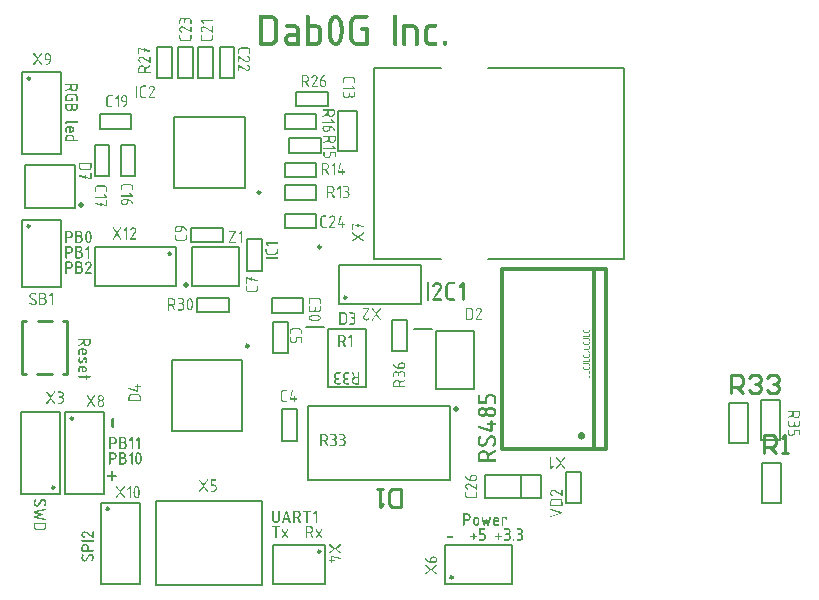
<source format=gto>
G04*
G04 #@! TF.GenerationSoftware,Altium Limited,Altium Designer,19.1.7 (138)*
G04*
G04 Layer_Color=65535*
%FSLAX44Y44*%
%MOMM*%
G71*
G01*
G75*
%ADD10C,0.2540*%
%ADD11C,0.2500*%
%ADD12C,0.5000*%
%ADD13C,0.2000*%
%ADD14C,0.3500*%
G36*
X51091Y425981D02*
X51184Y425963D01*
X51314Y425907D01*
X51443Y425833D01*
X51536Y425722D01*
X51610Y425556D01*
X51647Y425333D01*
Y422612D01*
X51628Y422519D01*
X51610Y422389D01*
X51592Y422260D01*
X51536Y421945D01*
X51406Y421575D01*
X51240Y421186D01*
X51129Y420982D01*
X50999Y420797D01*
X50851Y420612D01*
X50684Y420426D01*
X50666Y420408D01*
X50647Y420390D01*
X50592Y420334D01*
X50518Y420278D01*
X50425Y420204D01*
X50314Y420130D01*
X50036Y419945D01*
X49703Y419760D01*
X49314Y419612D01*
X48870Y419501D01*
X48629Y419482D01*
X48388Y419464D01*
X48370D01*
X48295D01*
X48184Y419482D01*
X48036Y419501D01*
X47851Y419519D01*
X47648Y419556D01*
X47425Y419630D01*
X47185Y419704D01*
X46925Y419797D01*
X46685Y419927D01*
X46425Y420075D01*
X46185Y420260D01*
X45962Y420482D01*
X45759Y420723D01*
X45574Y421019D01*
X45426Y421352D01*
X41963Y419556D01*
X41944Y419538D01*
X41870Y419501D01*
X41778Y419482D01*
X41667Y419464D01*
X41648D01*
X41630D01*
X41519Y419482D01*
X41370Y419556D01*
X41278Y419612D01*
X41204Y419686D01*
X41167Y419723D01*
X41111Y419815D01*
X41037Y419982D01*
X41019Y420075D01*
X41000Y420167D01*
Y420241D01*
X41019Y420315D01*
X41055Y420408D01*
X41093Y420501D01*
X41148Y420612D01*
X41241Y420704D01*
X41370Y420797D01*
X45129Y422667D01*
Y424630D01*
X41667D01*
X41630D01*
X41556Y424648D01*
X41463Y424667D01*
X41333Y424722D01*
X41204Y424796D01*
X41111Y424926D01*
X41037Y425093D01*
X41000Y425315D01*
Y425352D01*
X41019Y425426D01*
X41037Y425537D01*
X41093Y425648D01*
X41167Y425778D01*
X41278Y425889D01*
X41444Y425963D01*
X41667Y426000D01*
X50980D01*
X51017D01*
X51091Y425981D01*
D02*
G37*
G36*
X49092Y417538D02*
X49314Y417519D01*
X49573Y417464D01*
X49869Y417353D01*
X50203Y417223D01*
X50518Y417020D01*
X50684Y416908D01*
X50832Y416760D01*
X50851Y416742D01*
X50869Y416723D01*
X50962Y416612D01*
X51091Y416445D01*
X51240Y416223D01*
X51388Y415927D01*
X51517Y415612D01*
X51610Y415223D01*
X51647Y415020D01*
Y411668D01*
X51628Y411594D01*
X51610Y411483D01*
X51573Y411353D01*
X51480Y411242D01*
X51369Y411131D01*
X51203Y411057D01*
X50980Y411020D01*
X50943D01*
X50869Y411039D01*
X50758Y411057D01*
X50647Y411113D01*
X50518Y411187D01*
X50406Y411316D01*
X50332Y411483D01*
X50295Y411705D01*
Y414909D01*
X50277Y415020D01*
X50240Y415149D01*
X50203Y415316D01*
X50129Y415464D01*
X50018Y415631D01*
X49888Y415797D01*
X49869Y415816D01*
X49814Y415853D01*
X49721Y415927D01*
X49610Y415983D01*
X49462Y416057D01*
X49295Y416131D01*
X49110Y416168D01*
X48907Y416186D01*
X43741D01*
X43722D01*
X43648D01*
X43537Y416168D01*
X43389Y416131D01*
X43240Y416094D01*
X43074Y416020D01*
X42907Y415927D01*
X42741Y415797D01*
X42722Y415779D01*
X42685Y415723D01*
X42611Y415631D01*
X42555Y415520D01*
X42481Y415372D01*
X42407Y415205D01*
X42370Y415020D01*
X42352Y414816D01*
Y412390D01*
X46166D01*
Y413298D01*
X46185Y413372D01*
X46203Y413464D01*
X46259Y413594D01*
X46333Y413723D01*
X46462Y413816D01*
X46629Y413890D01*
X46851Y413927D01*
X46888D01*
X46962Y413909D01*
X47055Y413890D01*
X47185Y413835D01*
X47314Y413760D01*
X47407Y413649D01*
X47481Y413483D01*
X47518Y413261D01*
Y411668D01*
X47499Y411594D01*
X47481Y411483D01*
X47444Y411353D01*
X47351Y411242D01*
X47240Y411131D01*
X47073Y411057D01*
X46851Y411020D01*
X41667D01*
X41630D01*
X41556Y411039D01*
X41463Y411057D01*
X41333Y411113D01*
X41204Y411187D01*
X41111Y411316D01*
X41037Y411483D01*
X41000Y411705D01*
Y414927D01*
X41019Y415001D01*
X41037Y415223D01*
X41093Y415483D01*
X41204Y415797D01*
X41333Y416112D01*
X41537Y416445D01*
X41648Y416612D01*
X41796Y416760D01*
X41815D01*
X41833Y416797D01*
X41944Y416890D01*
X42111Y417020D01*
X42333Y417149D01*
X42629Y417297D01*
X42944Y417427D01*
X43333Y417519D01*
X43537Y417538D01*
X43741Y417556D01*
X48907D01*
X48925D01*
X48962D01*
X49018D01*
X49092Y417538D01*
D02*
G37*
G36*
X51091Y409094D02*
X51184Y409076D01*
X51314Y409020D01*
X51443Y408946D01*
X51536Y408835D01*
X51610Y408669D01*
X51647Y408446D01*
Y405743D01*
X51628Y405650D01*
X51610Y405447D01*
X51554Y405169D01*
X51462Y404854D01*
X51314Y404539D01*
X51110Y404206D01*
X50999Y404039D01*
X50851Y403891D01*
Y403873D01*
X50814Y403854D01*
X50703Y403762D01*
X50536Y403632D01*
X50314Y403484D01*
X50036Y403354D01*
X49703Y403225D01*
X49314Y403132D01*
X49110Y403095D01*
X48907D01*
X48888D01*
X48851D01*
X48777D01*
X48684Y403114D01*
X48573Y403132D01*
X48462Y403150D01*
X48166Y403206D01*
X47833Y403336D01*
X47518Y403502D01*
X47351Y403613D01*
X47185Y403743D01*
X47036Y403891D01*
X46907Y404058D01*
Y404039D01*
X46870Y404002D01*
X46814Y403928D01*
X46759Y403817D01*
X46666Y403706D01*
X46555Y403595D01*
X46425Y403447D01*
X46277Y403317D01*
X46092Y403188D01*
X45907Y403039D01*
X45685Y402928D01*
X45444Y402799D01*
X45185Y402706D01*
X44907Y402632D01*
X44592Y402595D01*
X44259Y402576D01*
X44240D01*
X44203D01*
X44129D01*
X44037Y402595D01*
X43926Y402613D01*
X43777Y402632D01*
X43463Y402688D01*
X43092Y402817D01*
X42722Y402984D01*
X42518Y403095D01*
X42315Y403225D01*
X42130Y403373D01*
X41944Y403539D01*
X41926Y403558D01*
X41907Y403576D01*
X41852Y403632D01*
X41796Y403706D01*
X41722Y403799D01*
X41648Y403910D01*
X41481Y404188D01*
X41296Y404521D01*
X41148Y404928D01*
X41037Y405373D01*
X41019Y405613D01*
X41000Y405854D01*
Y408483D01*
X41019Y408557D01*
X41037Y408650D01*
X41093Y408780D01*
X41167Y408909D01*
X41278Y409002D01*
X41444Y409076D01*
X41667Y409113D01*
X50980D01*
X51017D01*
X51091Y409094D01*
D02*
G37*
G36*
Y394318D02*
X51184Y394300D01*
X51314Y394244D01*
X51443Y394170D01*
X51536Y394040D01*
X51610Y393874D01*
X51647Y393652D01*
Y393615D01*
X51628Y393540D01*
X51610Y393429D01*
X51573Y393300D01*
X51480Y393189D01*
X51369Y393078D01*
X51203Y393003D01*
X50980Y392966D01*
X42703D01*
X42685D01*
X42667D01*
X42611Y392948D01*
X42555Y392911D01*
X42481Y392837D01*
X42407Y392763D01*
X42352Y392633D01*
X42296Y392466D01*
Y392448D01*
X42278Y392392D01*
X42241Y392300D01*
X42185Y392207D01*
X42092Y392115D01*
X41981Y392022D01*
X41852Y391967D01*
X41667Y391948D01*
X41630D01*
X41556Y391967D01*
X41463Y391985D01*
X41333Y392041D01*
X41204Y392115D01*
X41111Y392244D01*
X41037Y392411D01*
X41000Y392633D01*
Y392763D01*
X41019Y392892D01*
X41055Y393078D01*
X41111Y393263D01*
X41185Y393485D01*
X41296Y393689D01*
X41444Y393874D01*
X41463Y393892D01*
X41537Y393948D01*
X41630Y394022D01*
X41778Y394096D01*
X41963Y394188D01*
X42167Y394263D01*
X42426Y394318D01*
X42703Y394337D01*
X50980D01*
X51017D01*
X51091Y394318D01*
D02*
G37*
G36*
X45981Y390096D02*
X46203Y390078D01*
X46462Y390022D01*
X46759Y389911D01*
X47092Y389781D01*
X47407Y389578D01*
X47573Y389467D01*
X47722Y389319D01*
X47740Y389300D01*
X47759Y389282D01*
X47851Y389170D01*
X47981Y389004D01*
X48129Y388782D01*
X48277Y388485D01*
X48407Y388171D01*
X48499Y387782D01*
X48536Y387578D01*
Y387263D01*
X48518Y387171D01*
X48499Y386967D01*
X48444Y386689D01*
X48351Y386375D01*
X48203Y386060D01*
X47999Y385726D01*
X47888Y385560D01*
X47740Y385412D01*
Y385393D01*
X47703Y385375D01*
X47592Y385282D01*
X47425Y385152D01*
X47203Y385004D01*
X46925Y384875D01*
X46592Y384745D01*
X46203Y384652D01*
X45999Y384615D01*
X45796D01*
X44092D01*
Y388745D01*
X43222D01*
X43204D01*
X43166D01*
X43092Y388726D01*
X43000Y388708D01*
X42796Y388633D01*
X42703Y388578D01*
X42592Y388504D01*
X42574Y388485D01*
X42555Y388448D01*
X42518Y388411D01*
X42481Y388337D01*
X42389Y388134D01*
X42370Y388022D01*
X42352Y387893D01*
Y385263D01*
X42333Y385189D01*
X42315Y385078D01*
X42278Y384949D01*
X42185Y384838D01*
X42074Y384726D01*
X41907Y384652D01*
X41685Y384615D01*
X41648D01*
X41574Y384634D01*
X41463Y384652D01*
X41352Y384708D01*
X41222Y384782D01*
X41111Y384912D01*
X41037Y385078D01*
X41000Y385300D01*
Y387930D01*
X41019Y388041D01*
X41037Y388226D01*
X41074Y388448D01*
X41148Y388689D01*
X41259Y388967D01*
X41426Y389226D01*
X41630Y389485D01*
X41667Y389504D01*
X41741Y389578D01*
X41889Y389689D01*
X42074Y389800D01*
X42296Y389911D01*
X42574Y390022D01*
X42889Y390096D01*
X43222Y390115D01*
X45796D01*
X45814D01*
X45851D01*
X45907D01*
X45981Y390096D01*
D02*
G37*
G36*
X46536Y382708D02*
X46685Y382690D01*
X46851Y382653D01*
X47036Y382616D01*
X47222Y382542D01*
X47425Y382449D01*
X47444D01*
X47481Y382412D01*
X47536Y382375D01*
X47592Y382338D01*
X47777Y382171D01*
X47981Y381968D01*
X48184Y381690D01*
X48370Y381357D01*
X48425Y381171D01*
X48481Y380968D01*
X48518Y380745D01*
X48536Y380505D01*
Y378597D01*
X50980D01*
X51017D01*
X51091Y378579D01*
X51184Y378560D01*
X51314Y378505D01*
X51443Y378431D01*
X51536Y378301D01*
X51610Y378135D01*
X51647Y377912D01*
Y377875D01*
X51628Y377801D01*
X51610Y377690D01*
X51573Y377561D01*
X51480Y377449D01*
X51369Y377338D01*
X51203Y377264D01*
X50980Y377227D01*
X41667D01*
X41630D01*
X41556Y377246D01*
X41463Y377264D01*
X41333Y377320D01*
X41204Y377394D01*
X41111Y377524D01*
X41037Y377690D01*
X41000Y377912D01*
Y380542D01*
X41019Y380653D01*
X41037Y380838D01*
X41074Y381060D01*
X41148Y381301D01*
X41259Y381579D01*
X41426Y381838D01*
X41630Y382097D01*
X41667Y382116D01*
X41741Y382190D01*
X41889Y382301D01*
X42074Y382412D01*
X42296Y382523D01*
X42574Y382634D01*
X42889Y382708D01*
X43222Y382727D01*
X46314D01*
X46333D01*
X46407D01*
X46536Y382708D01*
D02*
G37*
G36*
X60739Y288629D02*
X60850Y288610D01*
X60979Y288573D01*
X61090Y288480D01*
X61202Y288369D01*
X61276Y288203D01*
X61313Y287980D01*
Y278667D01*
Y278630D01*
X61294Y278556D01*
X61276Y278463D01*
X61220Y278333D01*
X61146Y278204D01*
X61016Y278111D01*
X60850Y278037D01*
X60628Y278000D01*
X60591D01*
X60517Y278018D01*
X60405Y278037D01*
X60294Y278093D01*
X60165Y278167D01*
X60054Y278278D01*
X59980Y278444D01*
X59942Y278667D01*
Y286536D01*
X59035Y285407D01*
X58998Y285370D01*
X58906Y285314D01*
X58757Y285259D01*
X58572Y285222D01*
X58535D01*
X58461Y285240D01*
X58350Y285259D01*
X58239Y285314D01*
X58109Y285388D01*
X57998Y285518D01*
X57924Y285684D01*
X57887Y285907D01*
Y285925D01*
Y285944D01*
X57906Y286055D01*
X57961Y286203D01*
X58072Y286369D01*
X60091Y288369D01*
X60109Y288388D01*
X60128Y288406D01*
X60257Y288517D01*
X60424Y288610D01*
X60517Y288629D01*
X60628Y288647D01*
X60665D01*
X60739Y288629D01*
D02*
G37*
G36*
X52906D02*
X53110Y288610D01*
X53388Y288554D01*
X53702Y288462D01*
X54017Y288314D01*
X54351Y288110D01*
X54517Y287999D01*
X54665Y287851D01*
X54684D01*
X54702Y287814D01*
X54795Y287703D01*
X54925Y287536D01*
X55073Y287314D01*
X55202Y287036D01*
X55332Y286703D01*
X55424Y286314D01*
X55462Y286110D01*
Y285907D01*
Y285888D01*
Y285851D01*
Y285777D01*
X55443Y285684D01*
X55424Y285573D01*
X55406Y285462D01*
X55350Y285166D01*
X55221Y284833D01*
X55054Y284518D01*
X54943Y284351D01*
X54813Y284184D01*
X54665Y284036D01*
X54499Y283907D01*
X54517D01*
X54554Y283870D01*
X54628Y283814D01*
X54739Y283759D01*
X54850Y283666D01*
X54962Y283555D01*
X55110Y283425D01*
X55239Y283277D01*
X55369Y283092D01*
X55517Y282907D01*
X55628Y282685D01*
X55758Y282444D01*
X55850Y282185D01*
X55924Y281907D01*
X55961Y281592D01*
X55980Y281259D01*
Y281240D01*
Y281203D01*
Y281129D01*
X55961Y281037D01*
X55943Y280926D01*
X55924Y280777D01*
X55869Y280463D01*
X55739Y280092D01*
X55573Y279722D01*
X55462Y279518D01*
X55332Y279315D01*
X55184Y279130D01*
X55017Y278944D01*
X54998Y278926D01*
X54980Y278907D01*
X54925Y278852D01*
X54850Y278796D01*
X54758Y278722D01*
X54647Y278648D01*
X54369Y278481D01*
X54036Y278296D01*
X53628Y278148D01*
X53184Y278037D01*
X52943Y278018D01*
X52702Y278000D01*
X50073D01*
X49999Y278018D01*
X49907Y278037D01*
X49777Y278093D01*
X49647Y278167D01*
X49555Y278278D01*
X49481Y278444D01*
X49444Y278667D01*
Y287980D01*
Y288018D01*
X49462Y288092D01*
X49481Y288184D01*
X49536Y288314D01*
X49610Y288443D01*
X49721Y288536D01*
X49888Y288610D01*
X50110Y288647D01*
X52814D01*
X52906Y288629D01*
D02*
G37*
G36*
X44481D02*
X44611Y288610D01*
X44740Y288591D01*
X45055Y288536D01*
X45426Y288406D01*
X45814Y288240D01*
X46018Y288129D01*
X46203Y287999D01*
X46388Y287851D01*
X46574Y287684D01*
X46592Y287666D01*
X46610Y287647D01*
X46666Y287592D01*
X46722Y287518D01*
X46796Y287425D01*
X46870Y287314D01*
X47055Y287036D01*
X47240Y286703D01*
X47388Y286314D01*
X47499Y285870D01*
X47518Y285629D01*
X47536Y285388D01*
Y285370D01*
Y285333D01*
Y285259D01*
X47518Y285147D01*
Y285018D01*
X47481Y284888D01*
X47425Y284555D01*
X47314Y284184D01*
X47147Y283796D01*
X47036Y283592D01*
X46925Y283407D01*
X46777Y283222D01*
X46610Y283036D01*
X46592Y283018D01*
X46574Y282999D01*
X46518Y282962D01*
X46444Y282888D01*
X46351Y282833D01*
X46240Y282759D01*
X45981Y282592D01*
X45629Y282425D01*
X45240Y282277D01*
X44777Y282166D01*
X44518Y282148D01*
X44259Y282129D01*
X42370D01*
Y278667D01*
Y278630D01*
X42352Y278556D01*
X42333Y278463D01*
X42278Y278333D01*
X42204Y278204D01*
X42074Y278111D01*
X41907Y278037D01*
X41685Y278000D01*
X41648D01*
X41574Y278018D01*
X41463Y278037D01*
X41352Y278093D01*
X41222Y278167D01*
X41111Y278278D01*
X41037Y278444D01*
X41000Y278667D01*
Y287980D01*
Y288018D01*
X41019Y288092D01*
X41037Y288184D01*
X41093Y288314D01*
X41167Y288443D01*
X41278Y288536D01*
X41444Y288610D01*
X41667Y288647D01*
X44388D01*
X44481Y288629D01*
D02*
G37*
G36*
X414310Y59294D02*
X414421Y59276D01*
X414550Y59239D01*
X414661Y59146D01*
X414772Y59035D01*
X414847Y58868D01*
X414884Y58646D01*
Y57609D01*
Y57572D01*
X414865Y57498D01*
X414847Y57387D01*
X414791Y57276D01*
X414717Y57146D01*
X414587Y57035D01*
X414421Y56961D01*
X414198Y56924D01*
X414161D01*
X414087Y56943D01*
X413976Y56961D01*
X413865Y57017D01*
X413736Y57091D01*
X413624Y57220D01*
X413550Y57387D01*
X413513Y57609D01*
Y57961D01*
X411791D01*
Y52443D01*
Y52406D01*
X411773Y52332D01*
X411754Y52239D01*
X411699Y52110D01*
X411625Y51980D01*
X411495Y51888D01*
X411328Y51814D01*
X411106Y51776D01*
X411069D01*
X410995Y51795D01*
X410884Y51814D01*
X410773Y51869D01*
X410643Y51943D01*
X410532Y52054D01*
X410458Y52221D01*
X410421Y52443D01*
Y58646D01*
Y58683D01*
X410440Y58757D01*
X410458Y58850D01*
X410514Y58979D01*
X410588Y59109D01*
X410699Y59202D01*
X410866Y59276D01*
X411088Y59313D01*
X414235D01*
X414310Y59294D01*
D02*
G37*
G36*
X400570D02*
X400718Y59220D01*
X400811Y59183D01*
X400885Y59109D01*
X400904D01*
X400922Y59072D01*
X400996Y58979D01*
X401052Y58850D01*
X401089Y58757D01*
Y58665D01*
Y58646D01*
Y58609D01*
X401070Y58479D01*
X399533Y52351D01*
Y52332D01*
X399496Y52258D01*
X399459Y52165D01*
X399385Y52073D01*
X399293Y51962D01*
X399182Y51869D01*
X399033Y51795D01*
X398848Y51776D01*
X398774D01*
X398682Y51795D01*
X398589Y51832D01*
X398478Y51888D01*
X398367Y51980D01*
X398256Y52091D01*
X398182Y52239D01*
X397293Y54943D01*
X396404Y52258D01*
Y52239D01*
X396367Y52184D01*
X396330Y52110D01*
X396256Y52017D01*
X396163Y51925D01*
X396052Y51851D01*
X395923Y51795D01*
X395756Y51776D01*
X395737D01*
X395663Y51795D01*
X395571Y51814D01*
X395478Y51851D01*
X395349Y51925D01*
X395238Y52036D01*
X395145Y52165D01*
X395071Y52369D01*
X393534Y58479D01*
Y58498D01*
Y58535D01*
Y58591D01*
Y58665D01*
Y58702D01*
X393553Y58776D01*
X393571Y58868D01*
X393627Y58998D01*
X393701Y59109D01*
X393830Y59220D01*
X393997Y59294D01*
X394219Y59313D01*
X394312D01*
X394404Y59294D01*
X394497Y59257D01*
X394608Y59183D01*
X394719Y59109D01*
X394812Y58979D01*
X394867Y58813D01*
X395886Y54369D01*
X396663Y56813D01*
Y56831D01*
X396700Y56887D01*
X396737Y56943D01*
X396793Y57035D01*
X396885Y57109D01*
X396997Y57165D01*
X397145Y57220D01*
X397311Y57239D01*
X397385D01*
X397459Y57220D01*
X397571Y57183D01*
X397663Y57128D01*
X397774Y57054D01*
X397867Y56961D01*
X397941Y56813D01*
X398719Y54350D01*
X399737Y58665D01*
Y58702D01*
X399774Y58776D01*
X399811Y58868D01*
X399867Y58998D01*
X399959Y59109D01*
X400070Y59220D01*
X400219Y59294D01*
X400404Y59313D01*
X400459D01*
X400570Y59294D01*
D02*
G37*
G36*
X405977D02*
X406181Y59276D01*
X406459Y59220D01*
X406773Y59127D01*
X407088Y58979D01*
X407421Y58776D01*
X407588Y58665D01*
X407736Y58517D01*
X407755D01*
X407773Y58479D01*
X407866Y58368D01*
X407995Y58202D01*
X408144Y57979D01*
X408273Y57702D01*
X408403Y57368D01*
X408495Y56980D01*
X408532Y56776D01*
Y56572D01*
Y54869D01*
X404403D01*
Y53998D01*
Y53980D01*
Y53943D01*
X404422Y53869D01*
X404440Y53776D01*
X404514Y53573D01*
X404570Y53480D01*
X404644Y53369D01*
X404663Y53350D01*
X404700Y53332D01*
X404737Y53295D01*
X404811Y53258D01*
X405014Y53165D01*
X405125Y53147D01*
X405255Y53128D01*
X407884D01*
X407958Y53110D01*
X408069Y53091D01*
X408199Y53054D01*
X408310Y52962D01*
X408421Y52850D01*
X408495Y52684D01*
X408532Y52462D01*
Y52425D01*
X408514Y52351D01*
X408495Y52239D01*
X408440Y52128D01*
X408366Y51999D01*
X408236Y51888D01*
X408069Y51814D01*
X407847Y51776D01*
X405218D01*
X405107Y51795D01*
X404922Y51814D01*
X404700Y51851D01*
X404459Y51925D01*
X404181Y52036D01*
X403922Y52202D01*
X403663Y52406D01*
X403644Y52443D01*
X403570Y52517D01*
X403459Y52665D01*
X403348Y52850D01*
X403237Y53073D01*
X403126Y53350D01*
X403051Y53665D01*
X403033Y53998D01*
Y56572D01*
Y56591D01*
Y56628D01*
Y56683D01*
X403051Y56757D01*
X403070Y56980D01*
X403126Y57239D01*
X403237Y57535D01*
X403366Y57868D01*
X403570Y58183D01*
X403681Y58350D01*
X403829Y58498D01*
X403848Y58517D01*
X403866Y58535D01*
X403977Y58628D01*
X404144Y58757D01*
X404366Y58905D01*
X404663Y59054D01*
X404977Y59183D01*
X405366Y59276D01*
X405570Y59313D01*
X405885D01*
X405977Y59294D01*
D02*
G37*
G36*
X389090D02*
X389294Y59276D01*
X389571Y59220D01*
X389886Y59127D01*
X390201Y58979D01*
X390534Y58776D01*
X390701Y58665D01*
X390849Y58517D01*
X390868D01*
X390886Y58479D01*
X390979Y58368D01*
X391108Y58202D01*
X391256Y57979D01*
X391386Y57702D01*
X391516Y57368D01*
X391608Y56980D01*
X391645Y56776D01*
Y56572D01*
Y54517D01*
Y54498D01*
Y54461D01*
Y54406D01*
X391627Y54332D01*
X391608Y54110D01*
X391553Y53850D01*
X391442Y53535D01*
X391293Y53221D01*
X391108Y52887D01*
X390979Y52721D01*
X390831Y52573D01*
X390793Y52536D01*
X390682Y52443D01*
X390516Y52313D01*
X390294Y52184D01*
X390016Y52036D01*
X389683Y51906D01*
X389294Y51814D01*
X389090Y51795D01*
X388886Y51776D01*
X388775D01*
X388701Y51795D01*
X388479Y51814D01*
X388220Y51869D01*
X387905Y51980D01*
X387590Y52110D01*
X387257Y52313D01*
X387090Y52425D01*
X386942Y52573D01*
Y52591D01*
X386905Y52610D01*
X386813Y52721D01*
X386683Y52887D01*
X386553Y53110D01*
X386405Y53406D01*
X386275Y53721D01*
X386183Y54110D01*
X386164Y54313D01*
X386146Y54517D01*
Y56572D01*
Y56591D01*
Y56628D01*
Y56683D01*
X386164Y56757D01*
X386183Y56980D01*
X386238Y57239D01*
X386349Y57535D01*
X386479Y57868D01*
X386683Y58183D01*
X386794Y58350D01*
X386942Y58498D01*
X386961Y58517D01*
X386979Y58535D01*
X387090Y58628D01*
X387257Y58757D01*
X387479Y58905D01*
X387775Y59054D01*
X388090Y59183D01*
X388479Y59276D01*
X388683Y59313D01*
X388997D01*
X389090Y59294D01*
D02*
G37*
G36*
X381183Y62405D02*
X381313Y62386D01*
X381443Y62368D01*
X381757Y62312D01*
X382128Y62183D01*
X382517Y62016D01*
X382720Y61905D01*
X382906Y61775D01*
X383091Y61627D01*
X383276Y61461D01*
X383294Y61442D01*
X383313Y61424D01*
X383368Y61368D01*
X383424Y61294D01*
X383498Y61201D01*
X383572Y61090D01*
X383757Y60813D01*
X383942Y60479D01*
X384090Y60090D01*
X384202Y59646D01*
X384220Y59405D01*
X384239Y59165D01*
Y59146D01*
Y59109D01*
Y59035D01*
X384220Y58924D01*
Y58794D01*
X384183Y58665D01*
X384128Y58331D01*
X384016Y57961D01*
X383850Y57572D01*
X383739Y57368D01*
X383628Y57183D01*
X383479Y56998D01*
X383313Y56813D01*
X383294Y56795D01*
X383276Y56776D01*
X383220Y56739D01*
X383146Y56665D01*
X383054Y56609D01*
X382943Y56535D01*
X382683Y56369D01*
X382331Y56202D01*
X381943Y56054D01*
X381480Y55943D01*
X381220Y55924D01*
X380961Y55906D01*
X379072D01*
Y52443D01*
Y52406D01*
X379054Y52332D01*
X379035Y52239D01*
X378980Y52110D01*
X378906Y51980D01*
X378776Y51888D01*
X378610Y51814D01*
X378387Y51776D01*
X378350D01*
X378276Y51795D01*
X378165Y51814D01*
X378054Y51869D01*
X377924Y51943D01*
X377813Y52054D01*
X377739Y52221D01*
X377702Y52443D01*
Y61757D01*
Y61794D01*
X377721Y61868D01*
X377739Y61961D01*
X377795Y62090D01*
X377869Y62220D01*
X377980Y62312D01*
X378147Y62386D01*
X378369Y62424D01*
X381091D01*
X381183Y62405D01*
D02*
G37*
G36*
X368925Y42907D02*
X369036Y42888D01*
X369166Y42852D01*
X369277Y42759D01*
X369388Y42648D01*
X369462Y42481D01*
X369499Y42259D01*
Y42222D01*
X369481Y42148D01*
X369462Y42037D01*
X369407Y41926D01*
X369333Y41796D01*
X369203Y41685D01*
X369036Y41611D01*
X368814Y41574D01*
X364630D01*
X364556Y41592D01*
X364463Y41611D01*
X364333Y41666D01*
X364204Y41740D01*
X364111Y41870D01*
X364037Y42037D01*
X364000Y42259D01*
Y42296D01*
X364019Y42370D01*
X364037Y42463D01*
X364093Y42592D01*
X364167Y42722D01*
X364278Y42814D01*
X364444Y42888D01*
X364667Y42926D01*
X368851D01*
X368925Y42907D01*
D02*
G37*
G36*
X408032Y45499D02*
X408144Y45481D01*
X408273Y45444D01*
X408384Y45351D01*
X408495Y45240D01*
X408569Y45073D01*
X408606Y44851D01*
Y43444D01*
X410032D01*
X410106Y43425D01*
X410217Y43407D01*
X410347Y43370D01*
X410458Y43277D01*
X410569Y43166D01*
X410643Y43000D01*
X410680Y42777D01*
Y42740D01*
X410662Y42666D01*
X410643Y42555D01*
X410588Y42444D01*
X410514Y42315D01*
X410384Y42203D01*
X410217Y42129D01*
X409995Y42092D01*
X408606D01*
Y40704D01*
Y40666D01*
X408588Y40592D01*
X408569Y40500D01*
X408514Y40370D01*
X408440Y40241D01*
X408310Y40148D01*
X408144Y40074D01*
X407921Y40037D01*
X407884D01*
X407810Y40055D01*
X407699Y40074D01*
X407588Y40129D01*
X407458Y40204D01*
X407347Y40315D01*
X407273Y40481D01*
X407236Y40704D01*
Y42092D01*
X405811D01*
X405736Y42111D01*
X405625Y42129D01*
X405514Y42185D01*
X405385Y42259D01*
X405274Y42389D01*
X405199Y42555D01*
X405162Y42777D01*
Y42814D01*
X405181Y42888D01*
X405199Y42981D01*
X405255Y43111D01*
X405329Y43240D01*
X405459Y43333D01*
X405625Y43407D01*
X405848Y43444D01*
X407236D01*
Y44851D01*
Y44888D01*
X407255Y44962D01*
X407273Y45055D01*
X407329Y45184D01*
X407403Y45314D01*
X407533Y45407D01*
X407699Y45481D01*
X407921Y45518D01*
X407958D01*
X408032Y45499D01*
D02*
G37*
G36*
X386924D02*
X387035Y45481D01*
X387164Y45444D01*
X387275Y45351D01*
X387387Y45240D01*
X387461Y45073D01*
X387498Y44851D01*
Y43444D01*
X388923D01*
X388997Y43425D01*
X389109Y43407D01*
X389238Y43370D01*
X389349Y43277D01*
X389460Y43166D01*
X389534Y43000D01*
X389571Y42777D01*
Y42740D01*
X389553Y42666D01*
X389534Y42555D01*
X389479Y42444D01*
X389405Y42315D01*
X389275Y42203D01*
X389109Y42129D01*
X388886Y42092D01*
X387498D01*
Y40704D01*
Y40666D01*
X387479Y40592D01*
X387461Y40500D01*
X387405Y40370D01*
X387331Y40241D01*
X387201Y40148D01*
X387035Y40074D01*
X386813Y40037D01*
X386775D01*
X386701Y40055D01*
X386590Y40074D01*
X386479Y40129D01*
X386349Y40204D01*
X386238Y40315D01*
X386164Y40481D01*
X386127Y40704D01*
Y42092D01*
X384702D01*
X384627Y42111D01*
X384516Y42129D01*
X384405Y42185D01*
X384276Y42259D01*
X384165Y42389D01*
X384090Y42555D01*
X384053Y42777D01*
Y42814D01*
X384072Y42888D01*
X384090Y42981D01*
X384146Y43111D01*
X384220Y43240D01*
X384350Y43333D01*
X384516Y43407D01*
X384739Y43444D01*
X386127D01*
Y44851D01*
Y44888D01*
X386146Y44962D01*
X386164Y45055D01*
X386220Y45184D01*
X386294Y45314D01*
X386424Y45407D01*
X386590Y45481D01*
X386813Y45518D01*
X386850D01*
X386924Y45499D01*
D02*
G37*
G36*
X426049Y49629D02*
X426271Y49610D01*
X426531Y49555D01*
X426845Y49443D01*
X427160Y49295D01*
X427493Y49110D01*
X427660Y48980D01*
X427808Y48832D01*
X427827D01*
X427845Y48795D01*
X427938Y48684D01*
X428067Y48517D01*
X428216Y48295D01*
X428364Y47999D01*
X428493Y47684D01*
X428586Y47314D01*
X428623Y47110D01*
Y46907D01*
Y46888D01*
Y46851D01*
Y46777D01*
X428604Y46684D01*
X428586Y46573D01*
X428567Y46444D01*
X428493Y46129D01*
X428364Y45796D01*
X428178Y45462D01*
X428067Y45277D01*
X427938Y45129D01*
X427771Y44981D01*
X427586Y44833D01*
X427604D01*
X427623Y44796D01*
X427753Y44703D01*
X427919Y44536D01*
X428105Y44314D01*
X428290Y44018D01*
X428456Y43666D01*
X428586Y43259D01*
X428604Y43018D01*
X428623Y42777D01*
Y41740D01*
Y41722D01*
Y41685D01*
Y41629D01*
X428604Y41555D01*
X428586Y41333D01*
X428530Y41074D01*
X428419Y40759D01*
X428271Y40444D01*
X428086Y40111D01*
X427956Y39944D01*
X427808Y39796D01*
X427771Y39759D01*
X427660Y39667D01*
X427493Y39537D01*
X427253Y39407D01*
X426975Y39259D01*
X426642Y39130D01*
X426271Y39037D01*
X426068Y39018D01*
X425864Y39000D01*
X423753D01*
X423679Y39018D01*
X423586Y39037D01*
X423457Y39093D01*
X423327Y39167D01*
X423235Y39296D01*
X423161Y39463D01*
X423124Y39685D01*
Y39722D01*
X423142Y39796D01*
X423161Y39889D01*
X423216Y40018D01*
X423290Y40148D01*
X423401Y40241D01*
X423568Y40315D01*
X423790Y40352D01*
X425957D01*
X426068Y40370D01*
X426197Y40407D01*
X426364Y40444D01*
X426512Y40518D01*
X426679Y40611D01*
X426845Y40741D01*
X426864Y40759D01*
X426901Y40815D01*
X426975Y40907D01*
X427049Y41018D01*
X427123Y41166D01*
X427197Y41333D01*
X427234Y41537D01*
X427253Y41740D01*
Y42777D01*
Y42796D01*
Y42870D01*
X427234Y42981D01*
X427197Y43111D01*
X427160Y43277D01*
X427086Y43425D01*
X426975Y43592D01*
X426845Y43759D01*
X426827Y43777D01*
X426771Y43814D01*
X426679Y43888D01*
X426568Y43962D01*
X426419Y44036D01*
X426253Y44111D01*
X426068Y44148D01*
X425864Y44166D01*
X424790D01*
X424716Y44185D01*
X424623Y44203D01*
X424494Y44259D01*
X424364Y44333D01*
X424272Y44462D01*
X424198Y44629D01*
X424160Y44851D01*
Y44888D01*
X424179Y44962D01*
X424198Y45055D01*
X424253Y45184D01*
X424327Y45314D01*
X424438Y45407D01*
X424605Y45481D01*
X424827Y45518D01*
X425957D01*
X426068Y45536D01*
X426197Y45573D01*
X426364Y45610D01*
X426512Y45684D01*
X426679Y45777D01*
X426845Y45907D01*
X426864Y45925D01*
X426901Y45981D01*
X426975Y46073D01*
X427049Y46184D01*
X427123Y46333D01*
X427197Y46499D01*
X427234Y46703D01*
X427253Y46907D01*
Y46925D01*
Y46999D01*
X427234Y47110D01*
X427197Y47240D01*
X427160Y47407D01*
X427086Y47555D01*
X426975Y47721D01*
X426845Y47888D01*
X426827Y47906D01*
X426771Y47944D01*
X426679Y48018D01*
X426568Y48092D01*
X426419Y48166D01*
X426253Y48240D01*
X426068Y48277D01*
X425864Y48295D01*
X423753D01*
X423679Y48314D01*
X423586Y48332D01*
X423457Y48388D01*
X423327Y48462D01*
X423235Y48592D01*
X423161Y48758D01*
X423124Y48980D01*
Y49018D01*
X423142Y49092D01*
X423161Y49184D01*
X423216Y49314D01*
X423290Y49443D01*
X423401Y49536D01*
X423568Y49610D01*
X423790Y49647D01*
X425975D01*
X426049Y49629D01*
D02*
G37*
G36*
X420735Y40852D02*
X420846Y40833D01*
X420976Y40796D01*
X421087Y40704D01*
X421198Y40592D01*
X421272Y40426D01*
X421309Y40204D01*
Y39685D01*
Y39648D01*
X421290Y39574D01*
X421272Y39463D01*
X421216Y39352D01*
X421142Y39222D01*
X421013Y39111D01*
X420846Y39037D01*
X420624Y39000D01*
X420587D01*
X420513Y39018D01*
X420402Y39037D01*
X420290Y39093D01*
X420161Y39167D01*
X420050Y39296D01*
X419976Y39463D01*
X419939Y39685D01*
Y40204D01*
Y40241D01*
X419957Y40315D01*
X419976Y40407D01*
X420031Y40537D01*
X420105Y40666D01*
X420235Y40759D01*
X420402Y40833D01*
X420624Y40870D01*
X420661D01*
X420735Y40852D01*
D02*
G37*
G36*
X415476Y49629D02*
X415698Y49610D01*
X415958Y49555D01*
X416272Y49443D01*
X416587Y49295D01*
X416921Y49110D01*
X417087Y48980D01*
X417235Y48832D01*
X417254D01*
X417272Y48795D01*
X417365Y48684D01*
X417495Y48517D01*
X417643Y48295D01*
X417791Y47999D01*
X417920Y47684D01*
X418013Y47314D01*
X418050Y47110D01*
Y46907D01*
Y46888D01*
Y46851D01*
Y46777D01*
X418031Y46684D01*
X418013Y46573D01*
X417994Y46444D01*
X417920Y46129D01*
X417791Y45796D01*
X417606Y45462D01*
X417495Y45277D01*
X417365Y45129D01*
X417198Y44981D01*
X417013Y44833D01*
X417032D01*
X417050Y44796D01*
X417180Y44703D01*
X417346Y44536D01*
X417532Y44314D01*
X417717Y44018D01*
X417883Y43666D01*
X418013Y43259D01*
X418031Y43018D01*
X418050Y42777D01*
Y41740D01*
Y41722D01*
Y41685D01*
Y41629D01*
X418031Y41555D01*
X418013Y41333D01*
X417957Y41074D01*
X417846Y40759D01*
X417698Y40444D01*
X417513Y40111D01*
X417383Y39944D01*
X417235Y39796D01*
X417198Y39759D01*
X417087Y39667D01*
X416921Y39537D01*
X416680Y39407D01*
X416402Y39259D01*
X416069Y39130D01*
X415698Y39037D01*
X415495Y39018D01*
X415291Y39000D01*
X413180D01*
X413106Y39018D01*
X413013Y39037D01*
X412884Y39093D01*
X412754Y39167D01*
X412662Y39296D01*
X412588Y39463D01*
X412551Y39685D01*
Y39722D01*
X412569Y39796D01*
X412588Y39889D01*
X412643Y40018D01*
X412717Y40148D01*
X412828Y40241D01*
X412995Y40315D01*
X413217Y40352D01*
X415384D01*
X415495Y40370D01*
X415624Y40407D01*
X415791Y40444D01*
X415939Y40518D01*
X416106Y40611D01*
X416272Y40741D01*
X416291Y40759D01*
X416328Y40815D01*
X416402Y40907D01*
X416476Y41018D01*
X416550Y41166D01*
X416624Y41333D01*
X416661Y41537D01*
X416680Y41740D01*
Y42777D01*
Y42796D01*
Y42870D01*
X416661Y42981D01*
X416624Y43111D01*
X416587Y43277D01*
X416513Y43425D01*
X416402Y43592D01*
X416272Y43759D01*
X416254Y43777D01*
X416198Y43814D01*
X416106Y43888D01*
X415995Y43962D01*
X415846Y44036D01*
X415680Y44111D01*
X415495Y44148D01*
X415291Y44166D01*
X414217D01*
X414143Y44185D01*
X414050Y44203D01*
X413921Y44259D01*
X413791Y44333D01*
X413699Y44462D01*
X413624Y44629D01*
X413587Y44851D01*
Y44888D01*
X413606Y44962D01*
X413624Y45055D01*
X413680Y45184D01*
X413754Y45314D01*
X413865Y45407D01*
X414032Y45481D01*
X414254Y45518D01*
X415384D01*
X415495Y45536D01*
X415624Y45573D01*
X415791Y45610D01*
X415939Y45684D01*
X416106Y45777D01*
X416272Y45907D01*
X416291Y45925D01*
X416328Y45981D01*
X416402Y46073D01*
X416476Y46184D01*
X416550Y46333D01*
X416624Y46499D01*
X416661Y46703D01*
X416680Y46907D01*
Y46925D01*
Y46999D01*
X416661Y47110D01*
X416624Y47240D01*
X416587Y47407D01*
X416513Y47555D01*
X416402Y47721D01*
X416272Y47888D01*
X416254Y47906D01*
X416198Y47944D01*
X416106Y48018D01*
X415995Y48092D01*
X415846Y48166D01*
X415680Y48240D01*
X415495Y48277D01*
X415291Y48295D01*
X413180D01*
X413106Y48314D01*
X413013Y48332D01*
X412884Y48388D01*
X412754Y48462D01*
X412662Y48592D01*
X412588Y48758D01*
X412551Y48980D01*
Y49018D01*
X412569Y49092D01*
X412588Y49184D01*
X412643Y49314D01*
X412717Y49443D01*
X412828Y49536D01*
X412995Y49610D01*
X413217Y49647D01*
X415402D01*
X415476Y49629D01*
D02*
G37*
G36*
X395849D02*
X395960Y49610D01*
X396089Y49573D01*
X396200Y49480D01*
X396311Y49369D01*
X396385Y49203D01*
X396423Y48980D01*
Y48943D01*
X396404Y48869D01*
X396385Y48758D01*
X396330Y48647D01*
X396256Y48517D01*
X396126Y48406D01*
X395960Y48332D01*
X395737Y48295D01*
X392812D01*
Y45518D01*
X394293D01*
X394367Y45499D01*
X394589Y45481D01*
X394849Y45425D01*
X395163Y45314D01*
X395478Y45166D01*
X395812Y44981D01*
X395978Y44851D01*
X396126Y44703D01*
X396145D01*
X396163Y44666D01*
X396256Y44555D01*
X396385Y44388D01*
X396534Y44166D01*
X396682Y43870D01*
X396811Y43555D01*
X396904Y43185D01*
X396941Y42981D01*
Y42777D01*
Y41740D01*
Y41722D01*
Y41685D01*
Y41629D01*
X396922Y41555D01*
X396904Y41333D01*
X396848Y41074D01*
X396737Y40759D01*
X396589Y40444D01*
X396404Y40111D01*
X396274Y39944D01*
X396126Y39796D01*
X396089Y39759D01*
X395978Y39667D01*
X395812Y39537D01*
X395571Y39407D01*
X395293Y39259D01*
X394960Y39130D01*
X394589Y39037D01*
X394386Y39018D01*
X394182Y39000D01*
X392071D01*
X391997Y39018D01*
X391904Y39037D01*
X391775Y39093D01*
X391645Y39167D01*
X391553Y39296D01*
X391479Y39463D01*
X391442Y39685D01*
Y39722D01*
X391460Y39796D01*
X391479Y39889D01*
X391534Y40018D01*
X391608Y40148D01*
X391719Y40241D01*
X391886Y40315D01*
X392108Y40352D01*
X394275D01*
X394386Y40370D01*
X394515Y40407D01*
X394682Y40444D01*
X394830Y40518D01*
X394997Y40611D01*
X395163Y40741D01*
X395182Y40759D01*
X395219Y40815D01*
X395293Y40907D01*
X395367Y41018D01*
X395441Y41166D01*
X395515Y41333D01*
X395552Y41537D01*
X395571Y41740D01*
Y42777D01*
Y42796D01*
Y42870D01*
X395552Y42981D01*
X395515Y43111D01*
X395478Y43277D01*
X395404Y43425D01*
X395293Y43592D01*
X395163Y43759D01*
X395145Y43777D01*
X395089Y43814D01*
X394997Y43888D01*
X394886Y43962D01*
X394738Y44036D01*
X394571Y44111D01*
X394386Y44148D01*
X394182Y44166D01*
X392071D01*
X391997Y44185D01*
X391904Y44203D01*
X391775Y44259D01*
X391645Y44333D01*
X391553Y44444D01*
X391479Y44611D01*
X391442Y44833D01*
Y48980D01*
Y49018D01*
X391460Y49092D01*
X391479Y49184D01*
X391534Y49314D01*
X391608Y49443D01*
X391719Y49536D01*
X391886Y49610D01*
X392108Y49647D01*
X395774D01*
X395849Y49629D01*
D02*
G37*
G36*
X80580Y97972D02*
X80719Y97944D01*
X80913Y97861D01*
X81108Y97750D01*
X81246Y97556D01*
X81357Y97306D01*
X81413Y96973D01*
Y94891D01*
X83523D01*
X83578D01*
X83689Y94863D01*
X83828Y94835D01*
X84023Y94752D01*
X84217Y94641D01*
X84356Y94446D01*
X84467Y94197D01*
X84522Y93863D01*
Y93808D01*
X84494Y93697D01*
X84467Y93530D01*
X84411Y93336D01*
X84272Y93169D01*
X84106Y93003D01*
X83856Y92892D01*
X83523Y92836D01*
X81413D01*
Y90699D01*
X81385Y90588D01*
X81357Y90421D01*
X81302Y90227D01*
X81163Y90060D01*
X80997Y89894D01*
X80747Y89782D01*
X80414Y89727D01*
X80358D01*
X80247Y89755D01*
X80080Y89782D01*
X79914Y89866D01*
X79719Y89977D01*
X79553Y90171D01*
X79442Y90421D01*
X79386Y90754D01*
Y92836D01*
X77304D01*
X77249D01*
X77137Y92864D01*
X76999Y92892D01*
X76804Y92975D01*
X76610Y93086D01*
X76471Y93280D01*
X76360Y93530D01*
X76305Y93863D01*
Y93919D01*
X76332Y94030D01*
X76360Y94197D01*
X76444Y94363D01*
X76554Y94558D01*
X76721Y94724D01*
X76971Y94835D01*
X77304Y94891D01*
X79386D01*
Y97028D01*
X79414Y97139D01*
X79442Y97306D01*
X79525Y97473D01*
X79636Y97667D01*
X79830Y97833D01*
X80080Y97944D01*
X80414Y98000D01*
X80469D01*
X80580Y97972D01*
D02*
G37*
G36*
X221962Y64655D02*
X222073Y64637D01*
X222203Y64599D01*
X222314Y64507D01*
X222425Y64396D01*
X222499Y64229D01*
X222536Y64007D01*
Y57285D01*
Y57267D01*
Y57230D01*
Y57156D01*
X222518Y57063D01*
X222499Y56952D01*
X222481Y56804D01*
X222425Y56489D01*
X222296Y56119D01*
X222129Y55749D01*
X222018Y55545D01*
X221888Y55341D01*
X221740Y55156D01*
X221574Y54971D01*
X221555Y54952D01*
X221537Y54934D01*
X221481Y54878D01*
X221407Y54823D01*
X221314Y54749D01*
X221203Y54675D01*
X220925Y54508D01*
X220592Y54323D01*
X220185Y54175D01*
X219740Y54064D01*
X219500Y54045D01*
X219259Y54026D01*
X219129D01*
X219037Y54045D01*
X218926Y54064D01*
X218778Y54082D01*
X218463Y54138D01*
X218092Y54249D01*
X217722Y54434D01*
X217518Y54526D01*
X217315Y54656D01*
X217129Y54804D01*
X216944Y54971D01*
X216926Y54989D01*
X216907Y55008D01*
X216852Y55063D01*
X216796Y55138D01*
X216722Y55230D01*
X216648Y55341D01*
X216481Y55619D01*
X216296Y55952D01*
X216148Y56360D01*
X216037Y56804D01*
X216019Y57045D01*
X216000Y57285D01*
Y64007D01*
Y64044D01*
X216019Y64118D01*
X216037Y64211D01*
X216093Y64340D01*
X216167Y64470D01*
X216296Y64562D01*
X216463Y64637D01*
X216685Y64674D01*
X216722D01*
X216796Y64655D01*
X216907Y64637D01*
X217037Y64599D01*
X217148Y64507D01*
X217259Y64396D01*
X217333Y64229D01*
X217370Y64007D01*
Y57285D01*
Y57248D01*
Y57156D01*
X217407Y57008D01*
X217444Y56804D01*
X217500Y56600D01*
X217592Y56360D01*
X217722Y56137D01*
X217907Y55915D01*
X217926Y55897D01*
X218000Y55841D01*
X218129Y55749D01*
X218277Y55656D01*
X218481Y55545D01*
X218703Y55471D01*
X218981Y55397D01*
X219259Y55378D01*
X219389D01*
X219537Y55415D01*
X219722Y55452D01*
X219944Y55508D01*
X220166Y55600D01*
X220388Y55730D01*
X220611Y55915D01*
X220629Y55934D01*
X220703Y56008D01*
X220796Y56137D01*
X220888Y56304D01*
X221000Y56489D01*
X221073Y56730D01*
X221148Y56989D01*
X221166Y57285D01*
Y64007D01*
Y64044D01*
X221185Y64118D01*
X221203Y64211D01*
X221259Y64340D01*
X221333Y64470D01*
X221462Y64562D01*
X221629Y64637D01*
X221851Y64674D01*
X221888D01*
X221962Y64655D01*
D02*
G37*
G36*
X253681D02*
X253792Y64637D01*
X253922Y64599D01*
X254033Y64507D01*
X254144Y64396D01*
X254218Y64229D01*
X254255Y64007D01*
Y54693D01*
Y54656D01*
X254237Y54582D01*
X254218Y54489D01*
X254163Y54360D01*
X254089Y54230D01*
X253959Y54138D01*
X253792Y54064D01*
X253570Y54026D01*
X253533D01*
X253459Y54045D01*
X253348Y54064D01*
X253237Y54119D01*
X253107Y54193D01*
X252996Y54304D01*
X252922Y54471D01*
X252885Y54693D01*
Y62563D01*
X251978Y61433D01*
X251941Y61396D01*
X251848Y61340D01*
X251700Y61285D01*
X251515Y61248D01*
X251478D01*
X251404Y61266D01*
X251293Y61285D01*
X251182Y61340D01*
X251052Y61415D01*
X250941Y61544D01*
X250867Y61711D01*
X250830Y61933D01*
Y61952D01*
Y61970D01*
X250848Y62081D01*
X250904Y62229D01*
X251015Y62396D01*
X253033Y64396D01*
X253052Y64414D01*
X253070Y64433D01*
X253200Y64544D01*
X253367Y64637D01*
X253459Y64655D01*
X253570Y64674D01*
X253607D01*
X253681Y64655D01*
D02*
G37*
G36*
X248330D02*
X248441Y64637D01*
X248571Y64599D01*
X248682Y64507D01*
X248793Y64396D01*
X248867Y64229D01*
X248904Y64007D01*
Y63970D01*
X248885Y63896D01*
X248867Y63785D01*
X248811Y63674D01*
X248737Y63544D01*
X248608Y63433D01*
X248441Y63359D01*
X248219Y63322D01*
X246330D01*
Y54693D01*
Y54656D01*
X246312Y54582D01*
X246293Y54489D01*
X246238Y54360D01*
X246164Y54230D01*
X246034Y54138D01*
X245867Y54064D01*
X245645Y54026D01*
X245608D01*
X245534Y54045D01*
X245423Y54064D01*
X245312Y54119D01*
X245182Y54193D01*
X245071Y54304D01*
X244997Y54471D01*
X244960Y54693D01*
Y63322D01*
X243016D01*
X242942Y63340D01*
X242849Y63359D01*
X242719Y63414D01*
X242590Y63488D01*
X242497Y63618D01*
X242423Y63785D01*
X242386Y64007D01*
Y64044D01*
X242405Y64118D01*
X242423Y64211D01*
X242479Y64340D01*
X242553Y64470D01*
X242664Y64562D01*
X242831Y64637D01*
X243053Y64674D01*
X248256D01*
X248330Y64655D01*
D02*
G37*
G36*
X237424D02*
X237553Y64637D01*
X237683Y64618D01*
X237998Y64562D01*
X238368Y64433D01*
X238757Y64266D01*
X238961Y64155D01*
X239146Y64025D01*
X239331Y63877D01*
X239516Y63711D01*
X239535Y63692D01*
X239553Y63674D01*
X239609Y63618D01*
X239664Y63544D01*
X239738Y63451D01*
X239812Y63340D01*
X239998Y63063D01*
X240183Y62729D01*
X240331Y62340D01*
X240442Y61896D01*
X240460Y61655D01*
X240479Y61415D01*
Y61396D01*
Y61322D01*
X240460Y61211D01*
X240442Y61063D01*
X240423Y60878D01*
X240386Y60674D01*
X240312Y60452D01*
X240238Y60211D01*
X240146Y59952D01*
X240016Y59711D01*
X239868Y59452D01*
X239683Y59211D01*
X239461Y58989D01*
X239220Y58785D01*
X238924Y58600D01*
X238590Y58452D01*
X240386Y54989D01*
X240405Y54971D01*
X240442Y54897D01*
X240460Y54804D01*
X240479Y54693D01*
Y54675D01*
Y54656D01*
X240460Y54545D01*
X240386Y54397D01*
X240331Y54304D01*
X240257Y54230D01*
X240220Y54193D01*
X240127Y54138D01*
X239960Y54064D01*
X239868Y54045D01*
X239775Y54026D01*
X239701D01*
X239627Y54045D01*
X239535Y54082D01*
X239442Y54119D01*
X239331Y54175D01*
X239238Y54267D01*
X239146Y54397D01*
X237276Y58156D01*
X235313D01*
Y54693D01*
Y54656D01*
X235294Y54582D01*
X235276Y54489D01*
X235220Y54360D01*
X235146Y54230D01*
X235016Y54138D01*
X234850Y54064D01*
X234628Y54026D01*
X234591D01*
X234517Y54045D01*
X234405Y54064D01*
X234294Y54119D01*
X234165Y54193D01*
X234054Y54304D01*
X233980Y54471D01*
X233943Y54693D01*
Y64007D01*
Y64044D01*
X233961Y64118D01*
X233980Y64211D01*
X234035Y64340D01*
X234109Y64470D01*
X234220Y64562D01*
X234387Y64637D01*
X234609Y64674D01*
X237331D01*
X237424Y64655D01*
D02*
G37*
G36*
X228388D02*
X228499Y64618D01*
X228610Y64544D01*
X228721Y64451D01*
X228813Y64322D01*
X228888Y64155D01*
X231961Y54915D01*
Y54897D01*
X231980Y54841D01*
X231998Y54767D01*
Y54693D01*
Y54656D01*
X231980Y54582D01*
X231961Y54489D01*
X231906Y54360D01*
X231832Y54230D01*
X231702Y54138D01*
X231535Y54064D01*
X231313Y54026D01*
X231239D01*
X231147Y54045D01*
X231054Y54082D01*
X230943Y54138D01*
X230832Y54230D01*
X230739Y54341D01*
X230665Y54489D01*
X229961Y56600D01*
X226462D01*
X225758Y54489D01*
Y54471D01*
X225721Y54415D01*
X225684Y54341D01*
X225629Y54267D01*
X225536Y54175D01*
X225425Y54100D01*
X225277Y54045D01*
X225110Y54026D01*
X225073D01*
X224999Y54045D01*
X224907Y54064D01*
X224777Y54119D01*
X224647Y54193D01*
X224555Y54304D01*
X224481Y54471D01*
X224444Y54693D01*
Y54712D01*
Y54767D01*
X224462Y54915D01*
X227536Y64137D01*
X227554Y64155D01*
X227573Y64229D01*
X227628Y64303D01*
X227684Y64414D01*
X227777Y64507D01*
X227906Y64599D01*
X228054Y64655D01*
X228221Y64674D01*
X228295D01*
X228388Y64655D01*
D02*
G37*
G36*
X257847Y48768D02*
X257959Y48749D01*
X258088Y48712D01*
X258218Y48620D01*
X258329Y48509D01*
X258403Y48342D01*
X258440Y48120D01*
Y48083D01*
X258421Y48009D01*
X258403Y47898D01*
X258347Y47786D01*
X256477Y45009D01*
X258310Y42287D01*
X258329Y42250D01*
X258384Y42176D01*
X258421Y42065D01*
X258440Y41917D01*
Y41880D01*
X258421Y41806D01*
X258403Y41713D01*
X258347Y41583D01*
X258273Y41454D01*
X258144Y41361D01*
X257977Y41287D01*
X257736Y41250D01*
X257681D01*
X257607Y41269D01*
X257533Y41287D01*
X257440Y41324D01*
X257348Y41380D01*
X257255Y41454D01*
X257181Y41546D01*
X255681Y43916D01*
X254181Y41546D01*
Y41528D01*
X254144Y41509D01*
X254033Y41398D01*
X253848Y41306D01*
X253737Y41269D01*
X253607Y41250D01*
X253570D01*
X253441Y41269D01*
X253292Y41324D01*
X253126Y41435D01*
Y41454D01*
X253089Y41472D01*
X253033Y41565D01*
X252978Y41731D01*
X252941Y41917D01*
Y41935D01*
Y41954D01*
X252959Y42046D01*
X252996Y42194D01*
X253089Y42379D01*
X254885Y45009D01*
X253052Y47731D01*
X253033Y47768D01*
X252996Y47842D01*
X252959Y47972D01*
X252941Y48120D01*
Y48157D01*
X252959Y48231D01*
X252978Y48323D01*
X253033Y48453D01*
X253107Y48583D01*
X253218Y48675D01*
X253385Y48749D01*
X253607Y48786D01*
X253663D01*
X253737Y48768D01*
X253829Y48749D01*
X253922Y48712D01*
X254015Y48657D01*
X254107Y48583D01*
X254181Y48490D01*
X255681Y46120D01*
X257181Y48490D01*
X257199Y48509D01*
X257218Y48545D01*
X257329Y48638D01*
X257496Y48749D01*
X257607Y48768D01*
X257736Y48786D01*
X257773D01*
X257847Y48768D01*
D02*
G37*
G36*
X229350D02*
X229462Y48749D01*
X229591Y48712D01*
X229721Y48620D01*
X229832Y48509D01*
X229906Y48342D01*
X229943Y48120D01*
Y48083D01*
X229925Y48009D01*
X229906Y47898D01*
X229850Y47786D01*
X227980Y45009D01*
X229813Y42287D01*
X229832Y42250D01*
X229887Y42176D01*
X229925Y42065D01*
X229943Y41917D01*
Y41880D01*
X229925Y41806D01*
X229906Y41713D01*
X229850Y41583D01*
X229776Y41454D01*
X229647Y41361D01*
X229480Y41287D01*
X229239Y41250D01*
X229184D01*
X229110Y41269D01*
X229036Y41287D01*
X228943Y41324D01*
X228850Y41380D01*
X228758Y41454D01*
X228684Y41546D01*
X227184Y43916D01*
X225684Y41546D01*
Y41528D01*
X225647Y41509D01*
X225536Y41398D01*
X225351Y41306D01*
X225240Y41269D01*
X225110Y41250D01*
X225073D01*
X224944Y41269D01*
X224795Y41324D01*
X224629Y41435D01*
Y41454D01*
X224592Y41472D01*
X224536Y41565D01*
X224481Y41731D01*
X224444Y41917D01*
Y41935D01*
Y41954D01*
X224462Y42046D01*
X224499Y42194D01*
X224592Y42379D01*
X226388Y45009D01*
X224555Y47731D01*
X224536Y47768D01*
X224499Y47842D01*
X224462Y47972D01*
X224444Y48120D01*
Y48157D01*
X224462Y48231D01*
X224481Y48323D01*
X224536Y48453D01*
X224610Y48583D01*
X224721Y48675D01*
X224888Y48749D01*
X225110Y48786D01*
X225166D01*
X225240Y48768D01*
X225332Y48749D01*
X225425Y48712D01*
X225518Y48657D01*
X225610Y48583D01*
X225684Y48490D01*
X227184Y46120D01*
X228684Y48490D01*
X228702Y48509D01*
X228721Y48545D01*
X228832Y48638D01*
X228999Y48749D01*
X229110Y48768D01*
X229239Y48786D01*
X229276D01*
X229350Y48768D01*
D02*
G37*
G36*
X247978Y51878D02*
X248108Y51860D01*
X248237Y51842D01*
X248552Y51786D01*
X248923Y51656D01*
X249311Y51490D01*
X249515Y51379D01*
X249700Y51249D01*
X249885Y51101D01*
X250070Y50934D01*
X250089Y50916D01*
X250108Y50897D01*
X250163Y50842D01*
X250219Y50767D01*
X250293Y50675D01*
X250367Y50564D01*
X250552Y50286D01*
X250737Y49953D01*
X250885Y49564D01*
X250996Y49120D01*
X251015Y48879D01*
X251033Y48638D01*
Y48620D01*
Y48545D01*
X251015Y48434D01*
X250996Y48286D01*
X250978Y48101D01*
X250941Y47898D01*
X250867Y47675D01*
X250793Y47435D01*
X250700Y47175D01*
X250571Y46935D01*
X250422Y46675D01*
X250237Y46435D01*
X250015Y46213D01*
X249774Y46009D01*
X249478Y45824D01*
X249145Y45676D01*
X250941Y42213D01*
X250959Y42194D01*
X250996Y42120D01*
X251015Y42028D01*
X251033Y41917D01*
Y41898D01*
Y41880D01*
X251015Y41768D01*
X250941Y41620D01*
X250885Y41528D01*
X250811Y41454D01*
X250774Y41417D01*
X250682Y41361D01*
X250515Y41287D01*
X250422Y41269D01*
X250330Y41250D01*
X250256D01*
X250182Y41269D01*
X250089Y41306D01*
X249996Y41343D01*
X249885Y41398D01*
X249793Y41491D01*
X249700Y41620D01*
X247830Y45379D01*
X245867D01*
Y41917D01*
Y41880D01*
X245849Y41806D01*
X245830Y41713D01*
X245775Y41583D01*
X245701Y41454D01*
X245571Y41361D01*
X245404Y41287D01*
X245182Y41250D01*
X245145D01*
X245071Y41269D01*
X244960Y41287D01*
X244849Y41343D01*
X244719Y41417D01*
X244608Y41528D01*
X244534Y41694D01*
X244497Y41917D01*
Y51231D01*
Y51267D01*
X244516Y51342D01*
X244534Y51434D01*
X244590Y51564D01*
X244664Y51693D01*
X244775Y51786D01*
X244941Y51860D01*
X245164Y51897D01*
X247886D01*
X247978Y51878D01*
D02*
G37*
G36*
X221944D02*
X222055Y51860D01*
X222185Y51823D01*
X222296Y51730D01*
X222407Y51619D01*
X222481Y51453D01*
X222518Y51231D01*
Y51193D01*
X222499Y51119D01*
X222481Y51008D01*
X222425Y50897D01*
X222351Y50767D01*
X222222Y50656D01*
X222055Y50582D01*
X221833Y50545D01*
X219944D01*
Y41917D01*
Y41880D01*
X219925Y41806D01*
X219907Y41713D01*
X219851Y41583D01*
X219777Y41454D01*
X219648Y41361D01*
X219481Y41287D01*
X219259Y41250D01*
X219222D01*
X219148Y41269D01*
X219037Y41287D01*
X218926Y41343D01*
X218796Y41417D01*
X218685Y41528D01*
X218611Y41694D01*
X218574Y41917D01*
Y50545D01*
X216630D01*
X216556Y50564D01*
X216463Y50582D01*
X216333Y50638D01*
X216204Y50712D01*
X216111Y50842D01*
X216037Y51008D01*
X216000Y51231D01*
Y51267D01*
X216019Y51342D01*
X216037Y51434D01*
X216093Y51564D01*
X216167Y51693D01*
X216278Y51786D01*
X216444Y51860D01*
X216667Y51897D01*
X221870D01*
X221944Y51878D01*
D02*
G37*
G36*
X275757Y129628D02*
X275979Y129610D01*
X276239Y129555D01*
X276553Y129443D01*
X276868Y129295D01*
X277202Y129110D01*
X277368Y128980D01*
X277516Y128832D01*
X277535D01*
X277553Y128795D01*
X277646Y128684D01*
X277776Y128518D01*
X277924Y128295D01*
X278072Y127999D01*
X278202Y127684D01*
X278294Y127314D01*
X278331Y127110D01*
Y126907D01*
Y126888D01*
Y126851D01*
Y126777D01*
X278313Y126684D01*
X278294Y126573D01*
X278276Y126444D01*
X278202Y126129D01*
X278072Y125796D01*
X277887Y125462D01*
X277776Y125277D01*
X277646Y125129D01*
X277479Y124981D01*
X277294Y124833D01*
X277313D01*
X277331Y124796D01*
X277461Y124703D01*
X277628Y124537D01*
X277813Y124314D01*
X277998Y124018D01*
X278165Y123666D01*
X278294Y123259D01*
X278313Y123018D01*
X278331Y122777D01*
Y121740D01*
Y121722D01*
Y121685D01*
Y121629D01*
X278313Y121555D01*
X278294Y121333D01*
X278239Y121074D01*
X278127Y120759D01*
X277979Y120444D01*
X277794Y120111D01*
X277665Y119944D01*
X277516Y119796D01*
X277479Y119759D01*
X277368Y119667D01*
X277202Y119537D01*
X276961Y119407D01*
X276683Y119259D01*
X276350Y119130D01*
X275979Y119037D01*
X275776Y119018D01*
X275572Y119000D01*
X273461D01*
X273387Y119018D01*
X273295Y119037D01*
X273165Y119093D01*
X273035Y119167D01*
X272943Y119296D01*
X272869Y119463D01*
X272832Y119685D01*
Y119722D01*
X272850Y119796D01*
X272869Y119889D01*
X272924Y120018D01*
X272998Y120148D01*
X273109Y120241D01*
X273276Y120315D01*
X273498Y120352D01*
X275665D01*
X275776Y120370D01*
X275905Y120407D01*
X276072Y120444D01*
X276220Y120518D01*
X276387Y120611D01*
X276553Y120741D01*
X276572Y120759D01*
X276609Y120815D01*
X276683Y120907D01*
X276757Y121018D01*
X276831Y121166D01*
X276905Y121333D01*
X276942Y121537D01*
X276961Y121740D01*
Y122777D01*
Y122796D01*
Y122870D01*
X276942Y122981D01*
X276905Y123111D01*
X276868Y123277D01*
X276794Y123426D01*
X276683Y123592D01*
X276553Y123759D01*
X276535Y123777D01*
X276479Y123814D01*
X276387Y123888D01*
X276276Y123962D01*
X276128Y124037D01*
X275961Y124111D01*
X275776Y124148D01*
X275572Y124166D01*
X274498D01*
X274424Y124185D01*
X274331Y124203D01*
X274202Y124259D01*
X274072Y124333D01*
X273980Y124462D01*
X273906Y124629D01*
X273869Y124851D01*
Y124888D01*
X273887Y124962D01*
X273906Y125055D01*
X273961Y125184D01*
X274035Y125314D01*
X274146Y125407D01*
X274313Y125481D01*
X274535Y125518D01*
X275665D01*
X275776Y125536D01*
X275905Y125573D01*
X276072Y125610D01*
X276220Y125684D01*
X276387Y125777D01*
X276553Y125907D01*
X276572Y125925D01*
X276609Y125981D01*
X276683Y126073D01*
X276757Y126184D01*
X276831Y126333D01*
X276905Y126499D01*
X276942Y126703D01*
X276961Y126907D01*
Y126925D01*
Y126999D01*
X276942Y127110D01*
X276905Y127240D01*
X276868Y127407D01*
X276794Y127555D01*
X276683Y127721D01*
X276553Y127888D01*
X276535Y127907D01*
X276479Y127943D01*
X276387Y128018D01*
X276276Y128092D01*
X276128Y128166D01*
X275961Y128240D01*
X275776Y128277D01*
X275572Y128295D01*
X273461D01*
X273387Y128314D01*
X273295Y128332D01*
X273165Y128388D01*
X273035Y128462D01*
X272943Y128592D01*
X272869Y128758D01*
X272832Y128980D01*
Y129017D01*
X272850Y129092D01*
X272869Y129184D01*
X272924Y129314D01*
X272998Y129443D01*
X273109Y129536D01*
X273276Y129610D01*
X273498Y129647D01*
X275683D01*
X275757Y129628D01*
D02*
G37*
G36*
X268369D02*
X268591Y129610D01*
X268851Y129555D01*
X269165Y129443D01*
X269480Y129295D01*
X269813Y129110D01*
X269980Y128980D01*
X270128Y128832D01*
X270147D01*
X270165Y128795D01*
X270258Y128684D01*
X270387Y128518D01*
X270536Y128295D01*
X270684Y127999D01*
X270813Y127684D01*
X270906Y127314D01*
X270943Y127110D01*
Y126907D01*
Y126888D01*
Y126851D01*
Y126777D01*
X270924Y126684D01*
X270906Y126573D01*
X270887Y126444D01*
X270813Y126129D01*
X270684Y125796D01*
X270499Y125462D01*
X270387Y125277D01*
X270258Y125129D01*
X270091Y124981D01*
X269906Y124833D01*
X269925D01*
X269943Y124796D01*
X270073Y124703D01*
X270239Y124537D01*
X270424Y124314D01*
X270610Y124018D01*
X270776Y123666D01*
X270906Y123259D01*
X270924Y123018D01*
X270943Y122777D01*
Y121740D01*
Y121722D01*
Y121685D01*
Y121629D01*
X270924Y121555D01*
X270906Y121333D01*
X270850Y121074D01*
X270739Y120759D01*
X270591Y120444D01*
X270406Y120111D01*
X270276Y119944D01*
X270128Y119796D01*
X270091Y119759D01*
X269980Y119667D01*
X269813Y119537D01*
X269573Y119407D01*
X269295Y119259D01*
X268962Y119130D01*
X268591Y119037D01*
X268388Y119018D01*
X268184Y119000D01*
X266073D01*
X265999Y119018D01*
X265907Y119037D01*
X265777Y119093D01*
X265647Y119167D01*
X265555Y119296D01*
X265481Y119463D01*
X265444Y119685D01*
Y119722D01*
X265462Y119796D01*
X265481Y119889D01*
X265536Y120018D01*
X265610Y120148D01*
X265721Y120241D01*
X265888Y120315D01*
X266110Y120352D01*
X268277D01*
X268388Y120370D01*
X268517Y120407D01*
X268684Y120444D01*
X268832Y120518D01*
X268999Y120611D01*
X269165Y120741D01*
X269184Y120759D01*
X269221Y120815D01*
X269295Y120907D01*
X269369Y121018D01*
X269443Y121166D01*
X269517Y121333D01*
X269554Y121537D01*
X269573Y121740D01*
Y122777D01*
Y122796D01*
Y122870D01*
X269554Y122981D01*
X269517Y123111D01*
X269480Y123277D01*
X269406Y123426D01*
X269295Y123592D01*
X269165Y123759D01*
X269147Y123777D01*
X269091Y123814D01*
X268999Y123888D01*
X268888Y123962D01*
X268739Y124037D01*
X268573Y124111D01*
X268388Y124148D01*
X268184Y124166D01*
X267110D01*
X267036Y124185D01*
X266943Y124203D01*
X266814Y124259D01*
X266684Y124333D01*
X266592Y124462D01*
X266518Y124629D01*
X266481Y124851D01*
Y124888D01*
X266499Y124962D01*
X266518Y125055D01*
X266573Y125184D01*
X266647Y125314D01*
X266758Y125407D01*
X266925Y125481D01*
X267147Y125518D01*
X268277D01*
X268388Y125536D01*
X268517Y125573D01*
X268684Y125610D01*
X268832Y125684D01*
X268999Y125777D01*
X269165Y125907D01*
X269184Y125925D01*
X269221Y125981D01*
X269295Y126073D01*
X269369Y126184D01*
X269443Y126333D01*
X269517Y126499D01*
X269554Y126703D01*
X269573Y126907D01*
Y126925D01*
Y126999D01*
X269554Y127110D01*
X269517Y127240D01*
X269480Y127407D01*
X269406Y127555D01*
X269295Y127721D01*
X269165Y127888D01*
X269147Y127907D01*
X269091Y127943D01*
X268999Y128018D01*
X268888Y128092D01*
X268739Y128166D01*
X268573Y128240D01*
X268388Y128277D01*
X268184Y128295D01*
X266073D01*
X265999Y128314D01*
X265907Y128332D01*
X265777Y128388D01*
X265647Y128462D01*
X265555Y128592D01*
X265481Y128758D01*
X265444Y128980D01*
Y129017D01*
X265462Y129092D01*
X265481Y129184D01*
X265536Y129314D01*
X265610Y129443D01*
X265721Y129536D01*
X265888Y129610D01*
X266110Y129647D01*
X268295D01*
X268369Y129628D01*
D02*
G37*
G36*
X260481D02*
X260611Y129610D01*
X260740Y129592D01*
X261055Y129536D01*
X261425Y129406D01*
X261814Y129240D01*
X262018Y129129D01*
X262203Y128999D01*
X262388Y128851D01*
X262574Y128684D01*
X262592Y128666D01*
X262610Y128647D01*
X262666Y128592D01*
X262722Y128518D01*
X262796Y128425D01*
X262870Y128314D01*
X263055Y128036D01*
X263240Y127703D01*
X263388Y127314D01*
X263499Y126869D01*
X263518Y126629D01*
X263536Y126388D01*
Y126370D01*
Y126295D01*
X263518Y126184D01*
X263499Y126036D01*
X263481Y125851D01*
X263444Y125647D01*
X263370Y125425D01*
X263296Y125184D01*
X263203Y124925D01*
X263073Y124685D01*
X262925Y124425D01*
X262740Y124185D01*
X262518Y123962D01*
X262277Y123759D01*
X261981Y123574D01*
X261648Y123426D01*
X263444Y119963D01*
X263462Y119944D01*
X263499Y119870D01*
X263518Y119778D01*
X263536Y119667D01*
Y119648D01*
Y119630D01*
X263518Y119518D01*
X263444Y119370D01*
X263388Y119278D01*
X263314Y119204D01*
X263277Y119167D01*
X263185Y119111D01*
X263018Y119037D01*
X262925Y119018D01*
X262833Y119000D01*
X262759D01*
X262685Y119018D01*
X262592Y119056D01*
X262499Y119093D01*
X262388Y119148D01*
X262296Y119241D01*
X262203Y119370D01*
X260333Y123129D01*
X258370D01*
Y119667D01*
Y119630D01*
X258352Y119556D01*
X258333Y119463D01*
X258278Y119333D01*
X258204Y119204D01*
X258074Y119111D01*
X257907Y119037D01*
X257685Y119000D01*
X257648D01*
X257574Y119018D01*
X257463Y119037D01*
X257352Y119093D01*
X257222Y119167D01*
X257111Y119278D01*
X257037Y119444D01*
X257000Y119667D01*
Y128980D01*
Y129017D01*
X257019Y129092D01*
X257037Y129184D01*
X257093Y129314D01*
X257167Y129443D01*
X257278Y129536D01*
X257444Y129610D01*
X257667Y129647D01*
X260389D01*
X260481Y129628D01*
D02*
G37*
G36*
X103053Y114129D02*
X103164Y114110D01*
X103294Y114092D01*
X103442Y114036D01*
X103609Y113980D01*
X103794Y113888D01*
X103979Y113777D01*
X104164Y113629D01*
X104349Y113462D01*
X104534Y113258D01*
X104719Y113018D01*
X104886Y112740D01*
X105053Y112425D01*
X105182Y112055D01*
Y112036D01*
X105201Y111999D01*
X105219Y111925D01*
X105256Y111814D01*
X105294Y111684D01*
X105330Y111518D01*
X105386Y111351D01*
X105423Y111147D01*
X105460Y110907D01*
X105516Y110666D01*
X105553Y110407D01*
X105590Y110110D01*
X105645Y109499D01*
X105664Y108833D01*
Y108814D01*
Y108759D01*
Y108648D01*
Y108518D01*
X105645Y108351D01*
Y108166D01*
X105627Y107944D01*
X105608Y107722D01*
X105553Y107203D01*
X105460Y106666D01*
X105349Y106111D01*
X105182Y105574D01*
Y105555D01*
X105145Y105481D01*
X105108Y105389D01*
X105053Y105259D01*
X104979Y105092D01*
X104886Y104926D01*
X104627Y104537D01*
X104479Y104352D01*
X104312Y104148D01*
X104127Y103981D01*
X103923Y103833D01*
X103701Y103685D01*
X103460Y103593D01*
X103183Y103518D01*
X102905Y103500D01*
X102831D01*
X102757Y103518D01*
X102646Y103537D01*
X102516Y103555D01*
X102368Y103611D01*
X102201Y103667D01*
X102016Y103759D01*
X101831Y103870D01*
X101646Y104000D01*
X101461Y104167D01*
X101257Y104370D01*
X101090Y104611D01*
X100905Y104889D01*
X100757Y105204D01*
X100609Y105574D01*
Y105592D01*
X100590Y105629D01*
X100572Y105722D01*
X100535Y105815D01*
X100498Y105944D01*
X100461Y106111D01*
X100424Y106296D01*
X100387Y106500D01*
X100350Y106722D01*
X100312Y106981D01*
X100275Y107240D01*
X100238Y107537D01*
X100183Y108148D01*
X100164Y108833D01*
Y108851D01*
Y108925D01*
Y109018D01*
Y109148D01*
X100183Y109314D01*
Y109499D01*
X100201Y109703D01*
X100220Y109944D01*
X100275Y110444D01*
X100350Y110981D01*
X100461Y111536D01*
X100609Y112073D01*
Y112092D01*
X100646Y112166D01*
X100683Y112258D01*
X100738Y112407D01*
X100812Y112555D01*
X100924Y112721D01*
X101035Y112925D01*
X101164Y113110D01*
X101312Y113295D01*
X101479Y113499D01*
X101664Y113666D01*
X101868Y113832D01*
X102109Y113962D01*
X102349Y114054D01*
X102609Y114129D01*
X102905Y114147D01*
X102979D01*
X103053Y114129D01*
D02*
G37*
G36*
X97739D02*
X97850Y114110D01*
X97979Y114073D01*
X98090Y113980D01*
X98202Y113869D01*
X98276Y113703D01*
X98313Y113480D01*
Y104167D01*
Y104130D01*
X98294Y104056D01*
X98276Y103963D01*
X98220Y103833D01*
X98146Y103704D01*
X98016Y103611D01*
X97850Y103537D01*
X97628Y103500D01*
X97591D01*
X97516Y103518D01*
X97405Y103537D01*
X97294Y103593D01*
X97165Y103667D01*
X97054Y103778D01*
X96980Y103944D01*
X96943Y104167D01*
Y112036D01*
X96035Y110907D01*
X95998Y110870D01*
X95906Y110814D01*
X95757Y110758D01*
X95572Y110722D01*
X95535D01*
X95461Y110740D01*
X95350Y110758D01*
X95239Y110814D01*
X95109Y110888D01*
X94998Y111018D01*
X94924Y111184D01*
X94887Y111407D01*
Y111425D01*
Y111444D01*
X94906Y111555D01*
X94961Y111703D01*
X95072Y111869D01*
X97091Y113869D01*
X97109Y113888D01*
X97128Y113906D01*
X97257Y114017D01*
X97424Y114110D01*
X97516Y114129D01*
X97628Y114147D01*
X97665D01*
X97739Y114129D01*
D02*
G37*
G36*
X89906D02*
X90110Y114110D01*
X90388Y114054D01*
X90702Y113962D01*
X91017Y113814D01*
X91350Y113610D01*
X91517Y113499D01*
X91665Y113351D01*
X91684D01*
X91702Y113314D01*
X91795Y113203D01*
X91924Y113036D01*
X92073Y112814D01*
X92202Y112536D01*
X92332Y112203D01*
X92424Y111814D01*
X92462Y111610D01*
Y111407D01*
Y111388D01*
Y111351D01*
Y111277D01*
X92443Y111184D01*
X92424Y111073D01*
X92406Y110962D01*
X92350Y110666D01*
X92221Y110333D01*
X92054Y110018D01*
X91943Y109851D01*
X91813Y109684D01*
X91665Y109536D01*
X91499Y109407D01*
X91517D01*
X91554Y109370D01*
X91628Y109314D01*
X91739Y109259D01*
X91850Y109166D01*
X91961Y109055D01*
X92110Y108925D01*
X92239Y108777D01*
X92369Y108592D01*
X92517Y108407D01*
X92628Y108185D01*
X92758Y107944D01*
X92850Y107685D01*
X92924Y107407D01*
X92961Y107092D01*
X92980Y106759D01*
Y106740D01*
Y106703D01*
Y106629D01*
X92961Y106537D01*
X92943Y106426D01*
X92924Y106278D01*
X92869Y105963D01*
X92739Y105592D01*
X92573Y105222D01*
X92462Y105018D01*
X92332Y104815D01*
X92184Y104629D01*
X92017Y104444D01*
X91999Y104426D01*
X91980Y104407D01*
X91924Y104352D01*
X91850Y104296D01*
X91758Y104222D01*
X91647Y104148D01*
X91369Y103981D01*
X91036Y103796D01*
X90628Y103648D01*
X90184Y103537D01*
X89943Y103518D01*
X89703Y103500D01*
X87073D01*
X86999Y103518D01*
X86906Y103537D01*
X86777Y103593D01*
X86647Y103667D01*
X86555Y103778D01*
X86481Y103944D01*
X86444Y104167D01*
Y113480D01*
Y113518D01*
X86462Y113591D01*
X86481Y113684D01*
X86536Y113814D01*
X86610Y113943D01*
X86721Y114036D01*
X86888Y114110D01*
X87110Y114147D01*
X89814D01*
X89906Y114129D01*
D02*
G37*
G36*
X81481D02*
X81611Y114110D01*
X81740Y114092D01*
X82055Y114036D01*
X82425Y113906D01*
X82814Y113740D01*
X83018Y113629D01*
X83203Y113499D01*
X83388Y113351D01*
X83574Y113184D01*
X83592Y113166D01*
X83610Y113147D01*
X83666Y113092D01*
X83722Y113018D01*
X83796Y112925D01*
X83870Y112814D01*
X84055Y112536D01*
X84240Y112203D01*
X84388Y111814D01*
X84499Y111370D01*
X84518Y111129D01*
X84536Y110888D01*
Y110870D01*
Y110833D01*
Y110758D01*
X84518Y110647D01*
Y110518D01*
X84481Y110388D01*
X84425Y110055D01*
X84314Y109684D01*
X84148Y109296D01*
X84036Y109092D01*
X83925Y108907D01*
X83777Y108722D01*
X83610Y108537D01*
X83592Y108518D01*
X83574Y108499D01*
X83518Y108462D01*
X83444Y108388D01*
X83351Y108333D01*
X83240Y108259D01*
X82981Y108092D01*
X82629Y107926D01*
X82240Y107777D01*
X81777Y107666D01*
X81518Y107648D01*
X81259Y107629D01*
X79370D01*
Y104167D01*
Y104130D01*
X79352Y104056D01*
X79333Y103963D01*
X79278Y103833D01*
X79204Y103704D01*
X79074Y103611D01*
X78907Y103537D01*
X78685Y103500D01*
X78648D01*
X78574Y103518D01*
X78463Y103537D01*
X78352Y103593D01*
X78222Y103667D01*
X78111Y103778D01*
X78037Y103944D01*
X78000Y104167D01*
Y113480D01*
Y113518D01*
X78018Y113591D01*
X78037Y113684D01*
X78093Y113814D01*
X78167Y113943D01*
X78278Y114036D01*
X78444Y114110D01*
X78667Y114147D01*
X81389D01*
X81481Y114129D01*
D02*
G37*
G36*
X103266Y127128D02*
X103377Y127110D01*
X103507Y127073D01*
X103618Y126980D01*
X103729Y126869D01*
X103803Y126703D01*
X103840Y126480D01*
Y117167D01*
Y117130D01*
X103821Y117056D01*
X103803Y116963D01*
X103747Y116833D01*
X103673Y116704D01*
X103544Y116611D01*
X103377Y116537D01*
X103155Y116500D01*
X103118D01*
X103044Y116518D01*
X102933Y116537D01*
X102822Y116593D01*
X102692Y116667D01*
X102581Y116778D01*
X102507Y116944D01*
X102470Y117167D01*
Y125036D01*
X101562Y123907D01*
X101525Y123870D01*
X101433Y123814D01*
X101285Y123758D01*
X101100Y123722D01*
X101062D01*
X100988Y123740D01*
X100877Y123758D01*
X100766Y123814D01*
X100637Y123888D01*
X100526Y124018D01*
X100451Y124184D01*
X100414Y124407D01*
Y124425D01*
Y124444D01*
X100433Y124555D01*
X100488Y124703D01*
X100599Y124869D01*
X102618Y126869D01*
X102636Y126888D01*
X102655Y126906D01*
X102785Y127017D01*
X102951Y127110D01*
X103044Y127128D01*
X103155Y127147D01*
X103192D01*
X103266Y127128D01*
D02*
G37*
G36*
X97989D02*
X98100Y127110D01*
X98229Y127073D01*
X98341Y126980D01*
X98452Y126869D01*
X98526Y126703D01*
X98563Y126480D01*
Y117167D01*
Y117130D01*
X98544Y117056D01*
X98526Y116963D01*
X98470Y116833D01*
X98396Y116704D01*
X98266Y116611D01*
X98100Y116537D01*
X97878Y116500D01*
X97841D01*
X97767Y116518D01*
X97655Y116537D01*
X97544Y116593D01*
X97415Y116667D01*
X97304Y116778D01*
X97229Y116944D01*
X97192Y117167D01*
Y125036D01*
X96285Y123907D01*
X96248Y123870D01*
X96156Y123814D01*
X96007Y123758D01*
X95822Y123722D01*
X95785D01*
X95711Y123740D01*
X95600Y123758D01*
X95489Y123814D01*
X95359Y123888D01*
X95248Y124018D01*
X95174Y124184D01*
X95137Y124407D01*
Y124425D01*
Y124444D01*
X95156Y124555D01*
X95211Y124703D01*
X95322Y124869D01*
X97341Y126869D01*
X97359Y126888D01*
X97378Y126906D01*
X97507Y127017D01*
X97674Y127110D01*
X97767Y127128D01*
X97878Y127147D01*
X97915D01*
X97989Y127128D01*
D02*
G37*
G36*
X90156D02*
X90360Y127110D01*
X90638Y127055D01*
X90952Y126962D01*
X91267Y126814D01*
X91601Y126610D01*
X91767Y126499D01*
X91915Y126351D01*
X91934D01*
X91952Y126314D01*
X92045Y126203D01*
X92175Y126036D01*
X92323Y125814D01*
X92452Y125536D01*
X92582Y125203D01*
X92674Y124814D01*
X92711Y124610D01*
Y124407D01*
Y124388D01*
Y124351D01*
Y124277D01*
X92693Y124184D01*
X92674Y124073D01*
X92656Y123962D01*
X92600Y123666D01*
X92471Y123333D01*
X92304Y123018D01*
X92193Y122851D01*
X92063Y122684D01*
X91915Y122536D01*
X91749Y122407D01*
X91767D01*
X91804Y122370D01*
X91878Y122314D01*
X91989Y122259D01*
X92100Y122166D01*
X92212Y122055D01*
X92360Y121925D01*
X92489Y121777D01*
X92619Y121592D01*
X92767Y121407D01*
X92878Y121185D01*
X93008Y120944D01*
X93100Y120685D01*
X93174Y120407D01*
X93211Y120092D01*
X93230Y119759D01*
Y119740D01*
Y119703D01*
Y119629D01*
X93211Y119537D01*
X93193Y119426D01*
X93174Y119277D01*
X93119Y118963D01*
X92989Y118592D01*
X92823Y118222D01*
X92711Y118018D01*
X92582Y117815D01*
X92434Y117629D01*
X92267Y117444D01*
X92249Y117426D01*
X92230Y117407D01*
X92175Y117352D01*
X92100Y117296D01*
X92008Y117222D01*
X91897Y117148D01*
X91619Y116981D01*
X91286Y116796D01*
X90878Y116648D01*
X90434Y116537D01*
X90193Y116518D01*
X89952Y116500D01*
X87323D01*
X87249Y116518D01*
X87156Y116537D01*
X87027Y116593D01*
X86897Y116667D01*
X86805Y116778D01*
X86731Y116944D01*
X86694Y117167D01*
Y126480D01*
Y126517D01*
X86712Y126592D01*
X86731Y126684D01*
X86786Y126814D01*
X86860Y126943D01*
X86971Y127036D01*
X87138Y127110D01*
X87360Y127147D01*
X90064D01*
X90156Y127128D01*
D02*
G37*
G36*
X81731D02*
X81861Y127110D01*
X81990Y127092D01*
X82305Y127036D01*
X82676Y126906D01*
X83064Y126740D01*
X83268Y126629D01*
X83453Y126499D01*
X83638Y126351D01*
X83823Y126184D01*
X83842Y126166D01*
X83861Y126147D01*
X83916Y126092D01*
X83972Y126018D01*
X84046Y125925D01*
X84120Y125814D01*
X84305Y125536D01*
X84490Y125203D01*
X84638Y124814D01*
X84749Y124370D01*
X84768Y124129D01*
X84786Y123888D01*
Y123870D01*
Y123833D01*
Y123758D01*
X84768Y123647D01*
Y123518D01*
X84731Y123388D01*
X84675Y123055D01*
X84564Y122684D01*
X84397Y122296D01*
X84286Y122092D01*
X84175Y121907D01*
X84027Y121722D01*
X83861Y121537D01*
X83842Y121518D01*
X83823Y121500D01*
X83768Y121462D01*
X83694Y121388D01*
X83601Y121333D01*
X83490Y121259D01*
X83231Y121092D01*
X82879Y120926D01*
X82490Y120777D01*
X82027Y120666D01*
X81768Y120648D01*
X81509Y120629D01*
X79620D01*
Y117167D01*
Y117130D01*
X79602Y117056D01*
X79583Y116963D01*
X79528Y116833D01*
X79454Y116704D01*
X79324Y116611D01*
X79157Y116537D01*
X78935Y116500D01*
X78898D01*
X78824Y116518D01*
X78713Y116537D01*
X78602Y116593D01*
X78472Y116667D01*
X78361Y116778D01*
X78287Y116944D01*
X78250Y117167D01*
Y126480D01*
Y126517D01*
X78268Y126592D01*
X78287Y126684D01*
X78343Y126814D01*
X78417Y126943D01*
X78528Y127036D01*
X78694Y127110D01*
X78917Y127147D01*
X81638D01*
X81731Y127128D01*
D02*
G37*
G36*
X22342Y74482D02*
X22564Y74463D01*
X22823Y74407D01*
X23119Y74296D01*
X23453Y74167D01*
X23767Y73963D01*
X23934Y73852D01*
X24082Y73704D01*
X24101Y73685D01*
X24119Y73667D01*
X24212Y73556D01*
X24342Y73389D01*
X24490Y73167D01*
X24638Y72870D01*
X24767Y72556D01*
X24860Y72167D01*
X24897Y71963D01*
Y71445D01*
X24878Y71297D01*
X24860Y71111D01*
X24841Y70908D01*
X24823Y70704D01*
X24749Y70241D01*
X24656Y69760D01*
X24508Y69297D01*
X24416Y69093D01*
X24304Y68889D01*
X24286Y68871D01*
X24267Y68834D01*
X24212Y68760D01*
X24138Y68686D01*
X23953Y68556D01*
X23823Y68519D01*
X23693Y68501D01*
X23675D01*
X23656D01*
X23527Y68519D01*
X23379Y68593D01*
X23286Y68630D01*
X23212Y68704D01*
X23175Y68741D01*
X23119Y68834D01*
X23045Y68982D01*
X23027Y69075D01*
X23008Y69186D01*
Y69204D01*
X23027Y69260D01*
X23045Y69352D01*
X23082Y69464D01*
Y69482D01*
X23101Y69519D01*
X23119Y69575D01*
X23156Y69667D01*
X23194Y69760D01*
X23231Y69889D01*
X23323Y70186D01*
X23397Y70538D01*
X23471Y70926D01*
X23527Y71334D01*
X23545Y71760D01*
Y71852D01*
X23527Y71963D01*
X23490Y72093D01*
X23453Y72259D01*
X23379Y72408D01*
X23268Y72574D01*
X23138Y72741D01*
X23119Y72759D01*
X23064Y72797D01*
X22971Y72870D01*
X22860Y72926D01*
X22712Y73000D01*
X22545Y73074D01*
X22360Y73111D01*
X22157Y73130D01*
X22138D01*
X22120D01*
X22009Y73111D01*
X21860Y73093D01*
X21675Y73037D01*
X21472Y72945D01*
X21268Y72815D01*
X21083Y72630D01*
X20916Y72389D01*
X19416Y69482D01*
Y69464D01*
X19379Y69408D01*
X19342Y69334D01*
X19268Y69241D01*
X19194Y69130D01*
X19083Y69001D01*
X18953Y68871D01*
X18824Y68723D01*
X18657Y68575D01*
X18490Y68445D01*
X18287Y68316D01*
X18064Y68204D01*
X17824Y68112D01*
X17565Y68019D01*
X17287Y67982D01*
X16990Y67964D01*
X16972D01*
X16935D01*
X16879D01*
X16805Y67982D01*
X16583Y68001D01*
X16324Y68056D01*
X16028Y68167D01*
X15694Y68316D01*
X15361Y68501D01*
X15194Y68630D01*
X15046Y68778D01*
X15009Y68815D01*
X14917Y68927D01*
X14787Y69093D01*
X14657Y69334D01*
X14509Y69612D01*
X14380Y69945D01*
X14287Y70315D01*
X14268Y70519D01*
X14250Y70723D01*
Y70908D01*
X14268Y71056D01*
X14287Y71223D01*
X14306Y71426D01*
X14343Y71648D01*
X14398Y71889D01*
X14528Y72445D01*
X14620Y72722D01*
X14731Y73019D01*
X14861Y73334D01*
X15028Y73630D01*
X15194Y73926D01*
X15398Y74222D01*
X15417Y74241D01*
X15435Y74259D01*
X15546Y74352D01*
X15731Y74463D01*
X15842Y74482D01*
X15954Y74500D01*
X15972D01*
X16009D01*
X16120Y74482D01*
X16268Y74426D01*
X16416Y74315D01*
X16435Y74296D01*
X16453Y74278D01*
X16528Y74185D01*
X16583Y74019D01*
X16620Y73926D01*
Y73796D01*
X16602Y73722D01*
X16583Y73611D01*
X16528Y73482D01*
X16509Y73463D01*
X16472Y73389D01*
X16416Y73278D01*
X16324Y73111D01*
X16213Y72908D01*
X16083Y72667D01*
X15954Y72371D01*
X15787Y72037D01*
Y72019D01*
X15750Y71926D01*
X15731Y71815D01*
X15694Y71648D01*
X15657Y71463D01*
X15639Y71241D01*
X15602Y70982D01*
Y70630D01*
X15620Y70519D01*
X15657Y70389D01*
X15694Y70241D01*
X15768Y70075D01*
X15879Y69926D01*
X16009Y69760D01*
X16028Y69741D01*
X16083Y69686D01*
X16176Y69630D01*
X16287Y69538D01*
X16435Y69464D01*
X16602Y69408D01*
X16787Y69352D01*
X16990Y69334D01*
X17009D01*
X17027D01*
X17120D01*
X17268Y69371D01*
X17453Y69408D01*
X17657Y69482D01*
X17861Y69575D01*
X18046Y69723D01*
X18213Y69926D01*
X19712Y73019D01*
X19731Y73037D01*
X19749Y73074D01*
X19786Y73148D01*
X19861Y73241D01*
X19935Y73370D01*
X20046Y73482D01*
X20157Y73630D01*
X20305Y73759D01*
X20472Y73889D01*
X20638Y74037D01*
X20842Y74148D01*
X21064Y74259D01*
X21305Y74370D01*
X21564Y74444D01*
X21860Y74482D01*
X22157Y74500D01*
X22175D01*
X22212D01*
X22268D01*
X22342Y74482D01*
D02*
G37*
G36*
X24323Y66038D02*
X24434Y66019D01*
X24564Y65964D01*
X24675Y65890D01*
X24786Y65779D01*
X24860Y65612D01*
X24897Y65390D01*
Y65297D01*
X24878Y65205D01*
X24841Y65094D01*
X24804Y64983D01*
X24730Y64890D01*
X24619Y64797D01*
X24490Y64742D01*
X17027Y63186D01*
X21249Y61927D01*
X21268Y61909D01*
X21342Y61890D01*
X21416Y61835D01*
X21527Y61779D01*
X21620Y61687D01*
X21712Y61575D01*
X21768Y61427D01*
X21786Y61261D01*
Y61187D01*
X21768Y61094D01*
X21731Y61001D01*
X21675Y60890D01*
X21601Y60779D01*
X21509Y60687D01*
X21360Y60631D01*
X17027Y59335D01*
X24360Y57798D01*
X24379D01*
X24453Y57779D01*
X24527Y57724D01*
X24638Y57668D01*
X24730Y57594D01*
X24823Y57465D01*
X24878Y57317D01*
X24897Y57131D01*
Y57094D01*
X24878Y57020D01*
X24860Y56909D01*
X24804Y56780D01*
X24730Y56669D01*
X24601Y56557D01*
X24434Y56483D01*
X24212Y56446D01*
X24193D01*
X24175D01*
X24064Y56465D01*
X14806Y58520D01*
X14787D01*
X14713Y58557D01*
X14639Y58594D01*
X14528Y58650D01*
X14435Y58742D01*
X14343Y58854D01*
X14268Y59002D01*
X14250Y59187D01*
Y59261D01*
X14287Y59353D01*
X14324Y59465D01*
X14380Y59576D01*
X14472Y59687D01*
X14602Y59798D01*
X14787Y59872D01*
X19305Y61261D01*
X14806Y62631D01*
X14787D01*
X14713Y62668D01*
X14639Y62723D01*
X14528Y62779D01*
X14435Y62872D01*
X14343Y63001D01*
X14268Y63149D01*
X14250Y63316D01*
Y63409D01*
X14268Y63483D01*
X14306Y63594D01*
X14361Y63705D01*
X14454Y63816D01*
X14565Y63909D01*
X14731Y63964D01*
X24064Y66056D01*
X24082D01*
X24119D01*
X24212D01*
X24249D01*
X24323Y66038D01*
D02*
G37*
G36*
X24342Y54447D02*
X24434Y54428D01*
X24564Y54373D01*
X24693Y54298D01*
X24786Y54187D01*
X24860Y54021D01*
X24897Y53798D01*
Y50577D01*
X24878Y50484D01*
X24860Y50280D01*
X24804Y50002D01*
X24712Y49688D01*
X24564Y49373D01*
X24360Y49040D01*
X24249Y48873D01*
X24101Y48725D01*
Y48706D01*
X24064Y48688D01*
X23953Y48595D01*
X23786Y48466D01*
X23564Y48317D01*
X23286Y48188D01*
X22953Y48058D01*
X22564Y47966D01*
X22360Y47929D01*
X22157D01*
X16990D01*
X16972D01*
X16935D01*
X16879D01*
X16805Y47947D01*
X16583Y47966D01*
X16324Y48021D01*
X16009Y48132D01*
X15694Y48281D01*
X15361Y48466D01*
X15194Y48595D01*
X15046Y48743D01*
X15009Y48780D01*
X14917Y48892D01*
X14787Y49058D01*
X14657Y49280D01*
X14509Y49558D01*
X14380Y49891D01*
X14287Y50280D01*
X14268Y50484D01*
X14250Y50688D01*
Y53836D01*
X14268Y53910D01*
X14287Y54002D01*
X14343Y54132D01*
X14417Y54261D01*
X14528Y54354D01*
X14694Y54428D01*
X14917Y54465D01*
X24230D01*
X24267D01*
X24342Y54447D01*
D02*
G37*
G36*
X484713Y217948D02*
X484769Y217939D01*
X484824Y217911D01*
X484889Y217874D01*
X484945Y217810D01*
X484982Y217726D01*
X485000Y217616D01*
Y216534D01*
X484991Y216497D01*
X484982Y216386D01*
X484954Y216256D01*
X484898Y216099D01*
X484834Y215942D01*
X484732Y215776D01*
X484676Y215693D01*
X484603Y215618D01*
X484593D01*
X484584Y215600D01*
X484529Y215554D01*
X484445Y215489D01*
X484334Y215424D01*
X484186Y215350D01*
X484029Y215286D01*
X483835Y215239D01*
X483733Y215230D01*
X483632Y215221D01*
X481052D01*
X481043D01*
X481024D01*
X480997D01*
X480960Y215230D01*
X480849Y215239D01*
X480719Y215267D01*
X480571Y215323D01*
X480405Y215387D01*
X480248Y215489D01*
X480165Y215544D01*
X480091Y215618D01*
X480081Y215628D01*
X480072Y215637D01*
X480026Y215693D01*
X479961Y215776D01*
X479887Y215887D01*
X479813Y216035D01*
X479748Y216192D01*
X479702Y216386D01*
X479684Y216488D01*
Y217634D01*
X479693Y217671D01*
X479702Y217726D01*
X479721Y217791D01*
X479767Y217847D01*
X479823Y217902D01*
X479906Y217939D01*
X480017Y217958D01*
X480035D01*
X480072Y217948D01*
X480128Y217939D01*
X480183Y217911D01*
X480248Y217874D01*
X480303Y217810D01*
X480340Y217726D01*
X480359Y217616D01*
Y216543D01*
X480368Y216488D01*
X480387Y216423D01*
X480405Y216340D01*
X480442Y216266D01*
X480497Y216182D01*
X480562Y216099D01*
X480571Y216090D01*
X480599Y216071D01*
X480645Y216035D01*
X480701Y216007D01*
X480775Y215970D01*
X480858Y215933D01*
X480951Y215914D01*
X481052Y215905D01*
X483632D01*
X483641D01*
X483678D01*
X483733Y215914D01*
X483807Y215933D01*
X483881Y215951D01*
X483965Y215988D01*
X484048Y216035D01*
X484131Y216099D01*
X484140Y216108D01*
X484159Y216136D01*
X484196Y216182D01*
X484223Y216238D01*
X484260Y216312D01*
X484297Y216395D01*
X484316Y216488D01*
X484325Y216589D01*
Y217634D01*
X484334Y217671D01*
X484344Y217726D01*
X484362Y217791D01*
X484408Y217847D01*
X484464Y217902D01*
X484547Y217939D01*
X484658Y217958D01*
X484676D01*
X484713Y217948D01*
D02*
G37*
G36*
Y214269D02*
X484769Y214259D01*
X484824Y214232D01*
X484889Y214195D01*
X484945Y214130D01*
X484982Y214047D01*
X485000Y213936D01*
Y211846D01*
X484991Y211809D01*
X484982Y211763D01*
X484954Y211698D01*
X484917Y211634D01*
X484861Y211587D01*
X484778Y211550D01*
X484667Y211532D01*
X480017D01*
X479998D01*
X479961Y211541D01*
X479915Y211550D01*
X479850Y211578D01*
X479785Y211615D01*
X479739Y211680D01*
X479702Y211763D01*
X479684Y211874D01*
Y211893D01*
X479693Y211929D01*
X479702Y211985D01*
X479721Y212050D01*
X479767Y212105D01*
X479823Y212161D01*
X479906Y212198D01*
X480017Y212216D01*
X484325D01*
Y213954D01*
X484334Y213991D01*
X484344Y214047D01*
X484362Y214111D01*
X484408Y214167D01*
X484464Y214222D01*
X484547Y214259D01*
X484658Y214278D01*
X484676D01*
X484713Y214269D01*
D02*
G37*
G36*
X483724Y210589D02*
X483835Y210580D01*
X483965Y210552D01*
X484122Y210496D01*
X484279Y210422D01*
X484445Y210330D01*
X484529Y210265D01*
X484603Y210191D01*
X484621Y210173D01*
X484667Y210117D01*
X484732Y210034D01*
X484797Y209923D01*
X484871Y209785D01*
X484935Y209618D01*
X484982Y209424D01*
X484991Y209322D01*
X485000Y209221D01*
Y208684D01*
X484991Y208647D01*
X484982Y208601D01*
X484954Y208536D01*
X484917Y208472D01*
X484852Y208425D01*
X484769Y208388D01*
X484658Y208370D01*
X484640D01*
X484603Y208379D01*
X484556Y208388D01*
X484492Y208416D01*
X484427Y208453D01*
X484381Y208509D01*
X484344Y208592D01*
X484325Y208703D01*
Y209267D01*
X484316Y209322D01*
X484297Y209387D01*
X484279Y209470D01*
X484242Y209544D01*
X484186Y209627D01*
X484122Y209711D01*
X484113Y209720D01*
X484085Y209738D01*
X484039Y209775D01*
X483983Y209812D01*
X483909Y209849D01*
X483826Y209886D01*
X483733Y209905D01*
X483632Y209914D01*
X480017D01*
X479998D01*
X479961Y209923D01*
X479915Y209932D01*
X479850Y209960D01*
X479785Y209997D01*
X479739Y210062D01*
X479702Y210145D01*
X479684Y210256D01*
Y210275D01*
X479693Y210312D01*
X479702Y210367D01*
X479721Y210432D01*
X479767Y210487D01*
X479823Y210543D01*
X479906Y210580D01*
X480017Y210598D01*
X483632D01*
X483641D01*
X483659D01*
X483687D01*
X483724Y210589D01*
D02*
G37*
G36*
X484713Y207408D02*
X484769Y207399D01*
X484824Y207371D01*
X484889Y207334D01*
X484945Y207270D01*
X484982Y207187D01*
X485000Y207076D01*
Y205994D01*
X484991Y205957D01*
X484982Y205846D01*
X484954Y205716D01*
X484898Y205559D01*
X484834Y205402D01*
X484732Y205236D01*
X484676Y205152D01*
X484603Y205079D01*
X484593D01*
X484584Y205060D01*
X484529Y205014D01*
X484445Y204949D01*
X484334Y204884D01*
X484186Y204810D01*
X484029Y204746D01*
X483835Y204699D01*
X483733Y204690D01*
X483632Y204681D01*
X481052D01*
X481043D01*
X481024D01*
X480997D01*
X480960Y204690D01*
X480849Y204699D01*
X480719Y204727D01*
X480571Y204783D01*
X480405Y204847D01*
X480248Y204949D01*
X480165Y205005D01*
X480091Y205079D01*
X480081Y205088D01*
X480072Y205097D01*
X480026Y205152D01*
X479961Y205236D01*
X479887Y205347D01*
X479813Y205495D01*
X479748Y205652D01*
X479702Y205846D01*
X479684Y205948D01*
Y207094D01*
X479693Y207131D01*
X479702Y207187D01*
X479721Y207251D01*
X479767Y207307D01*
X479823Y207362D01*
X479906Y207399D01*
X480017Y207418D01*
X480035D01*
X480072Y207408D01*
X480128Y207399D01*
X480183Y207371D01*
X480248Y207334D01*
X480303Y207270D01*
X480340Y207187D01*
X480359Y207076D01*
Y206003D01*
X480368Y205948D01*
X480387Y205883D01*
X480405Y205800D01*
X480442Y205726D01*
X480497Y205643D01*
X480562Y205559D01*
X480571Y205550D01*
X480599Y205532D01*
X480645Y205495D01*
X480701Y205467D01*
X480775Y205430D01*
X480858Y205393D01*
X480951Y205374D01*
X481052Y205365D01*
X483632D01*
X483641D01*
X483678D01*
X483733Y205374D01*
X483807Y205393D01*
X483881Y205411D01*
X483965Y205448D01*
X484048Y205495D01*
X484131Y205559D01*
X484140Y205569D01*
X484159Y205596D01*
X484196Y205643D01*
X484223Y205698D01*
X484260Y205772D01*
X484297Y205855D01*
X484316Y205948D01*
X484325Y206049D01*
Y207094D01*
X484334Y207131D01*
X484344Y207187D01*
X484362Y207251D01*
X484408Y207307D01*
X484464Y207362D01*
X484547Y207399D01*
X484658Y207418D01*
X484676D01*
X484713Y207408D01*
D02*
G37*
G36*
Y203729D02*
X484769Y203719D01*
X484824Y203692D01*
X484889Y203655D01*
X484945Y203590D01*
X484982Y203507D01*
X485000Y203396D01*
Y201306D01*
X484991Y201269D01*
X484982Y201223D01*
X484954Y201158D01*
X484917Y201094D01*
X484861Y201047D01*
X484778Y201010D01*
X484667Y200992D01*
X480017D01*
X479998D01*
X479961Y201001D01*
X479915Y201010D01*
X479850Y201038D01*
X479785Y201075D01*
X479739Y201140D01*
X479702Y201223D01*
X479684Y201334D01*
Y201353D01*
X479693Y201390D01*
X479702Y201445D01*
X479721Y201510D01*
X479767Y201565D01*
X479823Y201621D01*
X479906Y201658D01*
X480017Y201676D01*
X484325D01*
Y203414D01*
X484334Y203451D01*
X484344Y203507D01*
X484362Y203571D01*
X484408Y203627D01*
X484464Y203682D01*
X484547Y203719D01*
X484658Y203738D01*
X484676D01*
X484713Y203729D01*
D02*
G37*
G36*
X483724Y200049D02*
X483835Y200040D01*
X483965Y200012D01*
X484122Y199956D01*
X484279Y199883D01*
X484445Y199790D01*
X484529Y199725D01*
X484603Y199651D01*
X484621Y199633D01*
X484667Y199577D01*
X484732Y199494D01*
X484797Y199383D01*
X484871Y199244D01*
X484935Y199078D01*
X484982Y198884D01*
X484991Y198782D01*
X485000Y198681D01*
Y198144D01*
X484991Y198107D01*
X484982Y198061D01*
X484954Y197996D01*
X484917Y197932D01*
X484852Y197885D01*
X484769Y197848D01*
X484658Y197830D01*
X484640D01*
X484603Y197839D01*
X484556Y197848D01*
X484492Y197876D01*
X484427Y197913D01*
X484381Y197969D01*
X484344Y198052D01*
X484325Y198163D01*
Y198727D01*
X484316Y198782D01*
X484297Y198847D01*
X484279Y198930D01*
X484242Y199004D01*
X484186Y199087D01*
X484122Y199171D01*
X484113Y199180D01*
X484085Y199198D01*
X484039Y199235D01*
X483983Y199272D01*
X483909Y199309D01*
X483826Y199346D01*
X483733Y199365D01*
X483632Y199374D01*
X480017D01*
X479998D01*
X479961Y199383D01*
X479915Y199393D01*
X479850Y199420D01*
X479785Y199457D01*
X479739Y199522D01*
X479702Y199605D01*
X479684Y199716D01*
Y199735D01*
X479693Y199771D01*
X479702Y199827D01*
X479721Y199892D01*
X479767Y199947D01*
X479823Y200003D01*
X479906Y200040D01*
X480017Y200058D01*
X483632D01*
X483641D01*
X483659D01*
X483687D01*
X483724Y200049D01*
D02*
G37*
G36*
X484713Y196868D02*
X484769Y196859D01*
X484824Y196831D01*
X484889Y196794D01*
X484945Y196730D01*
X484982Y196646D01*
X485000Y196536D01*
Y195454D01*
X484991Y195417D01*
X484982Y195306D01*
X484954Y195177D01*
X484898Y195019D01*
X484834Y194862D01*
X484732Y194696D01*
X484676Y194613D01*
X484603Y194538D01*
X484593D01*
X484584Y194520D01*
X484529Y194474D01*
X484445Y194409D01*
X484334Y194344D01*
X484186Y194270D01*
X484029Y194206D01*
X483835Y194160D01*
X483733Y194150D01*
X483632Y194141D01*
X481052D01*
X481043D01*
X481024D01*
X480997D01*
X480960Y194150D01*
X480849Y194160D01*
X480719Y194187D01*
X480571Y194243D01*
X480405Y194307D01*
X480248Y194409D01*
X480165Y194465D01*
X480091Y194538D01*
X480081Y194548D01*
X480072Y194557D01*
X480026Y194613D01*
X479961Y194696D01*
X479887Y194807D01*
X479813Y194955D01*
X479748Y195112D01*
X479702Y195306D01*
X479684Y195408D01*
Y196554D01*
X479693Y196591D01*
X479702Y196646D01*
X479721Y196711D01*
X479767Y196767D01*
X479823Y196822D01*
X479906Y196859D01*
X480017Y196878D01*
X480035D01*
X480072Y196868D01*
X480128Y196859D01*
X480183Y196831D01*
X480248Y196794D01*
X480303Y196730D01*
X480340Y196646D01*
X480359Y196536D01*
Y195463D01*
X480368Y195408D01*
X480387Y195343D01*
X480405Y195260D01*
X480442Y195186D01*
X480497Y195103D01*
X480562Y195019D01*
X480571Y195010D01*
X480599Y194992D01*
X480645Y194955D01*
X480701Y194927D01*
X480775Y194890D01*
X480858Y194853D01*
X480951Y194834D01*
X481052Y194825D01*
X483632D01*
X483641D01*
X483678D01*
X483733Y194834D01*
X483807Y194853D01*
X483881Y194871D01*
X483965Y194908D01*
X484048Y194955D01*
X484131Y195019D01*
X484140Y195028D01*
X484159Y195056D01*
X484196Y195103D01*
X484223Y195158D01*
X484260Y195232D01*
X484297Y195315D01*
X484316Y195408D01*
X484325Y195509D01*
Y196554D01*
X484334Y196591D01*
X484344Y196646D01*
X484362Y196711D01*
X484408Y196767D01*
X484464Y196822D01*
X484547Y196859D01*
X484658Y196878D01*
X484676D01*
X484713Y196868D01*
D02*
G37*
G36*
Y193189D02*
X484769Y193179D01*
X484824Y193152D01*
X484889Y193115D01*
X484945Y193050D01*
X484982Y192967D01*
X485000Y192856D01*
Y190766D01*
X484991Y190729D01*
X484982Y190683D01*
X484954Y190618D01*
X484917Y190554D01*
X484861Y190507D01*
X484778Y190471D01*
X484667Y190452D01*
X480017D01*
X479998D01*
X479961Y190461D01*
X479915Y190471D01*
X479850Y190498D01*
X479785Y190535D01*
X479739Y190600D01*
X479702Y190683D01*
X479684Y190794D01*
Y190812D01*
X479693Y190849D01*
X479702Y190905D01*
X479721Y190970D01*
X479767Y191025D01*
X479823Y191081D01*
X479906Y191118D01*
X480017Y191136D01*
X484325D01*
Y192874D01*
X484334Y192911D01*
X484344Y192967D01*
X484362Y193032D01*
X484408Y193087D01*
X484464Y193142D01*
X484547Y193179D01*
X484658Y193198D01*
X484676D01*
X484713Y193189D01*
D02*
G37*
G36*
X483724Y189509D02*
X483835Y189500D01*
X483965Y189472D01*
X484122Y189417D01*
X484279Y189342D01*
X484445Y189250D01*
X484529Y189185D01*
X484603Y189111D01*
X484621Y189093D01*
X484667Y189037D01*
X484732Y188954D01*
X484797Y188843D01*
X484871Y188705D01*
X484935Y188538D01*
X484982Y188344D01*
X484991Y188242D01*
X485000Y188141D01*
Y187604D01*
X484991Y187567D01*
X484982Y187521D01*
X484954Y187456D01*
X484917Y187392D01*
X484852Y187345D01*
X484769Y187309D01*
X484658Y187290D01*
X484640D01*
X484603Y187299D01*
X484556Y187309D01*
X484492Y187336D01*
X484427Y187373D01*
X484381Y187429D01*
X484344Y187512D01*
X484325Y187623D01*
Y188187D01*
X484316Y188242D01*
X484297Y188307D01*
X484279Y188390D01*
X484242Y188464D01*
X484186Y188547D01*
X484122Y188631D01*
X484113Y188640D01*
X484085Y188658D01*
X484039Y188695D01*
X483983Y188732D01*
X483909Y188769D01*
X483826Y188806D01*
X483733Y188825D01*
X483632Y188834D01*
X480017D01*
X479998D01*
X479961Y188843D01*
X479915Y188853D01*
X479850Y188880D01*
X479785Y188917D01*
X479739Y188982D01*
X479702Y189065D01*
X479684Y189176D01*
Y189195D01*
X479693Y189231D01*
X479702Y189287D01*
X479721Y189352D01*
X479767Y189407D01*
X479823Y189463D01*
X479906Y189500D01*
X480017Y189518D01*
X483632D01*
X483641D01*
X483659D01*
X483687D01*
X483724Y189509D01*
D02*
G37*
G36*
X484713Y186328D02*
X484769Y186319D01*
X484824Y186291D01*
X484889Y186255D01*
X484945Y186190D01*
X484982Y186106D01*
X485000Y185996D01*
Y184914D01*
X484991Y184877D01*
X484982Y184766D01*
X484954Y184636D01*
X484898Y184479D01*
X484834Y184322D01*
X484732Y184156D01*
X484676Y184072D01*
X484603Y183999D01*
X484593D01*
X484584Y183980D01*
X484529Y183934D01*
X484445Y183869D01*
X484334Y183804D01*
X484186Y183730D01*
X484029Y183666D01*
X483835Y183619D01*
X483733Y183610D01*
X483632Y183601D01*
X481052D01*
X481043D01*
X481024D01*
X480997D01*
X480960Y183610D01*
X480849Y183619D01*
X480719Y183647D01*
X480571Y183703D01*
X480405Y183767D01*
X480248Y183869D01*
X480165Y183925D01*
X480091Y183999D01*
X480081Y184008D01*
X480072Y184017D01*
X480026Y184072D01*
X479961Y184156D01*
X479887Y184267D01*
X479813Y184415D01*
X479748Y184572D01*
X479702Y184766D01*
X479684Y184868D01*
Y186014D01*
X479693Y186051D01*
X479702Y186106D01*
X479721Y186171D01*
X479767Y186227D01*
X479823Y186282D01*
X479906Y186319D01*
X480017Y186338D01*
X480035D01*
X480072Y186328D01*
X480128Y186319D01*
X480183Y186291D01*
X480248Y186255D01*
X480303Y186190D01*
X480340Y186106D01*
X480359Y185996D01*
Y184923D01*
X480368Y184868D01*
X480387Y184803D01*
X480405Y184720D01*
X480442Y184646D01*
X480497Y184562D01*
X480562Y184479D01*
X480571Y184470D01*
X480599Y184452D01*
X480645Y184415D01*
X480701Y184387D01*
X480775Y184350D01*
X480858Y184313D01*
X480951Y184294D01*
X481052Y184285D01*
X483632D01*
X483641D01*
X483678D01*
X483733Y184294D01*
X483807Y184313D01*
X483881Y184331D01*
X483965Y184368D01*
X484048Y184415D01*
X484131Y184479D01*
X484140Y184489D01*
X484159Y184516D01*
X484196Y184562D01*
X484223Y184618D01*
X484260Y184692D01*
X484297Y184775D01*
X484316Y184868D01*
X484325Y184969D01*
Y186014D01*
X484334Y186051D01*
X484344Y186106D01*
X484362Y186171D01*
X484408Y186227D01*
X484464Y186282D01*
X484547Y186319D01*
X484658Y186338D01*
X484676D01*
X484713Y186328D01*
D02*
G37*
G36*
Y182649D02*
X484769Y182639D01*
X484824Y182612D01*
X484889Y182575D01*
X484945Y182510D01*
X484982Y182427D01*
X485000Y182316D01*
Y180226D01*
X484991Y180189D01*
X484982Y180143D01*
X484954Y180078D01*
X484917Y180014D01*
X484861Y179967D01*
X484778Y179930D01*
X484667Y179912D01*
X480017D01*
X479998D01*
X479961Y179921D01*
X479915Y179930D01*
X479850Y179958D01*
X479785Y179995D01*
X479739Y180060D01*
X479702Y180143D01*
X479684Y180254D01*
Y180273D01*
X479693Y180310D01*
X479702Y180365D01*
X479721Y180430D01*
X479767Y180485D01*
X479823Y180541D01*
X479906Y180578D01*
X480017Y180596D01*
X484325D01*
Y182334D01*
X484334Y182371D01*
X484344Y182427D01*
X484362Y182491D01*
X484408Y182547D01*
X484464Y182603D01*
X484547Y182639D01*
X484658Y182658D01*
X484676D01*
X484713Y182649D01*
D02*
G37*
G36*
X483724Y178969D02*
X483835Y178960D01*
X483965Y178932D01*
X484122Y178876D01*
X484279Y178803D01*
X484445Y178710D01*
X484529Y178645D01*
X484603Y178571D01*
X484621Y178553D01*
X484667Y178497D01*
X484732Y178414D01*
X484797Y178303D01*
X484871Y178165D01*
X484935Y177998D01*
X484982Y177804D01*
X484991Y177702D01*
X485000Y177601D01*
Y177064D01*
X484991Y177027D01*
X484982Y176981D01*
X484954Y176916D01*
X484917Y176852D01*
X484852Y176805D01*
X484769Y176768D01*
X484658Y176750D01*
X484640D01*
X484603Y176759D01*
X484556Y176768D01*
X484492Y176796D01*
X484427Y176833D01*
X484381Y176889D01*
X484344Y176972D01*
X484325Y177083D01*
Y177647D01*
X484316Y177702D01*
X484297Y177767D01*
X484279Y177850D01*
X484242Y177924D01*
X484186Y178007D01*
X484122Y178091D01*
X484113Y178100D01*
X484085Y178118D01*
X484039Y178155D01*
X483983Y178192D01*
X483909Y178229D01*
X483826Y178266D01*
X483733Y178285D01*
X483632Y178294D01*
X480017D01*
X479998D01*
X479961Y178303D01*
X479915Y178312D01*
X479850Y178340D01*
X479785Y178377D01*
X479739Y178442D01*
X479702Y178525D01*
X479684Y178636D01*
Y178655D01*
X479693Y178692D01*
X479702Y178747D01*
X479721Y178812D01*
X479767Y178867D01*
X479823Y178923D01*
X479906Y178960D01*
X480017Y178978D01*
X483632D01*
X483641D01*
X483659D01*
X483687D01*
X483724Y178969D01*
D02*
G37*
G36*
X64676Y47053D02*
X64787Y47034D01*
X64898Y46979D01*
X65028Y46905D01*
X65139Y46775D01*
X65213Y46609D01*
X65250Y46386D01*
Y42202D01*
X65231Y42127D01*
X65213Y42035D01*
X65157Y41905D01*
X65083Y41776D01*
X64954Y41683D01*
X64787Y41609D01*
X64565Y41572D01*
X64528D01*
X64454Y41590D01*
X64324Y41609D01*
X64195Y41665D01*
X58121Y45461D01*
X58103Y45479D01*
X58047Y45497D01*
X57973Y45535D01*
X57880Y45590D01*
X57769Y45627D01*
X57640Y45664D01*
X57492Y45683D01*
X57343Y45701D01*
X57325D01*
X57251D01*
X57140Y45683D01*
X57010Y45646D01*
X56844Y45609D01*
X56695Y45535D01*
X56529Y45423D01*
X56362Y45294D01*
X56343Y45275D01*
X56307Y45220D01*
X56232Y45127D01*
X56158Y45016D01*
X56084Y44868D01*
X56010Y44701D01*
X55973Y44516D01*
X55955Y44313D01*
Y44275D01*
X55973Y44183D01*
X56010Y44035D01*
X56103Y43831D01*
X56251Y43609D01*
X56343Y43479D01*
X56473Y43368D01*
X56603Y43239D01*
X56769Y43090D01*
X56955Y42961D01*
X57177Y42831D01*
X57195D01*
X57232Y42794D01*
X57288Y42757D01*
X57343Y42683D01*
X57399Y42609D01*
X57455Y42498D01*
X57492Y42387D01*
X57510Y42239D01*
Y42202D01*
X57492Y42127D01*
X57473Y42035D01*
X57417Y41905D01*
X57343Y41776D01*
X57214Y41683D01*
X57047Y41609D01*
X56825Y41572D01*
X56806D01*
X56751D01*
X56677Y41590D01*
X56621Y41609D01*
X56603Y41628D01*
X56529Y41665D01*
X56436Y41720D01*
X56307Y41794D01*
X56158Y41905D01*
X55973Y42016D01*
X55806Y42165D01*
X55603Y42331D01*
X55418Y42516D01*
X55233Y42720D01*
X55066Y42942D01*
X54918Y43183D01*
X54788Y43442D01*
X54696Y43720D01*
X54622Y43998D01*
X54603Y44313D01*
Y44424D01*
X54622Y44498D01*
X54640Y44720D01*
X54696Y44979D01*
X54807Y45294D01*
X54955Y45609D01*
X55140Y45942D01*
X55270Y46109D01*
X55418Y46257D01*
Y46275D01*
X55455Y46294D01*
X55566Y46386D01*
X55732Y46516D01*
X55955Y46664D01*
X56232Y46812D01*
X56566Y46942D01*
X56936Y47034D01*
X57140Y47071D01*
X57343D01*
X57380D01*
X57473Y47053D01*
X57640Y47034D01*
X57843Y46997D01*
X58084Y46905D01*
X58362Y46794D01*
X58677Y46646D01*
X58991Y46423D01*
X63898Y43331D01*
Y46423D01*
X63917Y46497D01*
X63935Y46609D01*
X63972Y46738D01*
X64065Y46849D01*
X64176Y46960D01*
X64343Y47034D01*
X64565Y47071D01*
X64602D01*
X64676Y47053D01*
D02*
G37*
G36*
X64694Y39739D02*
X64787Y39720D01*
X64917Y39665D01*
X65046Y39591D01*
X65139Y39461D01*
X65213Y39295D01*
X65250Y39072D01*
Y39035D01*
X65231Y38961D01*
X65213Y38850D01*
X65157Y38739D01*
X65083Y38609D01*
X64972Y38498D01*
X64806Y38424D01*
X64583Y38387D01*
X55270D01*
X55233D01*
X55159Y38406D01*
X55066Y38424D01*
X54936Y38480D01*
X54807Y38554D01*
X54714Y38683D01*
X54640Y38850D01*
X54603Y39072D01*
Y39109D01*
X54622Y39183D01*
X54640Y39295D01*
X54677Y39424D01*
X54770Y39535D01*
X54881Y39646D01*
X55047Y39720D01*
X55270Y39757D01*
X64583D01*
X64620D01*
X64694Y39739D01*
D02*
G37*
G36*
X58103Y36461D02*
X58232D01*
X58362Y36424D01*
X58695Y36369D01*
X59065Y36258D01*
X59454Y36091D01*
X59658Y35980D01*
X59843Y35869D01*
X60028Y35721D01*
X60213Y35554D01*
X60232Y35536D01*
X60251Y35517D01*
X60288Y35461D01*
X60362Y35387D01*
X60417Y35295D01*
X60491Y35184D01*
X60658Y34924D01*
X60824Y34573D01*
X60973Y34184D01*
X61084Y33721D01*
X61102Y33462D01*
X61121Y33203D01*
Y31314D01*
X64583D01*
X64620D01*
X64694Y31295D01*
X64787Y31277D01*
X64917Y31221D01*
X65046Y31147D01*
X65139Y31017D01*
X65213Y30851D01*
X65250Y30629D01*
Y30592D01*
X65231Y30518D01*
X65213Y30406D01*
X65157Y30295D01*
X65083Y30166D01*
X64972Y30055D01*
X64806Y29981D01*
X64583Y29944D01*
X55270D01*
X55233D01*
X55159Y29962D01*
X55066Y29981D01*
X54936Y30036D01*
X54807Y30110D01*
X54714Y30221D01*
X54640Y30388D01*
X54603Y30610D01*
Y33332D01*
X54622Y33425D01*
X54640Y33554D01*
X54658Y33684D01*
X54714Y33999D01*
X54844Y34369D01*
X55010Y34758D01*
X55121Y34962D01*
X55251Y35147D01*
X55399Y35332D01*
X55566Y35517D01*
X55584Y35536D01*
X55603Y35554D01*
X55658Y35610D01*
X55732Y35665D01*
X55825Y35739D01*
X55936Y35813D01*
X56214Y35998D01*
X56547Y36184D01*
X56936Y36332D01*
X57380Y36443D01*
X57621Y36461D01*
X57862Y36480D01*
X57880D01*
X57917D01*
X57991D01*
X58103Y36461D01*
D02*
G37*
G36*
X62695Y28018D02*
X62917Y27999D01*
X63176Y27944D01*
X63472Y27833D01*
X63806Y27685D01*
X64139Y27499D01*
X64306Y27370D01*
X64454Y27222D01*
X64491Y27185D01*
X64583Y27074D01*
X64713Y26907D01*
X64843Y26666D01*
X64991Y26388D01*
X65120Y26055D01*
X65213Y25685D01*
X65231Y25481D01*
X65250Y25277D01*
Y25092D01*
X65231Y24944D01*
X65213Y24777D01*
X65195Y24574D01*
X65157Y24352D01*
X65102Y24111D01*
X64972Y23555D01*
X64880Y23278D01*
X64769Y22981D01*
X64639Y22667D01*
X64472Y22370D01*
X64306Y22074D01*
X64102Y21778D01*
X64083Y21759D01*
X64065Y21741D01*
X63954Y21648D01*
X63769Y21537D01*
X63658Y21518D01*
X63547Y21500D01*
X63528D01*
X63491D01*
X63380Y21518D01*
X63232Y21574D01*
X63084Y21685D01*
X63065Y21704D01*
X63046Y21722D01*
X62972Y21815D01*
X62917Y21981D01*
X62880Y22074D01*
Y22204D01*
X62898Y22278D01*
X62917Y22389D01*
X62972Y22518D01*
X62991Y22537D01*
X63028Y22611D01*
X63084Y22722D01*
X63176Y22889D01*
X63287Y23092D01*
X63417Y23333D01*
X63547Y23629D01*
X63713Y23963D01*
Y23981D01*
X63750Y24074D01*
X63769Y24185D01*
X63806Y24352D01*
X63843Y24537D01*
X63861Y24759D01*
X63898Y25018D01*
Y25370D01*
X63880Y25481D01*
X63843Y25611D01*
X63806Y25759D01*
X63732Y25926D01*
X63621Y26074D01*
X63491Y26240D01*
X63472Y26259D01*
X63417Y26314D01*
X63324Y26370D01*
X63213Y26463D01*
X63065Y26537D01*
X62898Y26592D01*
X62713Y26648D01*
X62510Y26666D01*
X62491D01*
X62473D01*
X62380D01*
X62232Y26629D01*
X62047Y26592D01*
X61843Y26518D01*
X61639Y26425D01*
X61454Y26277D01*
X61287Y26074D01*
X59788Y22981D01*
X59769Y22963D01*
X59751Y22926D01*
X59714Y22852D01*
X59640Y22759D01*
X59565Y22629D01*
X59454Y22518D01*
X59343Y22370D01*
X59195Y22241D01*
X59028Y22111D01*
X58862Y21963D01*
X58658Y21852D01*
X58436Y21741D01*
X58195Y21630D01*
X57936Y21556D01*
X57640Y21518D01*
X57343Y21500D01*
X57325D01*
X57288D01*
X57232D01*
X57158Y21518D01*
X56936Y21537D01*
X56677Y21593D01*
X56381Y21704D01*
X56047Y21833D01*
X55732Y22037D01*
X55566Y22148D01*
X55418Y22296D01*
X55399Y22315D01*
X55381Y22333D01*
X55288Y22444D01*
X55159Y22611D01*
X55010Y22833D01*
X54862Y23129D01*
X54733Y23444D01*
X54640Y23833D01*
X54603Y24037D01*
Y24555D01*
X54622Y24703D01*
X54640Y24889D01*
X54658Y25092D01*
X54677Y25296D01*
X54751Y25759D01*
X54844Y26240D01*
X54992Y26703D01*
X55084Y26907D01*
X55195Y27111D01*
X55214Y27129D01*
X55233Y27166D01*
X55288Y27240D01*
X55362Y27314D01*
X55547Y27444D01*
X55677Y27481D01*
X55806Y27499D01*
X55825D01*
X55844D01*
X55973Y27481D01*
X56121Y27407D01*
X56214Y27370D01*
X56288Y27296D01*
X56325Y27259D01*
X56381Y27166D01*
X56455Y27018D01*
X56473Y26925D01*
X56492Y26814D01*
Y26796D01*
X56473Y26740D01*
X56455Y26648D01*
X56418Y26537D01*
Y26518D01*
X56399Y26481D01*
X56381Y26425D01*
X56343Y26333D01*
X56307Y26240D01*
X56269Y26111D01*
X56177Y25814D01*
X56103Y25463D01*
X56029Y25074D01*
X55973Y24666D01*
X55955Y24241D01*
Y24148D01*
X55973Y24037D01*
X56010Y23907D01*
X56047Y23740D01*
X56121Y23592D01*
X56232Y23426D01*
X56362Y23259D01*
X56381Y23241D01*
X56436Y23203D01*
X56529Y23129D01*
X56640Y23074D01*
X56788Y23000D01*
X56955Y22926D01*
X57140Y22889D01*
X57343Y22870D01*
X57362D01*
X57380D01*
X57492Y22889D01*
X57640Y22907D01*
X57825Y22963D01*
X58028Y23055D01*
X58232Y23185D01*
X58417Y23370D01*
X58584Y23611D01*
X60084Y26518D01*
Y26537D01*
X60121Y26592D01*
X60158Y26666D01*
X60232Y26759D01*
X60306Y26870D01*
X60417Y26999D01*
X60547Y27129D01*
X60676Y27277D01*
X60843Y27425D01*
X61010Y27555D01*
X61213Y27685D01*
X61436Y27796D01*
X61676Y27888D01*
X61936Y27981D01*
X62213Y28018D01*
X62510Y28036D01*
X62528D01*
X62565D01*
X62621D01*
X62695Y28018D01*
D02*
G37*
G36*
X289426Y181981D02*
X289537Y181963D01*
X289648Y181907D01*
X289778Y181833D01*
X289889Y181722D01*
X289963Y181556D01*
X290000Y181333D01*
Y172020D01*
Y171982D01*
X289981Y171908D01*
X289963Y171816D01*
X289907Y171686D01*
X289833Y171557D01*
X289722Y171464D01*
X289556Y171390D01*
X289333Y171353D01*
X286611D01*
X286519Y171371D01*
X286389Y171390D01*
X286260Y171408D01*
X285945Y171464D01*
X285574Y171594D01*
X285186Y171760D01*
X284982Y171871D01*
X284797Y172001D01*
X284612Y172149D01*
X284426Y172316D01*
X284408Y172334D01*
X284389Y172353D01*
X284334Y172408D01*
X284278Y172482D01*
X284204Y172575D01*
X284130Y172686D01*
X283945Y172964D01*
X283760Y173297D01*
X283612Y173686D01*
X283501Y174130D01*
X283482Y174371D01*
X283464Y174612D01*
Y174630D01*
Y174704D01*
X283482Y174816D01*
X283501Y174964D01*
X283519Y175149D01*
X283556Y175352D01*
X283630Y175575D01*
X283704Y175815D01*
X283797Y176075D01*
X283927Y176315D01*
X284075Y176575D01*
X284260Y176815D01*
X284482Y177038D01*
X284723Y177241D01*
X285019Y177426D01*
X285352Y177575D01*
X283556Y181037D01*
X283538Y181056D01*
X283501Y181130D01*
X283482Y181222D01*
X283464Y181333D01*
Y181352D01*
Y181370D01*
X283482Y181481D01*
X283556Y181630D01*
X283612Y181722D01*
X283686Y181796D01*
X283723Y181833D01*
X283815Y181889D01*
X283982Y181963D01*
X284075Y181981D01*
X284167Y182000D01*
X284241D01*
X284315Y181981D01*
X284408Y181944D01*
X284501Y181907D01*
X284612Y181852D01*
X284704Y181759D01*
X284797Y181630D01*
X286667Y177871D01*
X288630D01*
Y181333D01*
Y181370D01*
X288648Y181444D01*
X288667Y181537D01*
X288722Y181667D01*
X288796Y181796D01*
X288926Y181889D01*
X289093Y181963D01*
X289315Y182000D01*
X289352D01*
X289426Y181981D01*
D02*
G37*
G36*
X281001D02*
X281094Y181963D01*
X281223Y181907D01*
X281353Y181833D01*
X281445Y181704D01*
X281519Y181537D01*
X281556Y181315D01*
Y181278D01*
X281538Y181204D01*
X281519Y181111D01*
X281464Y180982D01*
X281390Y180852D01*
X281279Y180759D01*
X281112Y180685D01*
X280890Y180648D01*
X278723D01*
X278612Y180630D01*
X278483Y180593D01*
X278316Y180556D01*
X278168Y180482D01*
X278001Y180389D01*
X277835Y180259D01*
X277816Y180241D01*
X277779Y180185D01*
X277705Y180093D01*
X277631Y179982D01*
X277557Y179834D01*
X277483Y179667D01*
X277446Y179463D01*
X277427Y179259D01*
Y178223D01*
Y178204D01*
Y178130D01*
X277446Y178019D01*
X277483Y177889D01*
X277520Y177723D01*
X277594Y177575D01*
X277705Y177408D01*
X277835Y177241D01*
X277853Y177223D01*
X277909Y177186D01*
X278001Y177112D01*
X278112Y177038D01*
X278260Y176963D01*
X278427Y176889D01*
X278612Y176852D01*
X278816Y176834D01*
X279890D01*
X279964Y176815D01*
X280057Y176797D01*
X280186Y176741D01*
X280316Y176667D01*
X280408Y176537D01*
X280483Y176371D01*
X280520Y176149D01*
Y176112D01*
X280501Y176038D01*
X280483Y175945D01*
X280427Y175815D01*
X280353Y175686D01*
X280242Y175593D01*
X280075Y175519D01*
X279853Y175482D01*
X278723D01*
X278612Y175464D01*
X278483Y175427D01*
X278316Y175389D01*
X278168Y175315D01*
X278001Y175223D01*
X277835Y175093D01*
X277816Y175075D01*
X277779Y175019D01*
X277705Y174927D01*
X277631Y174816D01*
X277557Y174667D01*
X277483Y174501D01*
X277446Y174297D01*
X277427Y174093D01*
Y174075D01*
Y174001D01*
X277446Y173890D01*
X277483Y173760D01*
X277520Y173593D01*
X277594Y173445D01*
X277705Y173279D01*
X277835Y173112D01*
X277853Y173093D01*
X277909Y173056D01*
X278001Y172982D01*
X278112Y172908D01*
X278260Y172834D01*
X278427Y172760D01*
X278612Y172723D01*
X278816Y172705D01*
X280927D01*
X281001Y172686D01*
X281094Y172668D01*
X281223Y172612D01*
X281353Y172538D01*
X281445Y172408D01*
X281519Y172242D01*
X281556Y172020D01*
Y171982D01*
X281538Y171908D01*
X281519Y171816D01*
X281464Y171686D01*
X281390Y171557D01*
X281279Y171464D01*
X281112Y171390D01*
X280890Y171353D01*
X278705D01*
X278631Y171371D01*
X278409Y171390D01*
X278149Y171446D01*
X277835Y171557D01*
X277520Y171705D01*
X277187Y171890D01*
X277020Y172020D01*
X276872Y172168D01*
X276853D01*
X276835Y172205D01*
X276742Y172316D01*
X276612Y172482D01*
X276464Y172705D01*
X276316Y173001D01*
X276187Y173316D01*
X276094Y173686D01*
X276057Y173890D01*
Y174093D01*
Y174112D01*
Y174149D01*
Y174223D01*
X276075Y174316D01*
X276094Y174427D01*
X276113Y174556D01*
X276187Y174871D01*
X276316Y175204D01*
X276501Y175538D01*
X276612Y175723D01*
X276742Y175871D01*
X276909Y176019D01*
X277094Y176167D01*
X277075D01*
X277057Y176204D01*
X276927Y176297D01*
X276761Y176464D01*
X276576Y176686D01*
X276390Y176982D01*
X276224Y177334D01*
X276094Y177741D01*
X276075Y177982D01*
X276057Y178223D01*
Y179259D01*
Y179278D01*
Y179315D01*
Y179371D01*
X276075Y179445D01*
X276094Y179667D01*
X276150Y179926D01*
X276261Y180241D01*
X276409Y180556D01*
X276594Y180889D01*
X276724Y181056D01*
X276872Y181204D01*
X276909Y181241D01*
X277020Y181333D01*
X277187Y181463D01*
X277427Y181593D01*
X277705Y181741D01*
X278038Y181870D01*
X278409Y181963D01*
X278612Y181981D01*
X278816Y182000D01*
X280927D01*
X281001Y181981D01*
D02*
G37*
G36*
X273613D02*
X273705Y181963D01*
X273835Y181907D01*
X273965Y181833D01*
X274057Y181704D01*
X274131Y181537D01*
X274168Y181315D01*
Y181278D01*
X274150Y181204D01*
X274131Y181111D01*
X274076Y180982D01*
X274002Y180852D01*
X273891Y180759D01*
X273724Y180685D01*
X273502Y180648D01*
X271335D01*
X271224Y180630D01*
X271095Y180593D01*
X270928Y180556D01*
X270780Y180482D01*
X270613Y180389D01*
X270446Y180259D01*
X270428Y180241D01*
X270391Y180185D01*
X270317Y180093D01*
X270243Y179982D01*
X270169Y179834D01*
X270095Y179667D01*
X270058Y179463D01*
X270039Y179259D01*
Y178223D01*
Y178204D01*
Y178130D01*
X270058Y178019D01*
X270095Y177889D01*
X270132Y177723D01*
X270206Y177575D01*
X270317Y177408D01*
X270446Y177241D01*
X270465Y177223D01*
X270520Y177186D01*
X270613Y177112D01*
X270724Y177038D01*
X270872Y176963D01*
X271039Y176889D01*
X271224Y176852D01*
X271428Y176834D01*
X272502D01*
X272576Y176815D01*
X272668Y176797D01*
X272798Y176741D01*
X272928Y176667D01*
X273020Y176537D01*
X273094Y176371D01*
X273131Y176149D01*
Y176112D01*
X273113Y176038D01*
X273094Y175945D01*
X273039Y175815D01*
X272965Y175686D01*
X272854Y175593D01*
X272687Y175519D01*
X272465Y175482D01*
X271335D01*
X271224Y175464D01*
X271095Y175427D01*
X270928Y175389D01*
X270780Y175315D01*
X270613Y175223D01*
X270446Y175093D01*
X270428Y175075D01*
X270391Y175019D01*
X270317Y174927D01*
X270243Y174816D01*
X270169Y174667D01*
X270095Y174501D01*
X270058Y174297D01*
X270039Y174093D01*
Y174075D01*
Y174001D01*
X270058Y173890D01*
X270095Y173760D01*
X270132Y173593D01*
X270206Y173445D01*
X270317Y173279D01*
X270446Y173112D01*
X270465Y173093D01*
X270520Y173056D01*
X270613Y172982D01*
X270724Y172908D01*
X270872Y172834D01*
X271039Y172760D01*
X271224Y172723D01*
X271428Y172705D01*
X273539D01*
X273613Y172686D01*
X273705Y172668D01*
X273835Y172612D01*
X273965Y172538D01*
X274057Y172408D01*
X274131Y172242D01*
X274168Y172020D01*
Y171982D01*
X274150Y171908D01*
X274131Y171816D01*
X274076Y171686D01*
X274002Y171557D01*
X273891Y171464D01*
X273724Y171390D01*
X273502Y171353D01*
X271317D01*
X271243Y171371D01*
X271021Y171390D01*
X270761Y171446D01*
X270446Y171557D01*
X270132Y171705D01*
X269798Y171890D01*
X269632Y172020D01*
X269484Y172168D01*
X269465D01*
X269447Y172205D01*
X269354Y172316D01*
X269224Y172482D01*
X269076Y172705D01*
X268928Y173001D01*
X268799Y173316D01*
X268706Y173686D01*
X268669Y173890D01*
Y174093D01*
Y174112D01*
Y174149D01*
Y174223D01*
X268687Y174316D01*
X268706Y174427D01*
X268724Y174556D01*
X268799Y174871D01*
X268928Y175204D01*
X269113Y175538D01*
X269224Y175723D01*
X269354Y175871D01*
X269521Y176019D01*
X269706Y176167D01*
X269687D01*
X269669Y176204D01*
X269539Y176297D01*
X269373Y176464D01*
X269187Y176686D01*
X269002Y176982D01*
X268836Y177334D01*
X268706Y177741D01*
X268687Y177982D01*
X268669Y178223D01*
Y179259D01*
Y179278D01*
Y179315D01*
Y179371D01*
X268687Y179445D01*
X268706Y179667D01*
X268762Y179926D01*
X268873Y180241D01*
X269021Y180556D01*
X269206Y180889D01*
X269335Y181056D01*
X269484Y181204D01*
X269521Y181241D01*
X269632Y181333D01*
X269798Y181463D01*
X270039Y181593D01*
X270317Y181741D01*
X270650Y181870D01*
X271021Y181963D01*
X271224Y181981D01*
X271428Y182000D01*
X273539D01*
X273613Y181981D01*
D02*
G37*
G36*
X362672Y462628D02*
X362949Y462582D01*
X363274Y462489D01*
X363551Y462258D01*
X363829Y461980D01*
X364014Y461563D01*
X364106Y461008D01*
Y459712D01*
Y459620D01*
X364060Y459435D01*
X364014Y459157D01*
X363875Y458879D01*
X363690Y458555D01*
X363366Y458278D01*
X362949Y458093D01*
X362394Y458000D01*
X362302D01*
X362117Y458046D01*
X361839Y458093D01*
X361561Y458231D01*
X361237Y458416D01*
X360960Y458741D01*
X360774Y459157D01*
X360682Y459712D01*
Y461008D01*
Y461101D01*
X360728Y461286D01*
X360774Y461517D01*
X360913Y461841D01*
X361098Y462165D01*
X361422Y462397D01*
X361839Y462582D01*
X362394Y462674D01*
X362487D01*
X362672Y462628D01*
D02*
G37*
G36*
X354573Y476789D02*
X354851Y476743D01*
X355175Y476650D01*
X355452Y476419D01*
X355730Y476141D01*
X355915Y475725D01*
X356008Y475169D01*
Y475077D01*
X355961Y474892D01*
X355915Y474614D01*
X355776Y474336D01*
X355591Y474012D01*
X355267Y473735D01*
X354851Y473550D01*
X354295Y473457D01*
X350269D01*
X350084Y473411D01*
X349899Y473365D01*
X349390Y473180D01*
X349112Y473041D01*
X348881Y472809D01*
X348834Y472763D01*
X348788Y472717D01*
X348696Y472578D01*
X348603Y472393D01*
X348372Y471884D01*
X348325Y471606D01*
X348279Y471282D01*
Y463554D01*
Y463507D01*
Y463415D01*
X348325Y463229D01*
X348372Y462998D01*
X348557Y462489D01*
X348696Y462258D01*
X348881Y461980D01*
X348927Y461934D01*
X349020Y461887D01*
X349112Y461795D01*
X349297Y461702D01*
X349806Y461471D01*
X350084Y461425D01*
X350408Y461378D01*
X354388D01*
X354573Y461332D01*
X354851Y461286D01*
X355175Y461193D01*
X355452Y460962D01*
X355730Y460684D01*
X355915Y460268D01*
X356008Y459712D01*
Y459620D01*
X355961Y459435D01*
X355915Y459157D01*
X355776Y458879D01*
X355591Y458555D01*
X355267Y458278D01*
X354851Y458093D01*
X354295Y458000D01*
X350315D01*
X350038Y458046D01*
X349575Y458093D01*
X349020Y458185D01*
X348418Y458370D01*
X347724Y458648D01*
X347076Y459064D01*
X346428Y459574D01*
X346382Y459666D01*
X346197Y459851D01*
X345919Y460221D01*
X345641Y460684D01*
X345364Y461240D01*
X345086Y461934D01*
X344901Y462720D01*
X344855Y463554D01*
Y471282D01*
Y471328D01*
Y471375D01*
X344901Y471652D01*
X344947Y472115D01*
X345040Y472624D01*
X345225Y473272D01*
X345502Y473920D01*
X345919Y474568D01*
X346428Y475216D01*
X346521Y475308D01*
X346706Y475493D01*
X347076Y475725D01*
X347539Y476049D01*
X348094Y476326D01*
X348788Y476604D01*
X349575Y476789D01*
X350408Y476836D01*
X354388D01*
X354573Y476789D01*
D02*
G37*
G36*
X334951D02*
X335367Y476743D01*
X335923Y476650D01*
X336524Y476419D01*
X337219Y476141D01*
X337866Y475771D01*
X338514Y475216D01*
X338607Y475123D01*
X338792Y474938D01*
X339023Y474568D01*
X339347Y474105D01*
X339625Y473550D01*
X339903Y472855D01*
X340088Y472115D01*
X340134Y471282D01*
Y459666D01*
Y459574D01*
X340088Y459388D01*
X340042Y459157D01*
X339903Y458833D01*
X339718Y458509D01*
X339394Y458278D01*
X338977Y458093D01*
X338422Y458000D01*
X338329D01*
X338144Y458046D01*
X337866Y458093D01*
X337589Y458231D01*
X337265Y458416D01*
X336987Y458694D01*
X336802Y459111D01*
X336710Y459666D01*
Y471282D01*
Y471328D01*
Y471421D01*
X336663Y471606D01*
X336617Y471837D01*
X336432Y472300D01*
X336293Y472578D01*
X336062Y472809D01*
X336015Y472855D01*
X335969Y472902D01*
X335830Y472994D01*
X335645Y473133D01*
X335182Y473365D01*
X334858Y473411D01*
X334534Y473457D01*
X329814D01*
Y459666D01*
Y459574D01*
X329768Y459388D01*
X329721Y459157D01*
X329582Y458833D01*
X329397Y458509D01*
X329073Y458278D01*
X328657Y458093D01*
X328102Y458000D01*
X328009D01*
X327824Y458046D01*
X327546Y458093D01*
X327269Y458231D01*
X326945Y458416D01*
X326667Y458694D01*
X326482Y459111D01*
X326389Y459666D01*
Y475169D01*
Y475262D01*
X326436Y475447D01*
X326482Y475678D01*
X326621Y476003D01*
X326806Y476326D01*
X327084Y476558D01*
X327500Y476743D01*
X328055Y476836D01*
X334627D01*
X334951Y476789D01*
D02*
G37*
G36*
X320419Y484564D02*
X320697Y484518D01*
X321021Y484425D01*
X321299Y484194D01*
X321576Y483916D01*
X321761Y483500D01*
X321854Y482944D01*
Y459666D01*
Y459574D01*
X321808Y459388D01*
X321761Y459157D01*
X321623Y458833D01*
X321437Y458509D01*
X321114Y458278D01*
X320697Y458093D01*
X320142Y458000D01*
X320049D01*
X319864Y458046D01*
X319586Y458093D01*
X319309Y458231D01*
X318985Y458416D01*
X318707Y458694D01*
X318522Y459111D01*
X318429Y459666D01*
Y482944D01*
Y483037D01*
X318476Y483222D01*
X318522Y483453D01*
X318661Y483777D01*
X318846Y484101D01*
X319170Y484333D01*
X319586Y484518D01*
X320142Y484610D01*
X320234D01*
X320419Y484564D01*
D02*
G37*
G36*
X296401D02*
X296678Y484518D01*
X297002Y484425D01*
X297280Y484194D01*
X297558Y483916D01*
X297743Y483500D01*
X297835Y482944D01*
Y482852D01*
X297789Y482667D01*
X297743Y482389D01*
X297604Y482111D01*
X297419Y481787D01*
X297095Y481510D01*
X296678Y481325D01*
X296123Y481232D01*
X288117D01*
X287839Y481186D01*
X287515Y481093D01*
X287099Y481001D01*
X286728Y480816D01*
X286312Y480538D01*
X285895Y480214D01*
X285849Y480168D01*
X285756Y480029D01*
X285571Y479797D01*
X285433Y479520D01*
X285247Y479149D01*
X285062Y478733D01*
X284970Y478270D01*
X284923Y477761D01*
Y464849D01*
Y464803D01*
Y464618D01*
X284970Y464340D01*
X285062Y463970D01*
X285155Y463600D01*
X285340Y463183D01*
X285571Y462767D01*
X285895Y462350D01*
X285942Y462304D01*
X286080Y462211D01*
X286312Y462026D01*
X286590Y461887D01*
X286960Y461702D01*
X287376Y461517D01*
X287839Y461425D01*
X288348Y461378D01*
X294411D01*
Y470912D01*
X292143D01*
X291958Y470958D01*
X291726Y471004D01*
X291402Y471143D01*
X291079Y471328D01*
X290847Y471652D01*
X290662Y472069D01*
X290569Y472624D01*
Y472717D01*
X290616Y472902D01*
X290662Y473133D01*
X290801Y473457D01*
X290986Y473781D01*
X291264Y474012D01*
X291680Y474198D01*
X292236Y474290D01*
X296215D01*
X296401Y474244D01*
X296678Y474198D01*
X297002Y474105D01*
X297280Y473874D01*
X297558Y473596D01*
X297743Y473180D01*
X297835Y472624D01*
Y459666D01*
Y459574D01*
X297789Y459388D01*
X297743Y459157D01*
X297604Y458833D01*
X297419Y458509D01*
X297095Y458278D01*
X296678Y458093D01*
X296123Y458000D01*
X288070D01*
X287885Y458046D01*
X287330Y458093D01*
X286682Y458231D01*
X285895Y458509D01*
X285109Y458833D01*
X284276Y459342D01*
X283859Y459620D01*
X283489Y459990D01*
Y460036D01*
X283396Y460083D01*
X283165Y460360D01*
X282841Y460777D01*
X282517Y461332D01*
X282147Y462073D01*
X281823Y462859D01*
X281591Y463831D01*
X281545Y464340D01*
X281499Y464849D01*
Y477761D01*
Y477807D01*
Y477900D01*
Y478039D01*
X281545Y478224D01*
X281591Y478779D01*
X281730Y479427D01*
X282008Y480168D01*
X282332Y481001D01*
X282841Y481787D01*
X283119Y482204D01*
X283489Y482574D01*
X283535Y482620D01*
X283581Y482667D01*
X283859Y482898D01*
X284276Y483222D01*
X284831Y483592D01*
X285571Y483962D01*
X286358Y484286D01*
X287330Y484518D01*
X287839Y484610D01*
X296215D01*
X296401Y484564D01*
D02*
G37*
G36*
X270253Y484564D02*
X270531Y484518D01*
X270855Y484472D01*
X271225Y484333D01*
X271642Y484194D01*
X272104Y483962D01*
X272567Y483685D01*
X273030Y483315D01*
X273493Y482898D01*
X273955Y482389D01*
X274418Y481787D01*
X274835Y481093D01*
X275251Y480306D01*
X275575Y479381D01*
Y479334D01*
X275621Y479242D01*
X275668Y479057D01*
X275760Y478779D01*
X275853Y478455D01*
X275945Y478039D01*
X276084Y477622D01*
X276177Y477113D01*
X276269Y476511D01*
X276408Y475910D01*
X276501Y475262D01*
X276593Y474521D01*
X276732Y472994D01*
X276778Y471328D01*
Y471282D01*
Y471143D01*
Y470866D01*
Y470542D01*
X276732Y470125D01*
Y469662D01*
X276686Y469107D01*
X276640Y468552D01*
X276501Y467256D01*
X276269Y465914D01*
X275992Y464525D01*
X275575Y463183D01*
Y463137D01*
X275483Y462952D01*
X275390Y462720D01*
X275251Y462397D01*
X275066Y461980D01*
X274835Y461563D01*
X274187Y460592D01*
X273817Y460129D01*
X273400Y459620D01*
X272937Y459203D01*
X272428Y458833D01*
X271873Y458463D01*
X271271Y458231D01*
X270577Y458046D01*
X269883Y458000D01*
X269698D01*
X269513Y458046D01*
X269235Y458093D01*
X268911Y458139D01*
X268541Y458278D01*
X268124Y458416D01*
X267661Y458648D01*
X267199Y458926D01*
X266736Y459249D01*
X266273Y459666D01*
X265764Y460175D01*
X265348Y460777D01*
X264885Y461471D01*
X264515Y462258D01*
X264144Y463183D01*
Y463229D01*
X264098Y463322D01*
X264052Y463554D01*
X263959Y463785D01*
X263867Y464109D01*
X263774Y464525D01*
X263682Y464988D01*
X263589Y465497D01*
X263496Y466053D01*
X263404Y466700D01*
X263311Y467348D01*
X263219Y468089D01*
X263080Y469616D01*
X263034Y471328D01*
Y471375D01*
Y471560D01*
Y471791D01*
Y472115D01*
X263080Y472532D01*
Y472994D01*
X263126Y473503D01*
X263172Y474105D01*
X263311Y475354D01*
X263496Y476697D01*
X263774Y478085D01*
X264144Y479427D01*
Y479473D01*
X264237Y479659D01*
X264329Y479890D01*
X264468Y480260D01*
X264653Y480630D01*
X264931Y481047D01*
X265209Y481556D01*
X265533Y482019D01*
X265903Y482481D01*
X266319Y482991D01*
X266782Y483407D01*
X267291Y483824D01*
X267893Y484147D01*
X268494Y484379D01*
X269142Y484564D01*
X269883Y484610D01*
X270068D01*
X270253Y484564D01*
D02*
G37*
G36*
X246558D02*
X246836Y484518D01*
X247160Y484425D01*
X247438Y484194D01*
X247715Y483916D01*
X247900Y483500D01*
X247993Y482944D01*
Y476836D01*
X253037D01*
X253269Y476789D01*
X253500Y476743D01*
X253824Y476697D01*
X254518Y476511D01*
X255305Y476141D01*
X255722Y475956D01*
X256092Y475678D01*
X256508Y475354D01*
X256879Y474984D01*
X257202Y474568D01*
X257526Y474059D01*
X257573Y474012D01*
X257665Y473827D01*
X257758Y473550D01*
X257943Y473226D01*
X258082Y472809D01*
X258174Y472346D01*
X258267Y471837D01*
X258313Y471282D01*
Y463554D01*
Y463507D01*
Y463461D01*
X258267Y463183D01*
X258221Y462720D01*
X258128Y462165D01*
X257897Y461563D01*
X257619Y460869D01*
X257249Y460221D01*
X256693Y459574D01*
X256601Y459527D01*
X256416Y459342D01*
X256045Y459064D01*
X255583Y458787D01*
X255027Y458509D01*
X254333Y458231D01*
X253547Y458046D01*
X252713Y458000D01*
X246142D01*
X245957Y458046D01*
X245725Y458093D01*
X245401Y458231D01*
X245077Y458416D01*
X244846Y458694D01*
X244661Y459111D01*
X244568Y459666D01*
Y482944D01*
Y483037D01*
X244615Y483222D01*
X244661Y483453D01*
X244800Y483777D01*
X244985Y484101D01*
X245309Y484333D01*
X245725Y484518D01*
X246281Y484610D01*
X246373D01*
X246558Y484564D01*
D02*
G37*
G36*
X234665Y476789D02*
X235081Y476743D01*
X235637Y476650D01*
X236238Y476419D01*
X236932Y476141D01*
X237580Y475771D01*
X238228Y475216D01*
X238321Y475123D01*
X238506Y474938D01*
X238737Y474568D01*
X239061Y474105D01*
X239339Y473550D01*
X239617Y472855D01*
X239802Y472115D01*
X239848Y471282D01*
Y459666D01*
Y459574D01*
X239802Y459388D01*
X239755Y459157D01*
X239617Y458833D01*
X239431Y458509D01*
X239107Y458278D01*
X238691Y458093D01*
X238136Y458000D01*
X231564D01*
X231286Y458046D01*
X230824Y458093D01*
X230268Y458185D01*
X229667Y458370D01*
X228972Y458648D01*
X228325Y459064D01*
X227677Y459574D01*
X227630Y459666D01*
X227445Y459851D01*
X227167Y460221D01*
X226890Y460684D01*
X226612Y461240D01*
X226334Y461934D01*
X226149Y462720D01*
X226103Y463554D01*
Y463600D01*
Y463785D01*
X226149Y464109D01*
X226196Y464479D01*
X226288Y464896D01*
X226381Y465358D01*
X226566Y465821D01*
X226797Y466330D01*
Y466376D01*
X226890Y466469D01*
X226982Y466608D01*
X227075Y466747D01*
X227491Y467210D01*
X228001Y467719D01*
X228695Y468228D01*
X229528Y468690D01*
X229991Y468829D01*
X230500Y468968D01*
X231055Y469061D01*
X231657Y469107D01*
X236423D01*
Y471282D01*
Y471328D01*
Y471421D01*
X236377Y471606D01*
X236331Y471837D01*
X236146Y472300D01*
X236007Y472578D01*
X235775Y472809D01*
X235729Y472855D01*
X235683Y472902D01*
X235544Y472994D01*
X235359Y473133D01*
X234896Y473365D01*
X234572Y473411D01*
X234248Y473457D01*
X229019D01*
X228834Y473503D01*
X228556Y473550D01*
X228232Y473689D01*
X227908Y473874D01*
X227630Y474198D01*
X227445Y474614D01*
X227353Y475169D01*
Y475262D01*
X227399Y475447D01*
X227445Y475678D01*
X227584Y476003D01*
X227769Y476326D01*
X228093Y476558D01*
X228510Y476743D01*
X229111Y476836D01*
X234341D01*
X234665Y476789D01*
D02*
G37*
G36*
X214950Y484564D02*
X215459Y484518D01*
X216153Y484379D01*
X216940Y484147D01*
X217727Y483777D01*
X218560Y483268D01*
X218976Y482991D01*
X219346Y482620D01*
X219393D01*
X219439Y482528D01*
X219670Y482250D01*
X219994Y481834D01*
X220365Y481278D01*
X220688Y480584D01*
X221012Y479751D01*
X221244Y478779D01*
X221336Y478270D01*
Y477761D01*
Y464849D01*
Y464803D01*
Y464710D01*
Y464572D01*
X221290Y464386D01*
X221244Y463831D01*
X221105Y463183D01*
X220827Y462397D01*
X220457Y461610D01*
X219994Y460777D01*
X219670Y460360D01*
X219300Y459990D01*
X219208Y459897D01*
X218930Y459666D01*
X218513Y459342D01*
X217958Y459018D01*
X217264Y458648D01*
X216431Y458324D01*
X215459Y458093D01*
X214950Y458046D01*
X214441Y458000D01*
X206574D01*
X206388Y458046D01*
X206157Y458093D01*
X205833Y458231D01*
X205509Y458416D01*
X205278Y458694D01*
X205093Y459111D01*
X205000Y459666D01*
Y482944D01*
Y483037D01*
X205046Y483222D01*
X205093Y483453D01*
X205231Y483777D01*
X205417Y484101D01*
X205694Y484333D01*
X206111Y484518D01*
X206666Y484610D01*
X214718D01*
X214950Y484564D01*
D02*
G37*
G36*
X81303Y142972D02*
X81441Y142944D01*
X81636Y142861D01*
X81830Y142750D01*
X81969Y142584D01*
X82080Y142334D01*
X82136Y142001D01*
Y135726D01*
X82108Y135615D01*
X82080Y135449D01*
X82025Y135254D01*
X81886Y135088D01*
X81719Y134921D01*
X81469Y134810D01*
X81136Y134755D01*
X81081D01*
X80970Y134782D01*
X80803Y134810D01*
X80636Y134893D01*
X80442Y135005D01*
X80275Y135199D01*
X80164Y135449D01*
X80109Y135782D01*
Y142056D01*
X80137Y142167D01*
X80164Y142306D01*
X80248Y142500D01*
X80359Y142695D01*
X80553Y142833D01*
X80803Y142944D01*
X81136Y143000D01*
X81192D01*
X81303Y142972D01*
D02*
G37*
G36*
X60813Y275629D02*
X61035Y275610D01*
X61294Y275555D01*
X61609Y275443D01*
X61924Y275295D01*
X62257Y275110D01*
X62424Y274981D01*
X62572Y274832D01*
X62590D01*
X62609Y274795D01*
X62701Y274684D01*
X62831Y274517D01*
X62979Y274295D01*
X63127Y274018D01*
X63257Y273684D01*
X63349Y273314D01*
X63387Y273110D01*
Y272907D01*
Y272870D01*
X63368Y272777D01*
X63349Y272610D01*
X63313Y272407D01*
X63220Y272166D01*
X63109Y271888D01*
X62961Y271573D01*
X62738Y271259D01*
X59646Y266352D01*
X62738D01*
X62812Y266333D01*
X62924Y266315D01*
X63053Y266278D01*
X63164Y266185D01*
X63275Y266074D01*
X63349Y265907D01*
X63387Y265685D01*
Y265648D01*
X63368Y265574D01*
X63349Y265463D01*
X63294Y265352D01*
X63220Y265222D01*
X63090Y265111D01*
X62924Y265037D01*
X62701Y265000D01*
X58517D01*
X58443Y265019D01*
X58350Y265037D01*
X58220Y265093D01*
X58091Y265167D01*
X57998Y265296D01*
X57924Y265463D01*
X57887Y265685D01*
Y265722D01*
X57906Y265796D01*
X57924Y265926D01*
X57980Y266055D01*
X61776Y272129D01*
X61794Y272147D01*
X61813Y272203D01*
X61850Y272277D01*
X61905Y272370D01*
X61942Y272481D01*
X61979Y272610D01*
X61998Y272759D01*
X62016Y272907D01*
Y272925D01*
Y272999D01*
X61998Y273110D01*
X61961Y273240D01*
X61924Y273407D01*
X61850Y273555D01*
X61739Y273721D01*
X61609Y273888D01*
X61590Y273906D01*
X61535Y273944D01*
X61442Y274018D01*
X61331Y274092D01*
X61183Y274166D01*
X61016Y274240D01*
X60831Y274277D01*
X60628Y274295D01*
X60591D01*
X60498Y274277D01*
X60350Y274240D01*
X60146Y274147D01*
X59924Y273999D01*
X59794Y273906D01*
X59683Y273777D01*
X59554Y273647D01*
X59405Y273481D01*
X59276Y273295D01*
X59146Y273073D01*
Y273055D01*
X59109Y273018D01*
X59072Y272962D01*
X58998Y272907D01*
X58924Y272851D01*
X58813Y272796D01*
X58702Y272759D01*
X58554Y272740D01*
X58517D01*
X58443Y272759D01*
X58350Y272777D01*
X58220Y272833D01*
X58091Y272907D01*
X57998Y273036D01*
X57924Y273203D01*
X57887Y273425D01*
Y273444D01*
Y273499D01*
X57906Y273573D01*
X57924Y273629D01*
X57943Y273647D01*
X57980Y273721D01*
X58035Y273814D01*
X58109Y273944D01*
X58220Y274092D01*
X58331Y274277D01*
X58480Y274443D01*
X58646Y274647D01*
X58832Y274832D01*
X59035Y275018D01*
X59257Y275184D01*
X59498Y275332D01*
X59757Y275462D01*
X60035Y275555D01*
X60313Y275629D01*
X60628Y275647D01*
X60739D01*
X60813Y275629D01*
D02*
G37*
G36*
X52906D02*
X53110Y275610D01*
X53388Y275555D01*
X53702Y275462D01*
X54017Y275314D01*
X54351Y275110D01*
X54517Y274999D01*
X54665Y274851D01*
X54684D01*
X54702Y274814D01*
X54795Y274703D01*
X54925Y274536D01*
X55073Y274314D01*
X55202Y274036D01*
X55332Y273703D01*
X55424Y273314D01*
X55462Y273110D01*
Y272907D01*
Y272888D01*
Y272851D01*
Y272777D01*
X55443Y272684D01*
X55424Y272573D01*
X55406Y272462D01*
X55350Y272166D01*
X55221Y271833D01*
X55054Y271518D01*
X54943Y271351D01*
X54813Y271185D01*
X54665Y271036D01*
X54499Y270907D01*
X54517D01*
X54554Y270870D01*
X54628Y270814D01*
X54739Y270759D01*
X54850Y270666D01*
X54962Y270555D01*
X55110Y270425D01*
X55239Y270277D01*
X55369Y270092D01*
X55517Y269907D01*
X55628Y269685D01*
X55758Y269444D01*
X55850Y269185D01*
X55924Y268907D01*
X55961Y268592D01*
X55980Y268259D01*
Y268240D01*
Y268203D01*
Y268129D01*
X55961Y268037D01*
X55943Y267926D01*
X55924Y267778D01*
X55869Y267463D01*
X55739Y267092D01*
X55573Y266722D01*
X55462Y266518D01*
X55332Y266315D01*
X55184Y266129D01*
X55017Y265944D01*
X54998Y265926D01*
X54980Y265907D01*
X54925Y265852D01*
X54850Y265796D01*
X54758Y265722D01*
X54647Y265648D01*
X54369Y265481D01*
X54036Y265296D01*
X53628Y265148D01*
X53184Y265037D01*
X52943Y265019D01*
X52702Y265000D01*
X50073D01*
X49999Y265019D01*
X49907Y265037D01*
X49777Y265093D01*
X49647Y265167D01*
X49555Y265278D01*
X49481Y265444D01*
X49444Y265667D01*
Y274981D01*
Y275018D01*
X49462Y275092D01*
X49481Y275184D01*
X49536Y275314D01*
X49610Y275443D01*
X49721Y275536D01*
X49888Y275610D01*
X50110Y275647D01*
X52814D01*
X52906Y275629D01*
D02*
G37*
G36*
X44481D02*
X44611Y275610D01*
X44740Y275592D01*
X45055Y275536D01*
X45426Y275406D01*
X45814Y275240D01*
X46018Y275129D01*
X46203Y274999D01*
X46388Y274851D01*
X46574Y274684D01*
X46592Y274666D01*
X46610Y274647D01*
X46666Y274592D01*
X46722Y274517D01*
X46796Y274425D01*
X46870Y274314D01*
X47055Y274036D01*
X47240Y273703D01*
X47388Y273314D01*
X47499Y272870D01*
X47518Y272629D01*
X47536Y272388D01*
Y272370D01*
Y272333D01*
Y272258D01*
X47518Y272147D01*
Y272018D01*
X47481Y271888D01*
X47425Y271555D01*
X47314Y271185D01*
X47147Y270796D01*
X47036Y270592D01*
X46925Y270407D01*
X46777Y270222D01*
X46610Y270037D01*
X46592Y270018D01*
X46574Y270000D01*
X46518Y269963D01*
X46444Y269888D01*
X46351Y269833D01*
X46240Y269759D01*
X45981Y269592D01*
X45629Y269426D01*
X45240Y269277D01*
X44777Y269166D01*
X44518Y269148D01*
X44259Y269129D01*
X42370D01*
Y265667D01*
Y265630D01*
X42352Y265555D01*
X42333Y265463D01*
X42278Y265333D01*
X42204Y265204D01*
X42074Y265111D01*
X41907Y265037D01*
X41685Y265000D01*
X41648D01*
X41574Y265019D01*
X41463Y265037D01*
X41352Y265093D01*
X41222Y265167D01*
X41111Y265278D01*
X41037Y265444D01*
X41000Y265667D01*
Y274981D01*
Y275018D01*
X41019Y275092D01*
X41037Y275184D01*
X41093Y275314D01*
X41167Y275443D01*
X41278Y275536D01*
X41444Y275610D01*
X41667Y275647D01*
X44388D01*
X44481Y275629D01*
D02*
G37*
G36*
X402169Y163273D02*
X402502Y163246D01*
X402891Y163162D01*
X403363Y162996D01*
X403834Y162774D01*
X404334Y162496D01*
X404584Y162302D01*
X404806Y162080D01*
X404862Y162024D01*
X405001Y161857D01*
X405195Y161608D01*
X405389Y161247D01*
X405611Y160830D01*
X405806Y160331D01*
X405945Y159775D01*
X405972Y159470D01*
X406000Y159165D01*
Y156000D01*
X405972Y155889D01*
X405945Y155750D01*
X405861Y155555D01*
X405750Y155361D01*
X405556Y155222D01*
X405306Y155111D01*
X404973Y155056D01*
X404917D01*
X404806Y155084D01*
X404667Y155111D01*
X404473Y155195D01*
X404279Y155306D01*
X404140Y155472D01*
X404029Y155722D01*
X403973Y156055D01*
Y159303D01*
X403946Y159470D01*
X403890Y159664D01*
X403834Y159914D01*
X403723Y160136D01*
X403585Y160386D01*
X403390Y160636D01*
X403363Y160664D01*
X403279Y160719D01*
X403140Y160830D01*
X402974Y160941D01*
X402752Y161052D01*
X402502Y161164D01*
X402197Y161219D01*
X401891Y161247D01*
X400336D01*
X400309D01*
X400198D01*
X400031Y161219D01*
X399837Y161164D01*
X399587Y161108D01*
X399365Y160997D01*
X399115Y160830D01*
X398865Y160636D01*
X398837Y160608D01*
X398782Y160525D01*
X398671Y160386D01*
X398560Y160220D01*
X398449Y159998D01*
X398338Y159748D01*
X398282Y159470D01*
X398254Y159165D01*
Y156000D01*
X398227Y155889D01*
X398199Y155750D01*
X398116Y155555D01*
X398004Y155361D01*
X397838Y155222D01*
X397588Y155111D01*
X397255Y155056D01*
X391036D01*
X390981D01*
X390870Y155084D01*
X390731Y155111D01*
X390536Y155195D01*
X390342Y155306D01*
X390203Y155472D01*
X390092Y155722D01*
X390037Y156055D01*
Y161552D01*
X390065Y161663D01*
X390092Y161830D01*
X390148Y162024D01*
X390287Y162191D01*
X390453Y162357D01*
X390703Y162468D01*
X391036Y162524D01*
X391092D01*
X391203Y162496D01*
X391369Y162468D01*
X391536Y162385D01*
X391730Y162274D01*
X391897Y162080D01*
X392008Y161830D01*
X392063Y161497D01*
Y157110D01*
X396228D01*
Y159331D01*
X396255Y159442D01*
X396283Y159775D01*
X396367Y160164D01*
X396533Y160636D01*
X396755Y161108D01*
X397033Y161608D01*
X397227Y161857D01*
X397449Y162080D01*
Y162107D01*
X397505Y162135D01*
X397671Y162274D01*
X397921Y162468D01*
X398254Y162690D01*
X398699Y162913D01*
X399170Y163107D01*
X399726Y163246D01*
X400031Y163301D01*
X400336D01*
X401891D01*
X401919D01*
X401974D01*
X402058D01*
X402169Y163273D01*
D02*
G37*
G36*
Y152196D02*
X402502Y152169D01*
X402891Y152085D01*
X403363Y151919D01*
X403834Y151697D01*
X404334Y151419D01*
X404584Y151225D01*
X404806Y151003D01*
X404862Y150947D01*
X405001Y150780D01*
X405195Y150531D01*
X405389Y150197D01*
X405611Y149781D01*
X405806Y149281D01*
X405945Y148698D01*
X405972Y148393D01*
X406000Y148088D01*
Y147921D01*
X405972Y147810D01*
X405945Y147477D01*
X405861Y147088D01*
X405695Y146616D01*
X405500Y146144D01*
X405195Y145644D01*
X405028Y145395D01*
X404806Y145173D01*
X404779D01*
X404751Y145117D01*
X404584Y144978D01*
X404334Y144784D01*
X404001Y144589D01*
X403557Y144367D01*
X403085Y144173D01*
X402502Y144034D01*
X402197Y144006D01*
X401891Y143979D01*
X400336D01*
X400309D01*
X400253D01*
X400142D01*
X400003Y144006D01*
X399837Y144034D01*
X399642Y144062D01*
X399198Y144173D01*
X398699Y144340D01*
X398171Y144617D01*
X397921Y144811D01*
X397699Y145006D01*
X397449Y145228D01*
X397255Y145506D01*
Y145478D01*
X397199Y145450D01*
X397061Y145256D01*
X396811Y145034D01*
X396478Y144756D01*
X396033Y144451D01*
X395506Y144228D01*
X394867Y144034D01*
X394506Y144006D01*
X394146Y143979D01*
X394118D01*
X394062D01*
X393979D01*
X393868Y144006D01*
X393535Y144034D01*
X393146Y144117D01*
X392702Y144284D01*
X392202Y144478D01*
X391730Y144784D01*
X391480Y144950D01*
X391258Y145173D01*
X391231Y145200D01*
X391203Y145228D01*
X391064Y145395D01*
X390870Y145644D01*
X390648Y145978D01*
X390425Y146422D01*
X390231Y146894D01*
X390092Y147477D01*
X390037Y147782D01*
Y148254D01*
X390065Y148365D01*
X390092Y148698D01*
X390176Y149087D01*
X390342Y149559D01*
X390564Y150031D01*
X390842Y150531D01*
X391036Y150780D01*
X391258Y151003D01*
Y151030D01*
X391314Y151058D01*
X391480Y151197D01*
X391730Y151391D01*
X392063Y151613D01*
X392480Y151835D01*
X392980Y152030D01*
X393535Y152169D01*
X393840Y152224D01*
X394146D01*
X394173D01*
X394229D01*
X394340D01*
X394479Y152196D01*
X394645Y152169D01*
X394840Y152141D01*
X395312Y152030D01*
X395811Y151835D01*
X396311Y151558D01*
X396589Y151391D01*
X396811Y151197D01*
X397033Y150947D01*
X397255Y150669D01*
X397283Y150725D01*
X397394Y150836D01*
X397560Y151030D01*
X397782Y151252D01*
X398060Y151475D01*
X398421Y151724D01*
X398810Y151919D01*
X399282Y152058D01*
X399309D01*
X399420Y152085D01*
X399587Y152113D01*
X399837Y152141D01*
X400198Y152169D01*
X400642Y152196D01*
X400919D01*
X401225Y152224D01*
X401530D01*
X401891D01*
X401919D01*
X401974D01*
X402058D01*
X402169Y152196D01*
D02*
G37*
G36*
X402030Y141064D02*
X402197Y141036D01*
X402363Y140953D01*
X402557Y140842D01*
X402724Y140647D01*
X402835Y140397D01*
X402891Y140064D01*
Y138787D01*
X404973D01*
X405028D01*
X405139Y138759D01*
X405306Y138732D01*
X405472Y138648D01*
X405667Y138537D01*
X405833Y138343D01*
X405945Y138093D01*
X406000Y137760D01*
Y137704D01*
X405972Y137593D01*
X405945Y137427D01*
X405861Y137260D01*
X405750Y137066D01*
X405556Y136899D01*
X405306Y136788D01*
X404973Y136733D01*
X402891D01*
Y132263D01*
X402863Y132152D01*
X402835Y132013D01*
X402752Y131819D01*
X402641Y131624D01*
X402474Y131486D01*
X402224Y131375D01*
X401891Y131319D01*
X401863D01*
X401780D01*
X401614Y131347D01*
X390786Y134429D01*
X390759D01*
X390675Y134484D01*
X390536Y134539D01*
X390398Y134651D01*
X390287Y134762D01*
X390148Y134956D01*
X390065Y135150D01*
X390037Y135428D01*
Y135483D01*
X390065Y135595D01*
X390092Y135761D01*
X390176Y135955D01*
X390287Y136122D01*
X390481Y136289D01*
X390731Y136400D01*
X391064Y136455D01*
X391092D01*
X391147D01*
X391258Y136427D01*
X391425Y136372D01*
X400864Y133623D01*
Y136733D01*
X398754D01*
X398699D01*
X398587Y136761D01*
X398449Y136788D01*
X398254Y136872D01*
X398060Y136983D01*
X397921Y137177D01*
X397810Y137427D01*
X397755Y137760D01*
Y137816D01*
X397782Y137927D01*
X397810Y138093D01*
X397866Y138287D01*
X398004Y138454D01*
X398171Y138621D01*
X398421Y138732D01*
X398754Y138787D01*
X400864D01*
Y140120D01*
X400892Y140231D01*
X400919Y140397D01*
X400975Y140592D01*
X401114Y140758D01*
X401280Y140925D01*
X401530Y141036D01*
X401863Y141091D01*
X401919D01*
X402030Y141064D01*
D02*
G37*
G36*
X402169Y128432D02*
X402502Y128404D01*
X402891Y128321D01*
X403335Y128154D01*
X403834Y127932D01*
X404334Y127654D01*
X404584Y127460D01*
X404806Y127238D01*
X404862Y127183D01*
X405001Y127016D01*
X405195Y126766D01*
X405389Y126405D01*
X405611Y125989D01*
X405806Y125489D01*
X405945Y124934D01*
X405972Y124628D01*
X406000Y124323D01*
Y124045D01*
X405972Y123823D01*
X405945Y123574D01*
X405917Y123268D01*
X405861Y122935D01*
X405778Y122574D01*
X405584Y121741D01*
X405445Y121325D01*
X405278Y120880D01*
X405084Y120409D01*
X404834Y119964D01*
X404584Y119520D01*
X404279Y119076D01*
X404251Y119048D01*
X404223Y119021D01*
X404057Y118882D01*
X403779Y118715D01*
X403613Y118687D01*
X403446Y118660D01*
X403418D01*
X403363D01*
X403196Y118687D01*
X402974Y118771D01*
X402752Y118937D01*
X402724Y118965D01*
X402696Y118993D01*
X402585Y119131D01*
X402502Y119381D01*
X402446Y119520D01*
Y119714D01*
X402474Y119826D01*
X402502Y119992D01*
X402585Y120187D01*
X402613Y120214D01*
X402668Y120325D01*
X402752Y120492D01*
X402891Y120742D01*
X403057Y121047D01*
X403251Y121408D01*
X403446Y121852D01*
X403696Y122352D01*
Y122380D01*
X403751Y122519D01*
X403779Y122685D01*
X403834Y122935D01*
X403890Y123213D01*
X403918Y123546D01*
X403973Y123934D01*
Y124462D01*
X403946Y124628D01*
X403890Y124823D01*
X403834Y125045D01*
X403723Y125295D01*
X403557Y125517D01*
X403363Y125767D01*
X403335Y125794D01*
X403251Y125878D01*
X403113Y125961D01*
X402946Y126100D01*
X402724Y126211D01*
X402474Y126294D01*
X402197Y126377D01*
X401891Y126405D01*
X401863D01*
X401836D01*
X401697D01*
X401475Y126350D01*
X401197Y126294D01*
X400892Y126183D01*
X400586Y126044D01*
X400309Y125822D01*
X400059Y125517D01*
X397810Y120880D01*
X397782Y120853D01*
X397755Y120797D01*
X397699Y120686D01*
X397588Y120547D01*
X397477Y120353D01*
X397310Y120187D01*
X397144Y119964D01*
X396922Y119770D01*
X396672Y119576D01*
X396422Y119354D01*
X396117Y119187D01*
X395784Y119021D01*
X395423Y118854D01*
X395034Y118743D01*
X394590Y118687D01*
X394146Y118660D01*
X394118D01*
X394062D01*
X393979D01*
X393868Y118687D01*
X393535Y118715D01*
X393146Y118798D01*
X392702Y118965D01*
X392202Y119159D01*
X391730Y119465D01*
X391480Y119631D01*
X391258Y119853D01*
X391231Y119881D01*
X391203Y119909D01*
X391064Y120075D01*
X390870Y120325D01*
X390648Y120658D01*
X390425Y121103D01*
X390231Y121575D01*
X390092Y122158D01*
X390037Y122463D01*
Y123240D01*
X390065Y123462D01*
X390092Y123740D01*
X390120Y124045D01*
X390148Y124351D01*
X390259Y125045D01*
X390398Y125767D01*
X390620Y126461D01*
X390759Y126766D01*
X390925Y127072D01*
X390953Y127099D01*
X390981Y127155D01*
X391064Y127266D01*
X391175Y127377D01*
X391453Y127571D01*
X391647Y127627D01*
X391841Y127654D01*
X391869D01*
X391897D01*
X392091Y127627D01*
X392313Y127516D01*
X392452Y127460D01*
X392563Y127349D01*
X392619Y127294D01*
X392702Y127155D01*
X392813Y126933D01*
X392841Y126794D01*
X392868Y126627D01*
Y126600D01*
X392841Y126516D01*
X392813Y126377D01*
X392757Y126211D01*
Y126183D01*
X392730Y126128D01*
X392702Y126044D01*
X392646Y125906D01*
X392591Y125767D01*
X392535Y125572D01*
X392397Y125128D01*
X392285Y124601D01*
X392174Y124018D01*
X392091Y123407D01*
X392063Y122768D01*
Y122629D01*
X392091Y122463D01*
X392147Y122269D01*
X392202Y122019D01*
X392313Y121797D01*
X392480Y121547D01*
X392674Y121297D01*
X392702Y121269D01*
X392785Y121214D01*
X392924Y121103D01*
X393091Y121019D01*
X393313Y120908D01*
X393563Y120797D01*
X393840Y120742D01*
X394146Y120714D01*
X394173D01*
X394201D01*
X394368Y120742D01*
X394590Y120770D01*
X394867Y120853D01*
X395173Y120992D01*
X395478Y121186D01*
X395756Y121463D01*
X396006Y121824D01*
X398254Y126183D01*
Y126211D01*
X398310Y126294D01*
X398365Y126405D01*
X398476Y126544D01*
X398587Y126711D01*
X398754Y126905D01*
X398948Y127099D01*
X399143Y127321D01*
X399393Y127543D01*
X399642Y127738D01*
X399948Y127932D01*
X400281Y128099D01*
X400642Y128237D01*
X401031Y128376D01*
X401447Y128432D01*
X401891Y128460D01*
X401919D01*
X401974D01*
X402058D01*
X402169Y128432D01*
D02*
G37*
G36*
X405223Y115772D02*
X405445Y115661D01*
X405584Y115578D01*
X405695Y115467D01*
X405750Y115411D01*
X405833Y115273D01*
X405945Y115023D01*
X405972Y114884D01*
X406000Y114745D01*
Y114634D01*
X405972Y114523D01*
X405917Y114384D01*
X405861Y114245D01*
X405778Y114079D01*
X405639Y113940D01*
X405445Y113801D01*
X399809Y110997D01*
Y108054D01*
X405001D01*
X405056D01*
X405167Y108027D01*
X405306Y107999D01*
X405500Y107916D01*
X405695Y107804D01*
X405833Y107610D01*
X405945Y107360D01*
X406000Y107027D01*
Y106972D01*
X405972Y106861D01*
X405945Y106694D01*
X405861Y106528D01*
X405750Y106333D01*
X405584Y106167D01*
X405334Y106055D01*
X405001Y106000D01*
X391036D01*
X390981D01*
X390870Y106028D01*
X390731Y106055D01*
X390536Y106139D01*
X390342Y106250D01*
X390203Y106416D01*
X390092Y106666D01*
X390037Y106999D01*
Y111081D01*
X390065Y111219D01*
X390092Y111414D01*
X390120Y111608D01*
X390203Y112080D01*
X390398Y112635D01*
X390648Y113218D01*
X390814Y113524D01*
X391008Y113801D01*
X391231Y114079D01*
X391480Y114356D01*
X391508Y114384D01*
X391536Y114412D01*
X391619Y114495D01*
X391730Y114579D01*
X391869Y114690D01*
X392036Y114801D01*
X392452Y115078D01*
X392952Y115356D01*
X393535Y115578D01*
X394201Y115744D01*
X394562Y115772D01*
X394923Y115800D01*
X394951D01*
X395062D01*
X395228Y115772D01*
X395450Y115744D01*
X395728Y115717D01*
X396033Y115661D01*
X396367Y115550D01*
X396727Y115439D01*
X397116Y115300D01*
X397477Y115106D01*
X397866Y114884D01*
X398227Y114606D01*
X398560Y114273D01*
X398865Y113912D01*
X399143Y113468D01*
X399365Y112968D01*
X404556Y115661D01*
X404584Y115689D01*
X404695Y115744D01*
X404834Y115772D01*
X405001Y115800D01*
X405028D01*
X405056D01*
X405223Y115772D01*
D02*
G37*
G36*
X60776Y301628D02*
X60887Y301610D01*
X61016Y301591D01*
X61165Y301536D01*
X61331Y301480D01*
X61516Y301388D01*
X61702Y301277D01*
X61887Y301129D01*
X62072Y300962D01*
X62257Y300758D01*
X62442Y300518D01*
X62609Y300240D01*
X62776Y299925D01*
X62905Y299555D01*
Y299536D01*
X62924Y299499D01*
X62942Y299425D01*
X62979Y299314D01*
X63016Y299184D01*
X63053Y299018D01*
X63109Y298851D01*
X63146Y298647D01*
X63183Y298407D01*
X63238Y298166D01*
X63275Y297907D01*
X63313Y297610D01*
X63368Y296999D01*
X63387Y296333D01*
Y296314D01*
Y296259D01*
Y296148D01*
Y296018D01*
X63368Y295851D01*
Y295666D01*
X63349Y295444D01*
X63331Y295222D01*
X63275Y294703D01*
X63183Y294166D01*
X63072Y293611D01*
X62905Y293074D01*
Y293055D01*
X62868Y292981D01*
X62831Y292889D01*
X62776Y292759D01*
X62701Y292592D01*
X62609Y292426D01*
X62350Y292037D01*
X62201Y291852D01*
X62035Y291648D01*
X61850Y291481D01*
X61646Y291333D01*
X61424Y291185D01*
X61183Y291093D01*
X60905Y291019D01*
X60628Y291000D01*
X60553D01*
X60479Y291019D01*
X60368Y291037D01*
X60239Y291056D01*
X60091Y291111D01*
X59924Y291167D01*
X59739Y291259D01*
X59554Y291370D01*
X59369Y291500D01*
X59183Y291667D01*
X58980Y291870D01*
X58813Y292111D01*
X58628Y292389D01*
X58480Y292703D01*
X58331Y293074D01*
Y293092D01*
X58313Y293129D01*
X58295Y293222D01*
X58257Y293315D01*
X58220Y293444D01*
X58183Y293611D01*
X58146Y293796D01*
X58109Y294000D01*
X58072Y294222D01*
X58035Y294481D01*
X57998Y294740D01*
X57961Y295037D01*
X57906Y295648D01*
X57887Y296333D01*
Y296351D01*
Y296425D01*
Y296518D01*
Y296648D01*
X57906Y296814D01*
Y296999D01*
X57924Y297203D01*
X57943Y297444D01*
X57998Y297944D01*
X58072Y298481D01*
X58183Y299036D01*
X58331Y299573D01*
Y299592D01*
X58369Y299666D01*
X58406Y299758D01*
X58461Y299907D01*
X58535Y300055D01*
X58646Y300221D01*
X58757Y300425D01*
X58887Y300610D01*
X59035Y300795D01*
X59202Y300999D01*
X59387Y301166D01*
X59591Y301332D01*
X59831Y301462D01*
X60072Y301555D01*
X60331Y301628D01*
X60628Y301647D01*
X60702D01*
X60776Y301628D01*
D02*
G37*
G36*
X52906D02*
X53110Y301610D01*
X53388Y301555D01*
X53702Y301462D01*
X54017Y301314D01*
X54351Y301110D01*
X54517Y300999D01*
X54665Y300851D01*
X54684D01*
X54702Y300814D01*
X54795Y300703D01*
X54925Y300536D01*
X55073Y300314D01*
X55202Y300036D01*
X55332Y299703D01*
X55424Y299314D01*
X55462Y299110D01*
Y298907D01*
Y298888D01*
Y298851D01*
Y298777D01*
X55443Y298684D01*
X55424Y298573D01*
X55406Y298462D01*
X55350Y298166D01*
X55221Y297833D01*
X55054Y297518D01*
X54943Y297351D01*
X54813Y297185D01*
X54665Y297036D01*
X54499Y296907D01*
X54517D01*
X54554Y296870D01*
X54628Y296814D01*
X54739Y296759D01*
X54850Y296666D01*
X54962Y296555D01*
X55110Y296425D01*
X55239Y296277D01*
X55369Y296092D01*
X55517Y295907D01*
X55628Y295685D01*
X55758Y295444D01*
X55850Y295185D01*
X55924Y294907D01*
X55961Y294592D01*
X55980Y294259D01*
Y294240D01*
Y294203D01*
Y294129D01*
X55961Y294037D01*
X55943Y293926D01*
X55924Y293778D01*
X55869Y293463D01*
X55739Y293092D01*
X55573Y292722D01*
X55462Y292518D01*
X55332Y292315D01*
X55184Y292129D01*
X55017Y291944D01*
X54998Y291926D01*
X54980Y291907D01*
X54925Y291852D01*
X54850Y291796D01*
X54758Y291722D01*
X54647Y291648D01*
X54369Y291481D01*
X54036Y291296D01*
X53628Y291148D01*
X53184Y291037D01*
X52943Y291019D01*
X52702Y291000D01*
X50073D01*
X49999Y291019D01*
X49907Y291037D01*
X49777Y291093D01*
X49647Y291167D01*
X49555Y291278D01*
X49481Y291444D01*
X49444Y291667D01*
Y300980D01*
Y301017D01*
X49462Y301091D01*
X49481Y301184D01*
X49536Y301314D01*
X49610Y301443D01*
X49721Y301536D01*
X49888Y301610D01*
X50110Y301647D01*
X52814D01*
X52906Y301628D01*
D02*
G37*
G36*
X44481D02*
X44611Y301610D01*
X44740Y301591D01*
X45055Y301536D01*
X45426Y301406D01*
X45814Y301240D01*
X46018Y301129D01*
X46203Y300999D01*
X46388Y300851D01*
X46574Y300684D01*
X46592Y300666D01*
X46610Y300647D01*
X46666Y300592D01*
X46722Y300518D01*
X46796Y300425D01*
X46870Y300314D01*
X47055Y300036D01*
X47240Y299703D01*
X47388Y299314D01*
X47499Y298870D01*
X47518Y298629D01*
X47536Y298388D01*
Y298370D01*
Y298333D01*
Y298258D01*
X47518Y298147D01*
Y298018D01*
X47481Y297888D01*
X47425Y297555D01*
X47314Y297185D01*
X47147Y296796D01*
X47036Y296592D01*
X46925Y296407D01*
X46777Y296222D01*
X46610Y296036D01*
X46592Y296018D01*
X46574Y296000D01*
X46518Y295963D01*
X46444Y295888D01*
X46351Y295833D01*
X46240Y295759D01*
X45981Y295592D01*
X45629Y295425D01*
X45240Y295277D01*
X44777Y295166D01*
X44518Y295148D01*
X44259Y295129D01*
X42370D01*
Y291667D01*
Y291630D01*
X42352Y291556D01*
X42333Y291463D01*
X42278Y291333D01*
X42204Y291204D01*
X42074Y291111D01*
X41907Y291037D01*
X41685Y291000D01*
X41648D01*
X41574Y291019D01*
X41463Y291037D01*
X41352Y291093D01*
X41222Y291167D01*
X41111Y291278D01*
X41037Y291444D01*
X41000Y291667D01*
Y300980D01*
Y301017D01*
X41019Y301091D01*
X41037Y301184D01*
X41093Y301314D01*
X41167Y301443D01*
X41278Y301536D01*
X41444Y301610D01*
X41667Y301647D01*
X44388D01*
X44481Y301628D01*
D02*
G37*
G36*
X283295Y213629D02*
X283406Y213610D01*
X283536Y213573D01*
X283647Y213480D01*
X283758Y213369D01*
X283832Y213203D01*
X283869Y212980D01*
Y203667D01*
Y203630D01*
X283851Y203556D01*
X283832Y203463D01*
X283776Y203333D01*
X283703Y203204D01*
X283573Y203111D01*
X283406Y203037D01*
X283184Y203000D01*
X283147D01*
X283073Y203018D01*
X282962Y203037D01*
X282851Y203093D01*
X282721Y203167D01*
X282610Y203278D01*
X282536Y203444D01*
X282499Y203667D01*
Y211536D01*
X281592Y210407D01*
X281555Y210370D01*
X281462Y210314D01*
X281314Y210259D01*
X281129Y210222D01*
X281092D01*
X281018Y210240D01*
X280907Y210259D01*
X280795Y210314D01*
X280666Y210388D01*
X280555Y210518D01*
X280481Y210684D01*
X280444Y210907D01*
Y210925D01*
Y210944D01*
X280462Y211055D01*
X280518Y211203D01*
X280629Y211369D01*
X282647Y213369D01*
X282666Y213388D01*
X282684Y213406D01*
X282814Y213517D01*
X282980Y213610D01*
X283073Y213629D01*
X283184Y213647D01*
X283221D01*
X283295Y213629D01*
D02*
G37*
G36*
X275481D02*
X275611Y213610D01*
X275740Y213591D01*
X276055Y213536D01*
X276425Y213406D01*
X276814Y213240D01*
X277018Y213129D01*
X277203Y212999D01*
X277388Y212851D01*
X277574Y212684D01*
X277592Y212666D01*
X277610Y212647D01*
X277666Y212592D01*
X277722Y212518D01*
X277796Y212425D01*
X277870Y212314D01*
X278055Y212036D01*
X278240Y211703D01*
X278388Y211314D01*
X278499Y210870D01*
X278518Y210629D01*
X278536Y210388D01*
Y210370D01*
Y210296D01*
X278518Y210184D01*
X278499Y210036D01*
X278481Y209851D01*
X278444Y209648D01*
X278370Y209425D01*
X278296Y209184D01*
X278203Y208925D01*
X278073Y208685D01*
X277925Y208425D01*
X277740Y208185D01*
X277518Y207962D01*
X277277Y207759D01*
X276981Y207574D01*
X276648Y207425D01*
X278444Y203963D01*
X278462Y203944D01*
X278499Y203870D01*
X278518Y203778D01*
X278536Y203667D01*
Y203648D01*
Y203630D01*
X278518Y203519D01*
X278444Y203370D01*
X278388Y203278D01*
X278314Y203204D01*
X278277Y203167D01*
X278185Y203111D01*
X278018Y203037D01*
X277925Y203018D01*
X277833Y203000D01*
X277759D01*
X277685Y203018D01*
X277592Y203056D01*
X277499Y203093D01*
X277388Y203148D01*
X277296Y203241D01*
X277203Y203370D01*
X275333Y207129D01*
X273370D01*
Y203667D01*
Y203630D01*
X273352Y203556D01*
X273333Y203463D01*
X273278Y203333D01*
X273204Y203204D01*
X273074Y203111D01*
X272907Y203037D01*
X272685Y203000D01*
X272648D01*
X272574Y203018D01*
X272463Y203037D01*
X272352Y203093D01*
X272222Y203167D01*
X272111Y203278D01*
X272037Y203444D01*
X272000Y203667D01*
Y212980D01*
Y213018D01*
X272019Y213092D01*
X272037Y213184D01*
X272093Y213314D01*
X272167Y213443D01*
X272278Y213536D01*
X272444Y213610D01*
X272667Y213647D01*
X275389D01*
X275481Y213629D01*
D02*
G37*
G36*
X378205Y258186D02*
X378371Y258158D01*
X378566Y258102D01*
X378732Y257963D01*
X378899Y257797D01*
X379010Y257547D01*
X379065Y257214D01*
Y243249D01*
Y243194D01*
X379038Y243083D01*
X379010Y242944D01*
X378927Y242750D01*
X378815Y242555D01*
X378621Y242417D01*
X378371Y242306D01*
X378038Y242250D01*
X377983D01*
X377872Y242278D01*
X377705Y242306D01*
X377538Y242389D01*
X377344Y242500D01*
X377178Y242666D01*
X377066Y242916D01*
X377011Y243249D01*
Y255048D01*
X375651Y253355D01*
X375595Y253299D01*
X375456Y253216D01*
X375234Y253133D01*
X374957Y253077D01*
X374901D01*
X374790Y253105D01*
X374623Y253133D01*
X374457Y253216D01*
X374263Y253327D01*
X374096Y253521D01*
X373985Y253771D01*
X373929Y254104D01*
Y254132D01*
Y254160D01*
X373957Y254327D01*
X374040Y254549D01*
X374207Y254799D01*
X377233Y257797D01*
X377261Y257825D01*
X377289Y257852D01*
X377483Y258019D01*
X377733Y258158D01*
X377872Y258186D01*
X378038Y258213D01*
X378094D01*
X378205Y258186D01*
D02*
G37*
G36*
X370209D02*
X370376Y258158D01*
X370570Y258102D01*
X370737Y257963D01*
X370903Y257797D01*
X371014Y257547D01*
X371070Y257214D01*
Y257158D01*
X371042Y257047D01*
X371014Y256881D01*
X370931Y256714D01*
X370820Y256520D01*
X370626Y256353D01*
X370376Y256242D01*
X370043Y256187D01*
X366822D01*
X366656Y256159D01*
X366461Y256103D01*
X366211Y256048D01*
X365989Y255937D01*
X365740Y255770D01*
X365490Y255576D01*
X365462Y255548D01*
X365406Y255465D01*
X365295Y255326D01*
X365212Y255159D01*
X365101Y254937D01*
X364990Y254688D01*
X364934Y254410D01*
X364907Y254104D01*
Y246359D01*
Y246331D01*
Y246220D01*
X364934Y246053D01*
X364990Y245831D01*
X365045Y245609D01*
X365157Y245359D01*
X365295Y245110D01*
X365490Y244860D01*
X365517Y244832D01*
X365601Y244776D01*
X365740Y244665D01*
X365906Y244582D01*
X366128Y244471D01*
X366378Y244360D01*
X366656Y244304D01*
X366961Y244277D01*
X370098D01*
X370209Y244249D01*
X370376Y244221D01*
X370570Y244166D01*
X370737Y244027D01*
X370903Y243860D01*
X371014Y243610D01*
X371070Y243277D01*
Y243222D01*
X371042Y243111D01*
X371014Y242944D01*
X370931Y242778D01*
X370820Y242583D01*
X370626Y242417D01*
X370376Y242306D01*
X370043Y242250D01*
X366794D01*
X366683Y242278D01*
X366350Y242306D01*
X365962Y242389D01*
X365490Y242555D01*
X365018Y242750D01*
X364518Y243055D01*
X364268Y243222D01*
X364046Y243444D01*
Y243472D01*
X363991Y243499D01*
X363852Y243666D01*
X363657Y243916D01*
X363463Y244249D01*
X363241Y244693D01*
X363046Y245165D01*
X362908Y245748D01*
X362880Y246053D01*
X362852Y246359D01*
Y254104D01*
Y254132D01*
Y254188D01*
Y254271D01*
X362880Y254382D01*
X362908Y254715D01*
X362991Y255104D01*
X363158Y255548D01*
X363352Y256048D01*
X363657Y256520D01*
X363824Y256770D01*
X364046Y256992D01*
X364074Y257020D01*
X364101Y257047D01*
X364268Y257186D01*
X364518Y257380D01*
X364851Y257603D01*
X365295Y257825D01*
X365767Y258019D01*
X366350Y258158D01*
X366656Y258213D01*
X370098D01*
X370209Y258186D01*
D02*
G37*
G36*
X356161D02*
X356495Y258158D01*
X356883Y258074D01*
X357355Y257908D01*
X357827Y257686D01*
X358327Y257408D01*
X358577Y257214D01*
X358799Y256992D01*
X358827D01*
X358854Y256936D01*
X358993Y256770D01*
X359188Y256520D01*
X359410Y256187D01*
X359632Y255770D01*
X359826Y255271D01*
X359965Y254715D01*
X360020Y254410D01*
Y254104D01*
Y254049D01*
X359993Y253910D01*
X359965Y253660D01*
X359909Y253355D01*
X359771Y252994D01*
X359604Y252577D01*
X359382Y252106D01*
X359049Y251634D01*
X354412Y244277D01*
X359049D01*
X359160Y244249D01*
X359326Y244221D01*
X359521Y244166D01*
X359687Y244027D01*
X359854Y243860D01*
X359965Y243610D01*
X360020Y243277D01*
Y243222D01*
X359993Y243111D01*
X359965Y242944D01*
X359882Y242778D01*
X359771Y242583D01*
X359576Y242417D01*
X359326Y242306D01*
X358993Y242250D01*
X352719D01*
X352608Y242278D01*
X352469Y242306D01*
X352275Y242389D01*
X352080Y242500D01*
X351942Y242694D01*
X351831Y242944D01*
X351775Y243277D01*
Y243333D01*
X351803Y243444D01*
X351831Y243638D01*
X351914Y243832D01*
X357605Y252938D01*
X357633Y252966D01*
X357661Y253050D01*
X357716Y253161D01*
X357799Y253299D01*
X357855Y253466D01*
X357910Y253660D01*
X357938Y253882D01*
X357966Y254104D01*
Y254132D01*
Y254243D01*
X357938Y254410D01*
X357883Y254604D01*
X357827Y254854D01*
X357716Y255076D01*
X357550Y255326D01*
X357355Y255576D01*
X357327Y255604D01*
X357244Y255659D01*
X357105Y255770D01*
X356939Y255881D01*
X356717Y255992D01*
X356467Y256103D01*
X356189Y256159D01*
X355884Y256187D01*
X355828D01*
X355690Y256159D01*
X355467Y256103D01*
X355162Y255965D01*
X354829Y255742D01*
X354635Y255604D01*
X354468Y255409D01*
X354274Y255215D01*
X354052Y254965D01*
X353857Y254688D01*
X353663Y254354D01*
Y254327D01*
X353607Y254271D01*
X353552Y254188D01*
X353441Y254104D01*
X353330Y254021D01*
X353163Y253938D01*
X352997Y253882D01*
X352775Y253855D01*
X352719D01*
X352608Y253882D01*
X352469Y253910D01*
X352275Y253993D01*
X352080Y254104D01*
X351942Y254299D01*
X351831Y254549D01*
X351775Y254882D01*
Y254910D01*
Y254993D01*
X351803Y255104D01*
X351831Y255187D01*
X351858Y255215D01*
X351914Y255326D01*
X351997Y255465D01*
X352108Y255659D01*
X352275Y255881D01*
X352441Y256159D01*
X352663Y256409D01*
X352913Y256714D01*
X353191Y256992D01*
X353496Y257269D01*
X353829Y257519D01*
X354190Y257741D01*
X354579Y257936D01*
X354995Y258074D01*
X355412Y258186D01*
X355884Y258213D01*
X356050D01*
X356161Y258186D01*
D02*
G37*
G36*
X348194D02*
X348360Y258158D01*
X348555Y258102D01*
X348721Y257963D01*
X348888Y257797D01*
X348999Y257547D01*
X349054Y257214D01*
Y243249D01*
Y243194D01*
X349027Y243083D01*
X348999Y242944D01*
X348916Y242750D01*
X348805Y242555D01*
X348610Y242417D01*
X348360Y242306D01*
X348027Y242250D01*
X347972D01*
X347861Y242278D01*
X347694Y242306D01*
X347528Y242389D01*
X347333Y242500D01*
X347167Y242666D01*
X347056Y242916D01*
X347000Y243249D01*
Y257214D01*
Y257269D01*
X347028Y257380D01*
X347056Y257519D01*
X347139Y257714D01*
X347250Y257908D01*
X347444Y258047D01*
X347694Y258158D01*
X348027Y258213D01*
X348083D01*
X348194Y258186D01*
D02*
G37*
G36*
X62042Y210272D02*
X62135Y210253D01*
X62265Y210198D01*
X62394Y210124D01*
X62487Y210012D01*
X62561Y209846D01*
X62598Y209624D01*
Y206902D01*
X62579Y206809D01*
X62561Y206679D01*
X62542Y206550D01*
X62487Y206235D01*
X62357Y205865D01*
X62191Y205476D01*
X62080Y205272D01*
X61950Y205087D01*
X61802Y204902D01*
X61635Y204717D01*
X61617Y204698D01*
X61598Y204680D01*
X61543Y204624D01*
X61468Y204569D01*
X61376Y204494D01*
X61265Y204420D01*
X60987Y204235D01*
X60654Y204050D01*
X60265Y203902D01*
X59820Y203791D01*
X59580Y203772D01*
X59339Y203754D01*
X59321D01*
X59246D01*
X59135Y203772D01*
X58987Y203791D01*
X58802Y203809D01*
X58598Y203846D01*
X58376Y203920D01*
X58135Y203995D01*
X57876Y204087D01*
X57635Y204217D01*
X57376Y204365D01*
X57136Y204550D01*
X56913Y204772D01*
X56710Y205013D01*
X56525Y205309D01*
X56376Y205642D01*
X52914Y203846D01*
X52895Y203828D01*
X52821Y203791D01*
X52729Y203772D01*
X52618Y203754D01*
X52599D01*
X52580D01*
X52469Y203772D01*
X52321Y203846D01*
X52229Y203902D01*
X52155Y203976D01*
X52118Y204013D01*
X52062Y204106D01*
X51988Y204272D01*
X51969Y204365D01*
X51951Y204457D01*
Y204531D01*
X51969Y204606D01*
X52006Y204698D01*
X52043Y204791D01*
X52099Y204902D01*
X52192Y204994D01*
X52321Y205087D01*
X56080Y206957D01*
Y208920D01*
X52618D01*
X52580D01*
X52506Y208938D01*
X52414Y208957D01*
X52284Y209013D01*
X52155Y209086D01*
X52062Y209216D01*
X51988Y209383D01*
X51951Y209605D01*
Y209642D01*
X51969Y209716D01*
X51988Y209827D01*
X52043Y209938D01*
X52118Y210068D01*
X52229Y210179D01*
X52395Y210253D01*
X52618Y210290D01*
X61931D01*
X61968D01*
X62042Y210272D01*
D02*
G37*
G36*
X56932Y201828D02*
X57154Y201810D01*
X57413Y201754D01*
X57710Y201643D01*
X58043Y201513D01*
X58358Y201310D01*
X58524Y201199D01*
X58672Y201050D01*
X58691Y201032D01*
X58710Y201013D01*
X58802Y200902D01*
X58932Y200735D01*
X59080Y200513D01*
X59228Y200217D01*
X59358Y199902D01*
X59450Y199513D01*
X59487Y199310D01*
Y198995D01*
X59469Y198902D01*
X59450Y198699D01*
X59395Y198421D01*
X59302Y198106D01*
X59154Y197791D01*
X58950Y197458D01*
X58839Y197292D01*
X58691Y197143D01*
Y197125D01*
X58654Y197106D01*
X58543Y197014D01*
X58376Y196884D01*
X58154Y196736D01*
X57876Y196606D01*
X57543Y196477D01*
X57154Y196384D01*
X56950Y196347D01*
X56747D01*
X55043D01*
Y200476D01*
X54173D01*
X54154D01*
X54117D01*
X54043Y200458D01*
X53951Y200439D01*
X53747Y200365D01*
X53654Y200310D01*
X53543Y200236D01*
X53525Y200217D01*
X53506Y200180D01*
X53469Y200143D01*
X53432Y200069D01*
X53340Y199865D01*
X53321Y199754D01*
X53303Y199625D01*
Y196995D01*
X53284Y196921D01*
X53266Y196810D01*
X53229Y196680D01*
X53136Y196569D01*
X53025Y196458D01*
X52858Y196384D01*
X52636Y196347D01*
X52599D01*
X52525Y196366D01*
X52414Y196384D01*
X52303Y196440D01*
X52173Y196514D01*
X52062Y196643D01*
X51988Y196810D01*
X51951Y197032D01*
Y199662D01*
X51969Y199773D01*
X51988Y199958D01*
X52025Y200180D01*
X52099Y200421D01*
X52210Y200699D01*
X52377Y200958D01*
X52580Y201217D01*
X52618Y201236D01*
X52692Y201310D01*
X52840Y201421D01*
X53025Y201532D01*
X53247Y201643D01*
X53525Y201754D01*
X53840Y201828D01*
X54173Y201847D01*
X56747D01*
X56765D01*
X56802D01*
X56858D01*
X56932Y201828D01*
D02*
G37*
G36*
X57691Y194440D02*
X57858Y194421D01*
X58080Y194366D01*
X58321Y194255D01*
X58561Y194125D01*
X58802Y193921D01*
X58913Y193810D01*
X59024Y193662D01*
X59043Y193625D01*
X59098Y193533D01*
X59172Y193403D01*
X59265Y193199D01*
X59339Y192959D01*
X59413Y192662D01*
X59469Y192348D01*
X59487Y191977D01*
Y191773D01*
X59469Y191681D01*
X59450Y191551D01*
X59413Y191274D01*
X59339Y190940D01*
X59228Y190570D01*
X59080Y190218D01*
X58876Y189848D01*
X58858Y189829D01*
X58839Y189792D01*
X58783Y189737D01*
X58728Y189663D01*
X58543Y189533D01*
X58432Y189496D01*
X58302Y189477D01*
X58284D01*
X58265D01*
X58135Y189496D01*
X57987Y189570D01*
X57895Y189607D01*
X57821Y189681D01*
X57784Y189718D01*
X57728Y189811D01*
X57654Y189977D01*
X57635Y190070D01*
X57617Y190163D01*
Y190200D01*
X57635Y190292D01*
X57673Y190422D01*
X57765Y190570D01*
X57784Y190607D01*
X57821Y190681D01*
X57876Y190811D01*
X57950Y190977D01*
X58024Y191181D01*
X58080Y191422D01*
X58117Y191699D01*
X58135Y191977D01*
Y192144D01*
X58098Y192329D01*
X58061Y192533D01*
X57987Y192736D01*
X57876Y192922D01*
X57802Y192977D01*
X57728Y193033D01*
X57635Y193070D01*
X57524Y193088D01*
X57506D01*
X57469D01*
X57395Y193070D01*
X57302Y193033D01*
X57191Y192996D01*
X57080Y192922D01*
X56969Y192810D01*
X56858Y192681D01*
X55673Y190107D01*
Y190089D01*
X55654Y190051D01*
X55617Y189996D01*
X55562Y189922D01*
X55432Y189737D01*
X55247Y189533D01*
X55006Y189329D01*
X54710Y189144D01*
X54525Y189070D01*
X54339Y189014D01*
X54136Y188978D01*
X53914Y188959D01*
X53895D01*
X53877D01*
X53821D01*
X53747Y188978D01*
X53562Y188996D01*
X53340Y189070D01*
X53080Y189163D01*
X52821Y189311D01*
X52580Y189515D01*
X52469Y189644D01*
X52358Y189792D01*
X52340Y189829D01*
X52303Y189903D01*
X52229Y190051D01*
X52155Y190255D01*
X52080Y190496D01*
X52006Y190792D01*
X51969Y191144D01*
X51951Y191514D01*
Y191662D01*
X51969Y191773D01*
Y191903D01*
X51988Y192051D01*
X52025Y192403D01*
X52099Y192810D01*
X52192Y193255D01*
X52340Y193681D01*
X52525Y194088D01*
X52543Y194107D01*
X52562Y194144D01*
X52618Y194199D01*
X52692Y194273D01*
X52877Y194403D01*
X53006Y194440D01*
X53136Y194458D01*
X53155D01*
X53191D01*
X53303Y194440D01*
X53451Y194384D01*
X53599Y194273D01*
X53617Y194255D01*
X53636Y194236D01*
X53710Y194144D01*
X53766Y193977D01*
X53803Y193884D01*
Y193644D01*
X53784Y193588D01*
Y193570D01*
X53766Y193533D01*
X53728Y193458D01*
X53692Y193366D01*
X53654Y193255D01*
X53599Y193125D01*
X53543Y192959D01*
X53469Y192773D01*
Y192736D01*
X53451Y192662D01*
X53414Y192533D01*
X53395Y192366D01*
X53358Y192181D01*
X53321Y191959D01*
X53303Y191477D01*
Y191366D01*
X53321Y191292D01*
X53340Y191107D01*
X53377Y190903D01*
X53451Y190700D01*
X53562Y190514D01*
X53636Y190440D01*
X53710Y190385D01*
X53803Y190348D01*
X53914Y190329D01*
X53932D01*
X53969D01*
X54043Y190348D01*
X54136Y190366D01*
X54228Y190422D01*
X54321Y190477D01*
X54395Y190570D01*
X54469Y190681D01*
X55747Y193329D01*
Y193347D01*
X55765Y193384D01*
X55802Y193440D01*
X55858Y193496D01*
X55988Y193681D01*
X56173Y193884D01*
X56413Y194107D01*
X56728Y194273D01*
X56895Y194347D01*
X57098Y194403D01*
X57302Y194440D01*
X57524Y194458D01*
X57543D01*
X57561D01*
X57691Y194440D01*
D02*
G37*
G36*
X56932Y187052D02*
X57154Y187033D01*
X57413Y186978D01*
X57710Y186867D01*
X58043Y186737D01*
X58358Y186533D01*
X58524Y186422D01*
X58672Y186274D01*
X58691Y186256D01*
X58710Y186237D01*
X58802Y186126D01*
X58932Y185959D01*
X59080Y185737D01*
X59228Y185441D01*
X59358Y185126D01*
X59450Y184737D01*
X59487Y184534D01*
Y184219D01*
X59469Y184126D01*
X59450Y183923D01*
X59395Y183645D01*
X59302Y183330D01*
X59154Y183015D01*
X58950Y182682D01*
X58839Y182515D01*
X58691Y182367D01*
Y182349D01*
X58654Y182330D01*
X58543Y182237D01*
X58376Y182108D01*
X58154Y181960D01*
X57876Y181830D01*
X57543Y181700D01*
X57154Y181608D01*
X56950Y181571D01*
X56747D01*
X55043D01*
Y185700D01*
X54173D01*
X54154D01*
X54117D01*
X54043Y185681D01*
X53951Y185663D01*
X53747Y185589D01*
X53654Y185533D01*
X53543Y185459D01*
X53525Y185441D01*
X53506Y185404D01*
X53469Y185367D01*
X53432Y185293D01*
X53340Y185089D01*
X53321Y184978D01*
X53303Y184848D01*
Y182219D01*
X53284Y182145D01*
X53266Y182034D01*
X53229Y181904D01*
X53136Y181793D01*
X53025Y181682D01*
X52858Y181608D01*
X52636Y181571D01*
X52599D01*
X52525Y181589D01*
X52414Y181608D01*
X52303Y181663D01*
X52173Y181737D01*
X52062Y181867D01*
X51988Y182034D01*
X51951Y182256D01*
Y184885D01*
X51969Y184996D01*
X51988Y185182D01*
X52025Y185404D01*
X52099Y185644D01*
X52210Y185922D01*
X52377Y186182D01*
X52580Y186441D01*
X52618Y186459D01*
X52692Y186533D01*
X52840Y186644D01*
X53025Y186756D01*
X53247Y186867D01*
X53525Y186978D01*
X53840Y187052D01*
X54173Y187070D01*
X56747D01*
X56765D01*
X56802D01*
X56858D01*
X56932Y187052D01*
D02*
G37*
G36*
X58932Y179664D02*
X59024Y179645D01*
X59154Y179590D01*
X59283Y179515D01*
X59376Y179386D01*
X59450Y179219D01*
X59487Y178997D01*
Y178645D01*
X61931D01*
X61968D01*
X62042Y178627D01*
X62135Y178608D01*
X62265Y178553D01*
X62394Y178479D01*
X62487Y178349D01*
X62561Y178182D01*
X62598Y177960D01*
Y177923D01*
X62579Y177849D01*
X62561Y177738D01*
X62524Y177608D01*
X62431Y177497D01*
X62320Y177386D01*
X62154Y177312D01*
X61931Y177275D01*
X59487D01*
Y175868D01*
X59469Y175794D01*
X59450Y175683D01*
X59413Y175553D01*
X59321Y175442D01*
X59209Y175331D01*
X59043Y175257D01*
X58821Y175220D01*
X58783D01*
X58710Y175238D01*
X58598Y175257D01*
X58487Y175312D01*
X58358Y175386D01*
X58246Y175516D01*
X58172Y175683D01*
X58135Y175905D01*
Y177275D01*
X52618D01*
X52580D01*
X52506Y177293D01*
X52414Y177312D01*
X52284Y177368D01*
X52155Y177442D01*
X52062Y177571D01*
X51988Y177738D01*
X51951Y177960D01*
Y177997D01*
X51969Y178071D01*
X51988Y178182D01*
X52043Y178293D01*
X52118Y178423D01*
X52229Y178534D01*
X52395Y178608D01*
X52618Y178645D01*
X58135D01*
Y179034D01*
X58154Y179108D01*
X58172Y179219D01*
X58228Y179330D01*
X58302Y179460D01*
X58432Y179571D01*
X58598Y179645D01*
X58821Y179682D01*
X58858D01*
X58932Y179664D01*
D02*
G37*
G36*
X326556Y190035D02*
X326759Y190016D01*
X327019Y189961D01*
X327315Y189868D01*
X327630Y189720D01*
X327945Y189535D01*
X328241Y189276D01*
X328278Y189239D01*
X328352Y189146D01*
X328481Y188979D01*
X328611Y188757D01*
X328759Y188479D01*
X328889Y188165D01*
X328963Y187813D01*
X329000Y187424D01*
Y187313D01*
X328982Y187239D01*
X328963Y187035D01*
X328907Y186776D01*
X328815Y186480D01*
X328685Y186165D01*
X328500Y185850D01*
X328241Y185554D01*
X328204Y185517D01*
X328111Y185443D01*
X327945Y185313D01*
X327722Y185184D01*
X327463Y185035D01*
X327130Y184906D01*
X326778Y184832D01*
X326389Y184795D01*
X323223D01*
X323204D01*
X323149D01*
X323056D01*
X322927Y184813D01*
X322760Y184832D01*
X322593Y184850D01*
X322390Y184887D01*
X322167Y184943D01*
X321686Y185091D01*
X321427Y185184D01*
X321149Y185295D01*
X320890Y185424D01*
X320612Y185591D01*
X320353Y185776D01*
X320093Y185980D01*
X320075Y185998D01*
X320056Y186017D01*
X320001Y186072D01*
X319927Y186146D01*
X319742Y186332D01*
X319520Y186572D01*
X319279Y186887D01*
X319038Y187220D01*
X318797Y187591D01*
X318612Y187998D01*
Y188016D01*
X318594Y188054D01*
X318538Y188165D01*
X318501Y188313D01*
X318483Y188461D01*
Y188554D01*
X318501Y188628D01*
X318557Y188739D01*
X318612Y188831D01*
X318705Y188924D01*
X318834Y188979D01*
X319020Y188998D01*
X319038D01*
X319075D01*
X319149Y188979D01*
X319223Y188961D01*
X319371Y188887D01*
X319427Y188831D01*
X319464Y188739D01*
Y188720D01*
X319482Y188683D01*
X319501Y188628D01*
X319520Y188535D01*
X319575Y188442D01*
X319612Y188313D01*
X319742Y188035D01*
X319945Y187720D01*
X320186Y187369D01*
X320482Y187017D01*
X320667Y186850D01*
X320871Y186683D01*
X320890D01*
X320908Y186646D01*
X321019Y186572D01*
X321204Y186461D01*
X321427Y186332D01*
X321704Y186183D01*
X322001Y186054D01*
X322334Y185961D01*
X322686Y185887D01*
Y187535D01*
X322704Y187609D01*
X322723Y187813D01*
X322778Y188072D01*
X322871Y188368D01*
X323019Y188683D01*
X323204Y188998D01*
X323464Y189294D01*
X323501Y189331D01*
X323593Y189405D01*
X323760Y189535D01*
X323982Y189683D01*
X324260Y189813D01*
X324575Y189942D01*
X324926Y190016D01*
X325334Y190053D01*
X326371D01*
X326389D01*
X326426D01*
X326482D01*
X326556Y190035D01*
D02*
G37*
G36*
Y182665D02*
X326759Y182647D01*
X327019Y182591D01*
X327315Y182499D01*
X327611Y182351D01*
X327945Y182165D01*
X328241Y181906D01*
X328278Y181869D01*
X328352Y181776D01*
X328481Y181610D01*
X328611Y181388D01*
X328759Y181110D01*
X328889Y180795D01*
X328963Y180443D01*
X329000Y180054D01*
Y177869D01*
X328963Y177777D01*
X328926Y177684D01*
X328870Y177592D01*
X328778Y177499D01*
X328648Y177444D01*
X328481Y177425D01*
X328463D01*
X328389D01*
X328315Y177462D01*
X328204Y177499D01*
X328111Y177555D01*
X328019Y177647D01*
X327963Y177777D01*
X327945Y177943D01*
Y180147D01*
X327926Y180277D01*
X327889Y180425D01*
X327834Y180610D01*
X327759Y180795D01*
X327648Y180980D01*
X327500Y181165D01*
X327482Y181184D01*
X327408Y181239D01*
X327315Y181313D01*
X327185Y181406D01*
X327019Y181480D01*
X326834Y181554D01*
X326611Y181610D01*
X326371Y181628D01*
X325334D01*
X325297D01*
X325223D01*
X325093Y181610D01*
X324945Y181573D01*
X324760Y181517D01*
X324575Y181425D01*
X324389Y181313D01*
X324204Y181147D01*
X324186Y181128D01*
X324130Y181073D01*
X324056Y180962D01*
X323964Y180832D01*
X323889Y180665D01*
X323815Y180480D01*
X323760Y180277D01*
X323741Y180036D01*
Y178906D01*
X323704Y178814D01*
X323667Y178721D01*
X323612Y178629D01*
X323519Y178536D01*
X323390Y178480D01*
X323223Y178462D01*
X323204D01*
X323130D01*
X323056Y178499D01*
X322945Y178536D01*
X322853Y178592D01*
X322760Y178684D01*
X322704Y178814D01*
X322686Y178980D01*
Y180147D01*
X322667Y180277D01*
X322630Y180425D01*
X322575Y180610D01*
X322501Y180795D01*
X322390Y180980D01*
X322241Y181165D01*
X322223Y181184D01*
X322149Y181239D01*
X322056Y181313D01*
X321927Y181406D01*
X321760Y181480D01*
X321575Y181554D01*
X321353Y181610D01*
X321112Y181628D01*
X321075D01*
X321001D01*
X320890Y181610D01*
X320723Y181573D01*
X320556Y181517D01*
X320371Y181425D01*
X320186Y181313D01*
X320001Y181165D01*
X319982Y181147D01*
X319927Y181091D01*
X319853Y180980D01*
X319760Y180851D01*
X319686Y180684D01*
X319612Y180499D01*
X319557Y180277D01*
X319538Y180036D01*
Y177869D01*
X319501Y177777D01*
X319464Y177684D01*
X319408Y177592D01*
X319316Y177499D01*
X319186Y177444D01*
X319020Y177425D01*
X319001D01*
X318927D01*
X318853Y177462D01*
X318742Y177499D01*
X318649Y177555D01*
X318557Y177647D01*
X318501Y177777D01*
X318483Y177943D01*
Y180166D01*
X318501Y180240D01*
X318520Y180443D01*
X318575Y180684D01*
X318668Y180980D01*
X318816Y181295D01*
X319001Y181610D01*
X319260Y181906D01*
X319297Y181943D01*
X319390Y182036D01*
X319557Y182147D01*
X319779Y182295D01*
X320056Y182443D01*
X320371Y182554D01*
X320723Y182647D01*
X321112Y182684D01*
X321130D01*
X321167D01*
X321241D01*
X321334Y182665D01*
X321445Y182647D01*
X321575Y182628D01*
X321871Y182554D01*
X322204Y182425D01*
X322371Y182351D01*
X322556Y182239D01*
X322723Y182110D01*
X322908Y181980D01*
X323075Y181814D01*
X323223Y181628D01*
Y181647D01*
X323260Y181665D01*
X323297Y181721D01*
X323371Y181795D01*
X323538Y181962D01*
X323778Y182165D01*
X324093Y182351D01*
X324445Y182517D01*
X324649Y182591D01*
X324871Y182647D01*
X325093Y182665D01*
X325334Y182684D01*
X326371D01*
X326389D01*
X326426D01*
X326482D01*
X326556Y182665D01*
D02*
G37*
G36*
X328611Y175296D02*
X328722Y175240D01*
X328852Y175147D01*
X328870Y175110D01*
X328926Y175036D01*
X328982Y174925D01*
X329000Y174777D01*
Y174722D01*
X328982Y174666D01*
X328963Y174592D01*
X328926Y174518D01*
X328889Y174425D01*
X328815Y174351D01*
X328722Y174296D01*
X324797Y172351D01*
Y170055D01*
X328481D01*
X328500D01*
X328556D01*
X328648Y170037D01*
X328741Y169981D01*
X328833Y169926D01*
X328926Y169833D01*
X328982Y169704D01*
X329000Y169519D01*
Y169444D01*
X328963Y169352D01*
X328926Y169259D01*
X328870Y169167D01*
X328778Y169074D01*
X328648Y169018D01*
X328481Y169000D01*
X319020D01*
X319001D01*
X318927D01*
X318853Y169037D01*
X318742Y169074D01*
X318649Y169130D01*
X318557Y169222D01*
X318501Y169352D01*
X318483Y169519D01*
Y172277D01*
X318501Y172370D01*
Y172481D01*
X318538Y172611D01*
X318594Y172925D01*
X318705Y173277D01*
X318871Y173648D01*
X318983Y173833D01*
X319094Y174018D01*
X319242Y174203D01*
X319408Y174388D01*
X319427Y174407D01*
X319445Y174425D01*
X319501Y174481D01*
X319575Y174536D01*
X319668Y174611D01*
X319779Y174685D01*
X320038Y174851D01*
X320353Y175018D01*
X320742Y175166D01*
X321167Y175277D01*
X321408Y175296D01*
X321649Y175314D01*
X321667D01*
X321741D01*
X321853Y175296D01*
X322001Y175277D01*
X322167Y175259D01*
X322371Y175222D01*
X322593Y175147D01*
X322834Y175073D01*
X323075Y174981D01*
X323315Y174851D01*
X323556Y174703D01*
X323797Y174518D01*
X324019Y174296D01*
X324223Y174037D01*
X324408Y173740D01*
X324575Y173407D01*
X328241Y175240D01*
X328259Y175259D01*
X328315Y175277D01*
X328389Y175296D01*
X328481Y175314D01*
X328519D01*
X328611Y175296D01*
D02*
G37*
G36*
X255073Y244981D02*
X255277Y244963D01*
X255518Y244907D01*
X255814Y244815D01*
X256129Y244685D01*
X256444Y244500D01*
X256740Y244241D01*
X256777Y244204D01*
X256869Y244093D01*
X256980Y243944D01*
X257129Y243722D01*
X257277Y243445D01*
X257388Y243130D01*
X257480Y242759D01*
X257517Y242371D01*
Y240186D01*
X257499Y240112D01*
X257443Y240000D01*
X257388Y239908D01*
X257295Y239815D01*
X257166Y239760D01*
X256980Y239741D01*
X256962D01*
X256906D01*
X256814Y239760D01*
X256721Y239815D01*
X256629Y239871D01*
X256536Y239963D01*
X256481Y240093D01*
X256462Y240278D01*
Y242482D01*
X256444Y242611D01*
X256406Y242759D01*
X256351Y242945D01*
X256258Y243130D01*
X256147Y243315D01*
X255999Y243500D01*
X255980Y243519D01*
X255925Y243574D01*
X255814Y243648D01*
X255684Y243722D01*
X255518Y243796D01*
X255333Y243871D01*
X255110Y243926D01*
X254869Y243944D01*
X249629D01*
X249592D01*
X249518D01*
X249389Y243926D01*
X249240Y243889D01*
X249055Y243833D01*
X248870Y243759D01*
X248685Y243648D01*
X248500Y243500D01*
X248481Y243482D01*
X248426Y243408D01*
X248352Y243315D01*
X248278Y243185D01*
X248204Y243019D01*
X248130Y242834D01*
X248074Y242611D01*
X248055Y242371D01*
Y240186D01*
X248037Y240112D01*
X247981Y240000D01*
X247926Y239908D01*
X247833Y239815D01*
X247704Y239760D01*
X247519Y239741D01*
X247500D01*
X247444D01*
X247352Y239760D01*
X247259Y239815D01*
X247167Y239871D01*
X247074Y239963D01*
X247019Y240093D01*
X247000Y240278D01*
Y242482D01*
X247019Y242556D01*
X247037Y242759D01*
X247093Y243019D01*
X247185Y243315D01*
X247315Y243611D01*
X247500Y243944D01*
X247759Y244241D01*
X247796Y244278D01*
X247907Y244352D01*
X248055Y244482D01*
X248278Y244611D01*
X248555Y244759D01*
X248870Y244889D01*
X249240Y244963D01*
X249629Y245000D01*
X254888D01*
X254907D01*
X254944D01*
X254999D01*
X255073Y244981D01*
D02*
G37*
G36*
X257147Y237593D02*
X257258Y237556D01*
X257351Y237501D01*
X257443Y237408D01*
X257499Y237279D01*
X257517Y237112D01*
Y234890D01*
X257499Y234816D01*
X257480Y234612D01*
X257425Y234371D01*
X257332Y234075D01*
X257184Y233760D01*
X256999Y233446D01*
X256740Y233149D01*
X256703Y233112D01*
X256610Y233020D01*
X256444Y232909D01*
X256221Y232761D01*
X255944Y232612D01*
X255629Y232501D01*
X255277Y232409D01*
X254888Y232372D01*
X254869D01*
X254832D01*
X254758D01*
X254666Y232390D01*
X254555Y232409D01*
X254425Y232427D01*
X254129Y232501D01*
X253796Y232631D01*
X253629Y232705D01*
X253444Y232816D01*
X253277Y232946D01*
X253092Y233075D01*
X252925Y233242D01*
X252777Y233427D01*
Y233409D01*
X252740Y233390D01*
X252703Y233335D01*
X252629Y233260D01*
X252462Y233094D01*
X252222Y232890D01*
X251907Y232705D01*
X251555Y232538D01*
X251351Y232464D01*
X251129Y232409D01*
X250907Y232390D01*
X250666Y232372D01*
X249629D01*
X249611D01*
X249574D01*
X249518D01*
X249444Y232390D01*
X249240Y232409D01*
X248981Y232464D01*
X248685Y232557D01*
X248389Y232705D01*
X248055Y232890D01*
X247759Y233149D01*
X247722Y233186D01*
X247648Y233279D01*
X247519Y233446D01*
X247389Y233668D01*
X247241Y233946D01*
X247111Y234260D01*
X247037Y234612D01*
X247000Y235001D01*
Y237186D01*
X247037Y237279D01*
X247074Y237371D01*
X247130Y237464D01*
X247222Y237556D01*
X247352Y237612D01*
X247519Y237630D01*
X247537D01*
X247611D01*
X247685Y237593D01*
X247796Y237556D01*
X247889Y237501D01*
X247981Y237408D01*
X248037Y237279D01*
X248055Y237112D01*
Y234908D01*
X248074Y234779D01*
X248111Y234631D01*
X248167Y234445D01*
X248241Y234260D01*
X248352Y234075D01*
X248500Y233890D01*
X248518Y233871D01*
X248592Y233816D01*
X248685Y233742D01*
X248815Y233649D01*
X248981Y233575D01*
X249166Y233501D01*
X249389Y233446D01*
X249629Y233427D01*
X250666D01*
X250703D01*
X250777D01*
X250907Y233446D01*
X251055Y233483D01*
X251240Y233538D01*
X251425Y233631D01*
X251611Y233742D01*
X251796Y233909D01*
X251814Y233927D01*
X251870Y233983D01*
X251944Y234094D01*
X252036Y234223D01*
X252111Y234390D01*
X252185Y234575D01*
X252240Y234779D01*
X252259Y235019D01*
Y236149D01*
X252296Y236242D01*
X252333Y236334D01*
X252388Y236427D01*
X252481Y236519D01*
X252610Y236575D01*
X252777Y236593D01*
X252796D01*
X252870D01*
X252944Y236556D01*
X253055Y236519D01*
X253148Y236464D01*
X253240Y236371D01*
X253296Y236242D01*
X253314Y236075D01*
Y234908D01*
X253333Y234779D01*
X253370Y234631D01*
X253425Y234445D01*
X253499Y234260D01*
X253610Y234075D01*
X253759Y233890D01*
X253777Y233871D01*
X253851Y233816D01*
X253944Y233742D01*
X254073Y233649D01*
X254240Y233575D01*
X254425Y233501D01*
X254647Y233446D01*
X254888Y233427D01*
X254925D01*
X254999D01*
X255110Y233446D01*
X255277Y233483D01*
X255444Y233538D01*
X255629Y233631D01*
X255814Y233742D01*
X255999Y233890D01*
X256018Y233909D01*
X256073Y233964D01*
X256147Y234075D01*
X256240Y234205D01*
X256314Y234371D01*
X256388Y234557D01*
X256444Y234779D01*
X256462Y235019D01*
Y237186D01*
X256499Y237279D01*
X256536Y237371D01*
X256592Y237464D01*
X256684Y237556D01*
X256814Y237612D01*
X256980Y237630D01*
X256999D01*
X257073D01*
X257147Y237593D01*
D02*
G37*
G36*
X252740Y230242D02*
X252925D01*
X253129Y230224D01*
X253370Y230205D01*
X253870Y230150D01*
X254425Y230076D01*
X254981Y229965D01*
X255518Y229816D01*
X255536D01*
X255610Y229779D01*
X255703Y229742D01*
X255832Y229687D01*
X255980Y229613D01*
X256147Y229520D01*
X256518Y229279D01*
X256888Y228983D01*
X257055Y228798D01*
X257203Y228613D01*
X257332Y228391D01*
X257425Y228150D01*
X257499Y227909D01*
X257517Y227631D01*
Y227557D01*
X257499Y227483D01*
X257480Y227391D01*
X257462Y227261D01*
X257406Y227132D01*
X257351Y226965D01*
X257258Y226798D01*
X257166Y226632D01*
X257017Y226446D01*
X256869Y226280D01*
X256666Y226094D01*
X256444Y225928D01*
X256166Y225761D01*
X255851Y225595D01*
X255499Y225465D01*
X255481D01*
X255444Y225446D01*
X255369Y225428D01*
X255258Y225391D01*
X255129Y225354D01*
X254962Y225317D01*
X254777Y225280D01*
X254573Y225224D01*
X254351Y225187D01*
X254110Y225150D01*
X253833Y225113D01*
X253555Y225076D01*
X252944Y225021D01*
X252259Y225002D01*
X252240D01*
X252185D01*
X252073D01*
X251944D01*
X251777Y225021D01*
X251592D01*
X251370Y225039D01*
X251148Y225058D01*
X250629Y225113D01*
X250092Y225206D01*
X249537Y225317D01*
X249000Y225465D01*
X248981D01*
X248907Y225502D01*
X248815Y225539D01*
X248685Y225595D01*
X248537Y225669D01*
X248370Y225761D01*
X248000Y225983D01*
X247630Y226298D01*
X247463Y226465D01*
X247315Y226669D01*
X247185Y226872D01*
X247093Y227113D01*
X247019Y227354D01*
X247000Y227631D01*
Y227705D01*
X247019Y227780D01*
X247037Y227872D01*
X247055Y228002D01*
X247111Y228150D01*
X247167Y228298D01*
X247259Y228465D01*
X247352Y228650D01*
X247481Y228817D01*
X247648Y229002D01*
X247852Y229187D01*
X248074Y229354D01*
X248333Y229520D01*
X248648Y229687D01*
X249000Y229816D01*
X249018D01*
X249055Y229835D01*
X249148Y229853D01*
X249240Y229890D01*
X249370Y229928D01*
X249537Y229965D01*
X249722Y230002D01*
X249926Y230039D01*
X250148Y230076D01*
X250407Y230113D01*
X250666Y230150D01*
X250963Y230187D01*
X251574Y230242D01*
X252259Y230261D01*
X252277D01*
X252351D01*
X252444D01*
X252574D01*
X252740Y230242D01*
D02*
G37*
G36*
X662647Y148963D02*
X662758Y148926D01*
X662851Y148870D01*
X662943Y148778D01*
X662999Y148648D01*
X663017Y148482D01*
Y145723D01*
X662999Y145630D01*
Y145519D01*
X662962Y145389D01*
X662906Y145075D01*
X662795Y144723D01*
X662629Y144352D01*
X662517Y144167D01*
X662406Y143982D01*
X662258Y143797D01*
X662092Y143612D01*
X662073Y143593D01*
X662055Y143575D01*
X661999Y143519D01*
X661925Y143463D01*
X661832Y143390D01*
X661721Y143315D01*
X661462Y143149D01*
X661147Y142982D01*
X660758Y142834D01*
X660332Y142723D01*
X660092Y142704D01*
X659851Y142686D01*
X659833D01*
X659759D01*
X659647Y142704D01*
X659499Y142723D01*
X659333Y142741D01*
X659129Y142778D01*
X658907Y142852D01*
X658666Y142927D01*
X658425Y143019D01*
X658185Y143149D01*
X657944Y143297D01*
X657703Y143482D01*
X657481Y143704D01*
X657277Y143963D01*
X657092Y144260D01*
X656926Y144593D01*
X653259Y142760D01*
X653241Y142741D01*
X653185Y142723D01*
X653111Y142704D01*
X653018Y142686D01*
X652981D01*
X652889Y142704D01*
X652778Y142760D01*
X652648Y142852D01*
X652630Y142889D01*
X652574Y142964D01*
X652518Y143075D01*
X652500Y143223D01*
Y143278D01*
X652518Y143334D01*
X652537Y143408D01*
X652574Y143482D01*
X652611Y143575D01*
X652685Y143649D01*
X652778Y143704D01*
X656703Y145648D01*
Y147945D01*
X653018D01*
X653000D01*
X652944D01*
X652852Y147963D01*
X652759Y148019D01*
X652667Y148074D01*
X652574Y148167D01*
X652518Y148296D01*
X652500Y148482D01*
Y148556D01*
X652537Y148648D01*
X652574Y148741D01*
X652630Y148833D01*
X652722Y148926D01*
X652852Y148982D01*
X653018Y149000D01*
X662480D01*
X662499D01*
X662573D01*
X662647Y148963D01*
D02*
G37*
G36*
Y140538D02*
X662758Y140501D01*
X662851Y140445D01*
X662943Y140353D01*
X662999Y140223D01*
X663017Y140056D01*
Y137835D01*
X662999Y137760D01*
X662980Y137557D01*
X662925Y137316D01*
X662832Y137020D01*
X662684Y136705D01*
X662499Y136390D01*
X662240Y136094D01*
X662203Y136057D01*
X662110Y135964D01*
X661944Y135853D01*
X661721Y135705D01*
X661443Y135557D01*
X661129Y135446D01*
X660777Y135353D01*
X660388Y135316D01*
X660369D01*
X660332D01*
X660258D01*
X660166Y135335D01*
X660055Y135353D01*
X659925Y135372D01*
X659629Y135446D01*
X659296Y135576D01*
X659129Y135649D01*
X658944Y135761D01*
X658777Y135890D01*
X658592Y136020D01*
X658425Y136187D01*
X658277Y136372D01*
Y136353D01*
X658240Y136335D01*
X658203Y136279D01*
X658129Y136205D01*
X657962Y136038D01*
X657722Y135835D01*
X657407Y135649D01*
X657055Y135483D01*
X656851Y135409D01*
X656629Y135353D01*
X656407Y135335D01*
X656166Y135316D01*
X655129D01*
X655111D01*
X655074D01*
X655018D01*
X654944Y135335D01*
X654741Y135353D01*
X654481Y135409D01*
X654185Y135501D01*
X653889Y135649D01*
X653555Y135835D01*
X653259Y136094D01*
X653222Y136131D01*
X653148Y136224D01*
X653018Y136390D01*
X652889Y136612D01*
X652741Y136890D01*
X652611Y137205D01*
X652537Y137557D01*
X652500Y137946D01*
Y140131D01*
X652537Y140223D01*
X652574Y140316D01*
X652630Y140408D01*
X652722Y140501D01*
X652852Y140556D01*
X653018Y140575D01*
X653037D01*
X653111D01*
X653185Y140538D01*
X653296Y140501D01*
X653389Y140445D01*
X653481Y140353D01*
X653537Y140223D01*
X653555Y140056D01*
Y137853D01*
X653574Y137723D01*
X653611Y137575D01*
X653667Y137390D01*
X653741Y137205D01*
X653852Y137020D01*
X654000Y136835D01*
X654018Y136816D01*
X654092Y136761D01*
X654185Y136686D01*
X654315Y136594D01*
X654481Y136520D01*
X654666Y136446D01*
X654889Y136390D01*
X655129Y136372D01*
X656166D01*
X656203D01*
X656277D01*
X656407Y136390D01*
X656555Y136427D01*
X656740Y136483D01*
X656926Y136575D01*
X657111Y136686D01*
X657296Y136853D01*
X657314Y136872D01*
X657370Y136927D01*
X657444Y137038D01*
X657536Y137168D01*
X657611Y137334D01*
X657685Y137520D01*
X657740Y137723D01*
X657759Y137964D01*
Y139094D01*
X657796Y139186D01*
X657833Y139279D01*
X657888Y139371D01*
X657981Y139464D01*
X658111Y139520D01*
X658277Y139538D01*
X658296D01*
X658370D01*
X658444Y139501D01*
X658555Y139464D01*
X658648Y139408D01*
X658740Y139316D01*
X658796Y139186D01*
X658814Y139020D01*
Y137853D01*
X658833Y137723D01*
X658870Y137575D01*
X658925Y137390D01*
X658999Y137205D01*
X659110Y137020D01*
X659258Y136835D01*
X659277Y136816D01*
X659351Y136761D01*
X659444Y136686D01*
X659573Y136594D01*
X659740Y136520D01*
X659925Y136446D01*
X660147Y136390D01*
X660388Y136372D01*
X660425D01*
X660499D01*
X660610Y136390D01*
X660777Y136427D01*
X660944Y136483D01*
X661129Y136575D01*
X661314Y136686D01*
X661499Y136835D01*
X661518Y136853D01*
X661573Y136909D01*
X661647Y137020D01*
X661740Y137149D01*
X661814Y137316D01*
X661888Y137501D01*
X661944Y137723D01*
X661962Y137964D01*
Y140131D01*
X661999Y140223D01*
X662036Y140316D01*
X662092Y140408D01*
X662184Y140501D01*
X662314Y140556D01*
X662480Y140575D01*
X662499D01*
X662573D01*
X662647Y140538D01*
D02*
G37*
G36*
Y133168D02*
X662758Y133131D01*
X662851Y133076D01*
X662943Y132983D01*
X662999Y132853D01*
X663017Y132687D01*
Y128910D01*
X662999Y128835D01*
X662943Y128724D01*
X662888Y128632D01*
X662795Y128539D01*
X662666Y128484D01*
X662480Y128465D01*
X662462D01*
X662406D01*
X662314Y128484D01*
X662221Y128539D01*
X662129Y128595D01*
X662036Y128687D01*
X661981Y128817D01*
X661962Y129002D01*
Y132150D01*
X658814D01*
Y130465D01*
X658796Y130391D01*
X658777Y130187D01*
X658722Y129928D01*
X658629Y129650D01*
X658481Y129335D01*
X658296Y129021D01*
X658036Y128724D01*
X657999Y128687D01*
X657907Y128595D01*
X657740Y128484D01*
X657518Y128336D01*
X657240Y128187D01*
X656926Y128076D01*
X656555Y127984D01*
X656166Y127947D01*
X655129D01*
X655111D01*
X655074D01*
X655018D01*
X654944Y127965D01*
X654741Y127984D01*
X654481Y128039D01*
X654185Y128132D01*
X653889Y128280D01*
X653555Y128465D01*
X653259Y128724D01*
X653222Y128761D01*
X653148Y128854D01*
X653018Y129021D01*
X652889Y129243D01*
X652741Y129521D01*
X652611Y129835D01*
X652537Y130187D01*
X652500Y130576D01*
Y132761D01*
X652537Y132853D01*
X652574Y132946D01*
X652630Y133039D01*
X652722Y133131D01*
X652852Y133187D01*
X653018Y133205D01*
X653037D01*
X653111D01*
X653185Y133168D01*
X653296Y133131D01*
X653389Y133076D01*
X653481Y132983D01*
X653537Y132853D01*
X653555Y132687D01*
Y130465D01*
X653574Y130354D01*
X653611Y130187D01*
X653667Y130021D01*
X653741Y129835D01*
X653852Y129650D01*
X654000Y129465D01*
X654018Y129446D01*
X654092Y129391D01*
X654185Y129317D01*
X654315Y129224D01*
X654481Y129150D01*
X654666Y129076D01*
X654889Y129021D01*
X655129Y129002D01*
X656166D01*
X656203D01*
X656277D01*
X656407Y129021D01*
X656555Y129058D01*
X656740Y129113D01*
X656926Y129206D01*
X657111Y129317D01*
X657296Y129465D01*
X657314Y129483D01*
X657370Y129539D01*
X657444Y129650D01*
X657536Y129780D01*
X657611Y129946D01*
X657685Y130132D01*
X657740Y130335D01*
X657759Y130576D01*
Y132761D01*
X657796Y132853D01*
X657833Y132946D01*
X657888Y133039D01*
X657981Y133131D01*
X658111Y133187D01*
X658277Y133205D01*
X662480D01*
X662499D01*
X662573D01*
X662647Y133168D01*
D02*
G37*
G36*
X239073Y218981D02*
X239277Y218963D01*
X239518Y218907D01*
X239814Y218815D01*
X240129Y218685D01*
X240443Y218500D01*
X240740Y218241D01*
X240777Y218204D01*
X240869Y218093D01*
X240980Y217945D01*
X241129Y217722D01*
X241277Y217445D01*
X241388Y217130D01*
X241480Y216759D01*
X241517Y216371D01*
Y214186D01*
X241499Y214112D01*
X241443Y214000D01*
X241388Y213908D01*
X241295Y213815D01*
X241166Y213760D01*
X240980Y213741D01*
X240962D01*
X240906D01*
X240814Y213760D01*
X240721Y213815D01*
X240629Y213871D01*
X240536Y213964D01*
X240480Y214093D01*
X240462Y214278D01*
Y216482D01*
X240443Y216611D01*
X240406Y216759D01*
X240351Y216945D01*
X240258Y217130D01*
X240147Y217315D01*
X239999Y217500D01*
X239981Y217519D01*
X239925Y217574D01*
X239814Y217648D01*
X239684Y217722D01*
X239518Y217796D01*
X239333Y217871D01*
X239110Y217926D01*
X238870Y217945D01*
X233629D01*
X233592D01*
X233518D01*
X233389Y217926D01*
X233241Y217889D01*
X233055Y217833D01*
X232870Y217759D01*
X232685Y217648D01*
X232500Y217500D01*
X232481Y217482D01*
X232426Y217408D01*
X232352Y217315D01*
X232278Y217185D01*
X232204Y217019D01*
X232129Y216834D01*
X232074Y216611D01*
X232055Y216371D01*
Y214186D01*
X232037Y214112D01*
X231981Y214000D01*
X231926Y213908D01*
X231833Y213815D01*
X231704Y213760D01*
X231518Y213741D01*
X231500D01*
X231444D01*
X231352Y213760D01*
X231259Y213815D01*
X231167Y213871D01*
X231074Y213964D01*
X231019Y214093D01*
X231000Y214278D01*
Y216482D01*
X231019Y216556D01*
X231037Y216759D01*
X231093Y217019D01*
X231185Y217315D01*
X231315Y217611D01*
X231500Y217945D01*
X231759Y218241D01*
X231796Y218278D01*
X231907Y218352D01*
X232055Y218482D01*
X232278Y218611D01*
X232555Y218759D01*
X232870Y218889D01*
X233241Y218963D01*
X233629Y219000D01*
X238888D01*
X238907D01*
X238944D01*
X238999D01*
X239073Y218981D01*
D02*
G37*
G36*
X241147Y211593D02*
X241258Y211556D01*
X241351Y211501D01*
X241443Y211408D01*
X241499Y211279D01*
X241517Y211112D01*
Y207334D01*
X241499Y207260D01*
X241443Y207149D01*
X241388Y207057D01*
X241295Y206964D01*
X241166Y206909D01*
X240980Y206890D01*
X240962D01*
X240906D01*
X240814Y206909D01*
X240721Y206964D01*
X240629Y207020D01*
X240536Y207112D01*
X240480Y207242D01*
X240462Y207427D01*
Y210575D01*
X237314D01*
Y208890D01*
X237296Y208816D01*
X237277Y208612D01*
X237222Y208353D01*
X237129Y208075D01*
X236981Y207760D01*
X236796Y207446D01*
X236537Y207149D01*
X236499Y207112D01*
X236407Y207020D01*
X236240Y206909D01*
X236018Y206761D01*
X235740Y206612D01*
X235425Y206501D01*
X235055Y206409D01*
X234666Y206372D01*
X233629D01*
X233611D01*
X233574D01*
X233518D01*
X233444Y206390D01*
X233241Y206409D01*
X232981Y206464D01*
X232685Y206557D01*
X232389Y206705D01*
X232055Y206890D01*
X231759Y207149D01*
X231722Y207186D01*
X231648Y207279D01*
X231518Y207446D01*
X231389Y207668D01*
X231241Y207946D01*
X231111Y208260D01*
X231037Y208612D01*
X231000Y209001D01*
Y211186D01*
X231037Y211279D01*
X231074Y211371D01*
X231130Y211464D01*
X231222Y211556D01*
X231352Y211612D01*
X231518Y211630D01*
X231537D01*
X231611D01*
X231685Y211593D01*
X231796Y211556D01*
X231889Y211501D01*
X231981Y211408D01*
X232037Y211279D01*
X232055Y211112D01*
Y208890D01*
X232074Y208779D01*
X232111Y208612D01*
X232167Y208445D01*
X232241Y208260D01*
X232352Y208075D01*
X232500Y207890D01*
X232518Y207871D01*
X232592Y207816D01*
X232685Y207742D01*
X232815Y207649D01*
X232981Y207575D01*
X233166Y207501D01*
X233389Y207446D01*
X233629Y207427D01*
X234666D01*
X234703D01*
X234777D01*
X234907Y207446D01*
X235055Y207483D01*
X235240Y207538D01*
X235425Y207631D01*
X235611Y207742D01*
X235796Y207890D01*
X235814Y207909D01*
X235870Y207964D01*
X235944Y208075D01*
X236036Y208205D01*
X236111Y208372D01*
X236185Y208557D01*
X236240Y208760D01*
X236259Y209001D01*
Y211186D01*
X236296Y211279D01*
X236333Y211371D01*
X236388Y211464D01*
X236481Y211556D01*
X236611Y211612D01*
X236777Y211630D01*
X240980D01*
X240999D01*
X241073D01*
X241147Y211593D01*
D02*
G37*
G36*
X65999Y162499D02*
X66092Y162443D01*
X66184Y162388D01*
X66277Y162295D01*
X66333Y162166D01*
X66351Y161980D01*
Y161962D01*
Y161888D01*
X66314Y161795D01*
X66277Y161703D01*
X63314Y157259D01*
X66277Y152815D01*
X66295Y152796D01*
X66314Y152722D01*
X66333Y152630D01*
X66351Y152519D01*
Y152500D01*
Y152444D01*
X66333Y152352D01*
X66295Y152259D01*
X66221Y152167D01*
X66129Y152074D01*
X65999Y152018D01*
X65833Y152000D01*
X65796D01*
X65666Y152037D01*
X65536Y152093D01*
X65462Y152148D01*
X65388Y152222D01*
X62685Y156296D01*
X59963Y152222D01*
X59926Y152185D01*
X59852Y152111D01*
X59704Y152037D01*
X59611Y152018D01*
X59518Y152000D01*
X59444D01*
X59352Y152037D01*
X59259Y152074D01*
X59167Y152130D01*
X59074Y152222D01*
X59019Y152352D01*
X59000Y152519D01*
Y152556D01*
X59019Y152611D01*
X59037Y152722D01*
X59074Y152815D01*
X62037Y157259D01*
X59074Y161703D01*
X59056Y161721D01*
X59037Y161795D01*
X59019Y161869D01*
X59000Y161980D01*
Y161999D01*
Y162073D01*
X59037Y162147D01*
X59074Y162258D01*
X59130Y162351D01*
X59222Y162443D01*
X59352Y162499D01*
X59518Y162517D01*
X59574D01*
X59685Y162480D01*
X59815Y162425D01*
X59889Y162351D01*
X59963Y162277D01*
X62685Y158203D01*
X65388Y162277D01*
Y162295D01*
X65425Y162314D01*
X65499Y162406D01*
X65648Y162480D01*
X65740Y162499D01*
X65833Y162517D01*
X65907D01*
X65999Y162499D01*
D02*
G37*
G36*
X71295D02*
X71499Y162480D01*
X71739Y162425D01*
X72036Y162332D01*
X72351Y162184D01*
X72665Y161999D01*
X72962Y161740D01*
X72999Y161703D01*
X73091Y161610D01*
X73202Y161444D01*
X73350Y161221D01*
X73499Y160944D01*
X73610Y160629D01*
X73702Y160277D01*
X73739Y159888D01*
Y159870D01*
Y159832D01*
Y159759D01*
X73721Y159666D01*
X73702Y159555D01*
X73684Y159425D01*
X73610Y159129D01*
X73480Y158796D01*
X73406Y158629D01*
X73295Y158444D01*
X73165Y158277D01*
X73036Y158092D01*
X72869Y157925D01*
X72684Y157777D01*
X72721Y157759D01*
X72813Y157666D01*
X72943Y157555D01*
X73091Y157388D01*
X73258Y157185D01*
X73406Y156944D01*
X73535Y156666D01*
X73628Y156370D01*
Y156351D01*
X73647Y156277D01*
X73665Y156166D01*
X73684Y156000D01*
X73702Y155759D01*
X73721Y155463D01*
Y155277D01*
X73739Y155074D01*
Y154870D01*
Y154629D01*
Y154611D01*
Y154574D01*
Y154518D01*
X73721Y154444D01*
X73702Y154241D01*
X73647Y153981D01*
X73554Y153685D01*
X73406Y153389D01*
X73221Y153055D01*
X72962Y152759D01*
X72924Y152722D01*
X72832Y152648D01*
X72665Y152519D01*
X72443Y152389D01*
X72165Y152241D01*
X71851Y152111D01*
X71499Y152037D01*
X71110Y152000D01*
X70999D01*
X70925Y152018D01*
X70721Y152037D01*
X70462Y152093D01*
X70166Y152185D01*
X69869Y152315D01*
X69536Y152500D01*
X69240Y152759D01*
X69203Y152796D01*
X69129Y152907D01*
X68999Y153055D01*
X68869Y153278D01*
X68721Y153555D01*
X68592Y153870D01*
X68517Y154241D01*
X68481Y154629D01*
Y155666D01*
Y155685D01*
Y155722D01*
Y155796D01*
X68499Y155889D01*
X68517Y156000D01*
X68536Y156129D01*
X68610Y156426D01*
X68740Y156759D01*
X68925Y157111D01*
X69036Y157296D01*
X69184Y157462D01*
X69332Y157629D01*
X69517Y157777D01*
X69499Y157796D01*
X69480Y157814D01*
X69351Y157925D01*
X69184Y158092D01*
X68999Y158333D01*
X68814Y158647D01*
X68647Y158999D01*
X68517Y159425D01*
X68499Y159647D01*
X68481Y159888D01*
Y159907D01*
Y159944D01*
Y159999D01*
X68499Y160073D01*
X68517Y160277D01*
X68573Y160518D01*
X68666Y160814D01*
X68795Y161129D01*
X68980Y161444D01*
X69240Y161740D01*
X69277Y161777D01*
X69388Y161869D01*
X69536Y161980D01*
X69758Y162129D01*
X70036Y162277D01*
X70351Y162388D01*
X70721Y162480D01*
X71110Y162517D01*
X71221D01*
X71295Y162499D01*
D02*
G37*
G36*
X13592Y248999D02*
X13759Y248980D01*
X13963Y248962D01*
X14185Y248943D01*
X14629Y248869D01*
X15111Y248777D01*
X15555Y248629D01*
X15777Y248536D01*
X15962Y248443D01*
X15981D01*
X16018Y248406D01*
X16129Y248314D01*
X16222Y248166D01*
X16259Y248073D01*
X16277Y247962D01*
Y247925D01*
X16259Y247832D01*
X16203Y247721D01*
X16111Y247592D01*
X16092Y247573D01*
X16018Y247518D01*
X15907Y247462D01*
X15759Y247444D01*
X15703D01*
X15629Y247462D01*
X15537Y247499D01*
X15518D01*
X15481Y247518D01*
X15425Y247536D01*
X15333Y247573D01*
X15222Y247610D01*
X15092Y247647D01*
X14777Y247740D01*
X14407Y247814D01*
X14000Y247888D01*
X13574Y247943D01*
X13129Y247962D01*
X13018D01*
X12889Y247943D01*
X12740Y247906D01*
X12555Y247851D01*
X12370Y247758D01*
X12185Y247647D01*
X12000Y247499D01*
X11981Y247481D01*
X11926Y247425D01*
X11852Y247314D01*
X11778Y247184D01*
X11704Y247018D01*
X11630Y246833D01*
X11574Y246629D01*
X11556Y246388D01*
Y246370D01*
Y246351D01*
X11574Y246240D01*
X11593Y246055D01*
X11667Y245851D01*
X11759Y245629D01*
X11907Y245388D01*
X12129Y245166D01*
X12259Y245073D01*
X12407Y244981D01*
X15370Y243463D01*
X15388D01*
X15425Y243425D01*
X15500Y243388D01*
X15592Y243314D01*
X15833Y243148D01*
X15962Y243037D01*
X16092Y242888D01*
X16222Y242740D01*
X16351Y242574D01*
X16481Y242370D01*
X16592Y242166D01*
X16684Y241944D01*
X16759Y241685D01*
X16796Y241426D01*
X16814Y241129D01*
Y241111D01*
Y241074D01*
Y241018D01*
X16796Y240944D01*
X16777Y240741D01*
X16722Y240481D01*
X16629Y240185D01*
X16481Y239889D01*
X16296Y239555D01*
X16036Y239259D01*
X15999Y239222D01*
X15907Y239148D01*
X15740Y239018D01*
X15518Y238889D01*
X15240Y238741D01*
X14926Y238611D01*
X14555Y238537D01*
X14166Y238500D01*
X13981D01*
X13833Y238519D01*
X13666Y238537D01*
X13481Y238556D01*
X13259Y238593D01*
X13000Y238648D01*
X12463Y238778D01*
X12185Y238870D01*
X11889Y238981D01*
X11593Y239111D01*
X11296Y239278D01*
X11000Y239444D01*
X10722Y239648D01*
X10685Y239685D01*
X10611Y239759D01*
X10537Y239907D01*
X10518Y239981D01*
X10500Y240074D01*
Y240092D01*
Y240111D01*
X10518Y240203D01*
X10556Y240315D01*
X10648Y240426D01*
X10667Y240444D01*
X10759Y240518D01*
X10870Y240574D01*
X11019Y240592D01*
X11037D01*
X11111Y240574D01*
X11204Y240555D01*
X11315Y240500D01*
X11333Y240481D01*
X11407Y240444D01*
X11518Y240389D01*
X11667Y240315D01*
X11870Y240203D01*
X12129Y240074D01*
X12426Y239944D01*
X12778Y239778D01*
X12815D01*
X12889Y239741D01*
X13018Y239704D01*
X13185Y239667D01*
X13389Y239629D01*
X13629Y239592D01*
X13888Y239574D01*
X14166Y239555D01*
X14277D01*
X14407Y239574D01*
X14555Y239611D01*
X14740Y239667D01*
X14926Y239741D01*
X15111Y239852D01*
X15296Y240000D01*
X15314Y240018D01*
X15370Y240092D01*
X15444Y240185D01*
X15537Y240315D01*
X15611Y240481D01*
X15685Y240666D01*
X15740Y240889D01*
X15759Y241129D01*
Y241148D01*
Y241166D01*
X15740Y241296D01*
X15722Y241463D01*
X15648Y241666D01*
X15537Y241889D01*
X15388Y242129D01*
X15166Y242351D01*
X15018Y242444D01*
X14870Y242537D01*
X11926Y244055D01*
X11907D01*
X11870Y244092D01*
X11796Y244129D01*
X11704Y244185D01*
X11481Y244370D01*
X11352Y244481D01*
X11222Y244611D01*
X11074Y244777D01*
X10944Y244944D01*
X10833Y245129D01*
X10722Y245351D01*
X10630Y245573D01*
X10556Y245833D01*
X10518Y246092D01*
X10500Y246388D01*
Y246407D01*
Y246444D01*
Y246499D01*
X10518Y246573D01*
X10537Y246777D01*
X10593Y247018D01*
X10685Y247314D01*
X10815Y247629D01*
X11000Y247943D01*
X11259Y248240D01*
X11296Y248277D01*
X11407Y248369D01*
X11556Y248480D01*
X11778Y248629D01*
X12055Y248777D01*
X12370Y248888D01*
X12740Y248980D01*
X13129Y249017D01*
X13426D01*
X13592Y248999D01*
D02*
G37*
G36*
X30146D02*
X30257Y248943D01*
X30350Y248888D01*
X30442Y248795D01*
X30498Y248666D01*
X30516Y248480D01*
Y239018D01*
Y239000D01*
Y238944D01*
X30498Y238852D01*
X30442Y238759D01*
X30387Y238667D01*
X30294Y238574D01*
X30165Y238519D01*
X29980Y238500D01*
X29905D01*
X29813Y238537D01*
X29720Y238574D01*
X29628Y238630D01*
X29535Y238722D01*
X29479Y238852D01*
X29461Y239018D01*
Y247221D01*
X28239Y245999D01*
X28220Y245981D01*
X28146Y245925D01*
X28017Y245870D01*
X27869Y245851D01*
X27794D01*
X27702Y245888D01*
X27609Y245925D01*
X27517Y245981D01*
X27424Y246073D01*
X27369Y246203D01*
X27350Y246388D01*
Y246407D01*
Y246425D01*
X27369Y246518D01*
X27406Y246629D01*
X27498Y246758D01*
X29554Y248814D01*
X29572Y248832D01*
X29591Y248851D01*
X29683Y248925D01*
X29813Y248980D01*
X29905Y249017D01*
X30072D01*
X30146Y248999D01*
D02*
G37*
G36*
X22258D02*
X22462Y248980D01*
X22721Y248925D01*
X23017Y248832D01*
X23332Y248684D01*
X23647Y248499D01*
X23943Y248240D01*
X23980Y248203D01*
X24073Y248110D01*
X24184Y247943D01*
X24332Y247721D01*
X24480Y247462D01*
X24591Y247147D01*
X24684Y246777D01*
X24721Y246388D01*
Y246370D01*
Y246332D01*
Y246259D01*
X24702Y246184D01*
X24684Y246073D01*
X24665Y245944D01*
X24591Y245666D01*
X24480Y245333D01*
X24313Y244999D01*
X24202Y244814D01*
X24073Y244648D01*
X23906Y244481D01*
X23739Y244333D01*
X23758Y244314D01*
X23813Y244296D01*
X23888Y244240D01*
X23980Y244166D01*
X24091Y244074D01*
X24221Y243962D01*
X24350Y243814D01*
X24499Y243666D01*
X24628Y243481D01*
X24758Y243296D01*
X24887Y243074D01*
X24999Y242833D01*
X25110Y242555D01*
X25184Y242277D01*
X25221Y241981D01*
X25239Y241648D01*
Y241629D01*
Y241592D01*
Y241518D01*
X25221Y241426D01*
Y241315D01*
X25184Y241185D01*
X25128Y240870D01*
X25017Y240518D01*
X24850Y240148D01*
X24739Y239963D01*
X24628Y239778D01*
X24480Y239592D01*
X24313Y239407D01*
X24295Y239389D01*
X24276Y239370D01*
X24221Y239333D01*
X24147Y239259D01*
X24054Y239204D01*
X23943Y239130D01*
X23684Y238963D01*
X23369Y238796D01*
X22980Y238648D01*
X22554Y238537D01*
X22314Y238519D01*
X22073Y238500D01*
X19369D01*
X19277Y238537D01*
X19184Y238574D01*
X19092Y238630D01*
X18999Y238722D01*
X18944Y238852D01*
X18925Y239018D01*
Y248480D01*
Y248499D01*
Y248573D01*
X18962Y248647D01*
X18999Y248758D01*
X19055Y248851D01*
X19147Y248943D01*
X19277Y248999D01*
X19444Y249017D01*
X22184D01*
X22258Y248999D01*
D02*
G37*
G36*
X62897Y358963D02*
X63008Y358926D01*
X63101Y358870D01*
X63193Y358778D01*
X63249Y358648D01*
X63267Y358481D01*
Y355223D01*
X63249Y355149D01*
X63230Y354945D01*
X63175Y354686D01*
X63082Y354389D01*
X62934Y354075D01*
X62749Y353760D01*
X62490Y353464D01*
X62453Y353427D01*
X62360Y353334D01*
X62193Y353223D01*
X61971Y353075D01*
X61712Y352926D01*
X61397Y352815D01*
X61027Y352723D01*
X60638Y352686D01*
X55379D01*
X55361D01*
X55324D01*
X55268D01*
X55194Y352704D01*
X54991Y352723D01*
X54731Y352778D01*
X54435Y352871D01*
X54139Y353019D01*
X53805Y353204D01*
X53509Y353464D01*
X53472Y353501D01*
X53398Y353593D01*
X53268Y353760D01*
X53139Y353982D01*
X52991Y354260D01*
X52861Y354575D01*
X52787Y354945D01*
X52750Y355334D01*
Y358556D01*
X52787Y358648D01*
X52824Y358741D01*
X52880Y358833D01*
X52972Y358926D01*
X53102Y358982D01*
X53268Y359000D01*
X62730D01*
X62749D01*
X62823D01*
X62897Y358963D01*
D02*
G37*
G36*
Y350538D02*
X63008Y350501D01*
X63101Y350445D01*
X63193Y350353D01*
X63249Y350223D01*
X63267Y350056D01*
Y345779D01*
X63249Y345687D01*
X63212Y345594D01*
X63138Y345501D01*
X63045Y345409D01*
X62916Y345353D01*
X62749Y345316D01*
X62712D01*
X62619Y345335D01*
X58546Y346242D01*
Y345761D01*
X58527Y345687D01*
X58472Y345575D01*
X58416Y345483D01*
X58323Y345390D01*
X58194Y345335D01*
X58009Y345316D01*
X57990D01*
X57935D01*
X57842Y345335D01*
X57750Y345390D01*
X57657Y345446D01*
X57564Y345538D01*
X57509Y345668D01*
X57490Y345853D01*
X57472Y346483D01*
X53157Y347446D01*
X53139D01*
X53102Y347464D01*
X53028Y347501D01*
X52954Y347538D01*
X52880Y347612D01*
X52806Y347686D01*
X52769Y347798D01*
X52750Y347946D01*
Y348020D01*
X52787Y348112D01*
X52824Y348205D01*
X52880Y348316D01*
X52972Y348390D01*
X53102Y348464D01*
X53268Y348483D01*
X53287D01*
X53306D01*
X53380Y348464D01*
X57490Y347557D01*
Y348038D01*
X57527Y348131D01*
X57564Y348223D01*
X57620Y348316D01*
X57712Y348409D01*
X57842Y348464D01*
X58009Y348483D01*
X58027D01*
X58101D01*
X58175Y348446D01*
X58286Y348409D01*
X58379Y348353D01*
X58472Y348260D01*
X58527Y348131D01*
X58546Y347964D01*
X58527Y347335D01*
X62212Y346520D01*
Y350131D01*
X62249Y350223D01*
X62286Y350316D01*
X62342Y350408D01*
X62434Y350501D01*
X62564Y350556D01*
X62730Y350575D01*
X62749D01*
X62823D01*
X62897Y350538D01*
D02*
G37*
G36*
X87999Y304499D02*
X88092Y304443D01*
X88184Y304388D01*
X88277Y304295D01*
X88333Y304166D01*
X88351Y303980D01*
Y303962D01*
Y303888D01*
X88314Y303795D01*
X88277Y303703D01*
X85314Y299259D01*
X88277Y294815D01*
X88295Y294796D01*
X88314Y294722D01*
X88333Y294630D01*
X88351Y294519D01*
Y294500D01*
Y294444D01*
X88333Y294352D01*
X88295Y294259D01*
X88222Y294167D01*
X88129Y294074D01*
X87999Y294018D01*
X87833Y294000D01*
X87796D01*
X87666Y294037D01*
X87536Y294093D01*
X87462Y294148D01*
X87388Y294222D01*
X84685Y298296D01*
X81963Y294222D01*
X81926Y294185D01*
X81852Y294111D01*
X81704Y294037D01*
X81611Y294018D01*
X81518Y294000D01*
X81444D01*
X81352Y294037D01*
X81259Y294074D01*
X81167Y294130D01*
X81074Y294222D01*
X81018Y294352D01*
X81000Y294519D01*
Y294555D01*
X81018Y294611D01*
X81037Y294722D01*
X81074Y294815D01*
X84037Y299259D01*
X81074Y303703D01*
X81055Y303721D01*
X81037Y303795D01*
X81018Y303869D01*
X81000Y303980D01*
Y303999D01*
Y304073D01*
X81037Y304147D01*
X81074Y304258D01*
X81130Y304351D01*
X81222Y304443D01*
X81352Y304499D01*
X81518Y304517D01*
X81574D01*
X81685Y304480D01*
X81815Y304425D01*
X81889Y304351D01*
X81963Y304277D01*
X84685Y300203D01*
X87388Y304277D01*
Y304295D01*
X87425Y304314D01*
X87499Y304406D01*
X87647Y304480D01*
X87740Y304499D01*
X87833Y304517D01*
X87907D01*
X87999Y304499D01*
D02*
G37*
G36*
X98554D02*
X98757Y304480D01*
X98998Y304425D01*
X99294Y304332D01*
X99609Y304184D01*
X99924Y303999D01*
X100220Y303740D01*
X100257Y303703D01*
X100350Y303610D01*
X100461Y303444D01*
X100609Y303221D01*
X100757Y302943D01*
X100868Y302629D01*
X100961Y302277D01*
X100998Y301888D01*
Y301851D01*
Y301758D01*
X100979Y301610D01*
X100942Y301407D01*
X100887Y301184D01*
X100794Y300925D01*
X100683Y300648D01*
X100517Y300370D01*
X97202Y295055D01*
X100554D01*
X100628Y295037D01*
X100739Y294981D01*
X100831Y294926D01*
X100924Y294833D01*
X100979Y294704D01*
X100998Y294519D01*
Y294500D01*
Y294444D01*
X100979Y294352D01*
X100924Y294259D01*
X100868Y294167D01*
X100776Y294074D01*
X100646Y294018D01*
X100461Y294000D01*
X96184D01*
X96091Y294037D01*
X95998Y294074D01*
X95906Y294130D01*
X95813Y294222D01*
X95758Y294352D01*
X95739Y294519D01*
Y294555D01*
X95758Y294611D01*
X95776Y294722D01*
X95813Y294815D01*
X99683Y301018D01*
X99702Y301036D01*
X99720Y301092D01*
X99757Y301184D01*
X99813Y301296D01*
X99868Y301425D01*
X99905Y301573D01*
X99924Y301721D01*
X99943Y301888D01*
Y301925D01*
Y301999D01*
X99924Y302110D01*
X99887Y302277D01*
X99831Y302444D01*
X99739Y302629D01*
X99628Y302814D01*
X99480Y302999D01*
X99461Y303018D01*
X99405Y303073D01*
X99294Y303147D01*
X99165Y303240D01*
X98998Y303314D01*
X98813Y303388D01*
X98591Y303444D01*
X98350Y303462D01*
X98313D01*
X98202Y303444D01*
X98035Y303388D01*
X97813Y303295D01*
X97683Y303221D01*
X97554Y303147D01*
X97424Y303036D01*
X97276Y302906D01*
X97128Y302758D01*
X96998Y302573D01*
X96850Y302388D01*
X96702Y302147D01*
Y302129D01*
X96684Y302110D01*
X96591Y302018D01*
X96461Y301925D01*
X96369Y301907D01*
X96258Y301888D01*
X96184D01*
X96091Y301925D01*
X95998Y301962D01*
X95906Y302018D01*
X95813Y302110D01*
X95758Y302240D01*
X95739Y302407D01*
Y302425D01*
Y302481D01*
X95776Y302629D01*
X95795Y302647D01*
X95813Y302703D01*
X95869Y302795D01*
X95961Y302925D01*
X96054Y303073D01*
X96165Y303221D01*
X96313Y303406D01*
X96461Y303573D01*
X96646Y303758D01*
X96850Y303925D01*
X97054Y304073D01*
X97276Y304221D01*
X97535Y304351D01*
X97795Y304443D01*
X98072Y304499D01*
X98369Y304517D01*
X98480D01*
X98554Y304499D01*
D02*
G37*
G36*
X93277D02*
X93388Y304443D01*
X93480Y304388D01*
X93573Y304295D01*
X93628Y304166D01*
X93647Y303980D01*
Y294519D01*
Y294500D01*
Y294444D01*
X93628Y294352D01*
X93573Y294259D01*
X93517Y294167D01*
X93425Y294074D01*
X93295Y294018D01*
X93110Y294000D01*
X93036D01*
X92943Y294037D01*
X92851Y294074D01*
X92758Y294130D01*
X92665Y294222D01*
X92610Y294352D01*
X92591Y294519D01*
Y302721D01*
X91369Y301499D01*
X91351Y301481D01*
X91277Y301425D01*
X91147Y301370D01*
X90999Y301351D01*
X90925D01*
X90832Y301388D01*
X90740Y301425D01*
X90647Y301481D01*
X90555Y301573D01*
X90499Y301703D01*
X90480Y301888D01*
Y301907D01*
Y301925D01*
X90499Y302018D01*
X90536Y302129D01*
X90629Y302258D01*
X92684Y304314D01*
X92703Y304332D01*
X92721Y304351D01*
X92814Y304425D01*
X92943Y304480D01*
X93036Y304517D01*
X93202D01*
X93277Y304499D01*
D02*
G37*
G36*
X190471Y301499D02*
X190582Y301443D01*
X190675Y301388D01*
X190767Y301295D01*
X190823Y301166D01*
X190841Y300980D01*
Y291518D01*
Y291500D01*
Y291444D01*
X190823Y291352D01*
X190767Y291259D01*
X190712Y291167D01*
X190619Y291074D01*
X190490Y291019D01*
X190304Y291000D01*
X190230D01*
X190138Y291037D01*
X190045Y291074D01*
X189953Y291130D01*
X189860Y291222D01*
X189804Y291352D01*
X189786Y291518D01*
Y299721D01*
X188564Y298499D01*
X188545Y298481D01*
X188471Y298425D01*
X188342Y298370D01*
X188193Y298351D01*
X188120D01*
X188027Y298388D01*
X187934Y298425D01*
X187842Y298481D01*
X187749Y298573D01*
X187694Y298703D01*
X187675Y298888D01*
Y298907D01*
Y298925D01*
X187694Y299018D01*
X187731Y299129D01*
X187823Y299258D01*
X189879Y301314D01*
X189897Y301332D01*
X189916Y301351D01*
X190008Y301425D01*
X190138Y301480D01*
X190230Y301517D01*
X190397D01*
X190471Y301499D01*
D02*
G37*
G36*
X185194D02*
X185305Y301462D01*
X185397Y301388D01*
X185490Y301295D01*
X185546Y301166D01*
X185564Y300999D01*
Y300980D01*
X185546Y300906D01*
X185527Y300795D01*
X185453Y300666D01*
X180676Y292055D01*
X185120D01*
X185194Y292037D01*
X185305Y291981D01*
X185397Y291926D01*
X185490Y291833D01*
X185546Y291704D01*
X185564Y291518D01*
Y291500D01*
Y291444D01*
X185546Y291352D01*
X185490Y291259D01*
X185435Y291167D01*
X185342Y291074D01*
X185212Y291019D01*
X185027Y291000D01*
X179694D01*
X179602Y291037D01*
X179509Y291074D01*
X179417Y291130D01*
X179324Y291222D01*
X179268Y291352D01*
X179250Y291518D01*
Y291537D01*
X179268Y291611D01*
X179287Y291704D01*
X179343Y291833D01*
X184120Y300462D01*
X179694D01*
X179602Y300499D01*
X179509Y300536D01*
X179417Y300592D01*
X179324Y300684D01*
X179268Y300814D01*
X179250Y300980D01*
Y300999D01*
Y301073D01*
X179287Y301147D01*
X179324Y301258D01*
X179380Y301351D01*
X179472Y301443D01*
X179602Y301499D01*
X179769Y301517D01*
X185120D01*
X185194Y301499D01*
D02*
G37*
G36*
X146572Y244499D02*
X146665Y244480D01*
X146794Y244462D01*
X146924Y244406D01*
X147091Y244351D01*
X147257Y244258D01*
X147424Y244166D01*
X147609Y244018D01*
X147776Y243869D01*
X147961Y243666D01*
X148127Y243444D01*
X148294Y243166D01*
X148461Y242851D01*
X148590Y242499D01*
Y242481D01*
X148609Y242444D01*
X148628Y242369D01*
X148665Y242258D01*
X148702Y242129D01*
X148739Y241962D01*
X148776Y241777D01*
X148831Y241573D01*
X148868Y241351D01*
X148905Y241110D01*
X148942Y240833D01*
X148979Y240555D01*
X149035Y239944D01*
X149053Y239259D01*
Y239240D01*
Y239185D01*
Y239074D01*
Y238944D01*
X149035Y238777D01*
Y238592D01*
X149016Y238370D01*
X148998Y238148D01*
X148942Y237629D01*
X148850Y237092D01*
X148739Y236537D01*
X148590Y236000D01*
Y235981D01*
X148553Y235907D01*
X148516Y235815D01*
X148461Y235685D01*
X148387Y235537D01*
X148294Y235370D01*
X148072Y235000D01*
X147757Y234630D01*
X147591Y234463D01*
X147387Y234315D01*
X147183Y234185D01*
X146943Y234093D01*
X146702Y234018D01*
X146424Y234000D01*
X146350D01*
X146276Y234018D01*
X146183Y234037D01*
X146054Y234056D01*
X145906Y234111D01*
X145757Y234167D01*
X145591Y234259D01*
X145406Y234352D01*
X145239Y234481D01*
X145054Y234648D01*
X144869Y234852D01*
X144702Y235074D01*
X144535Y235333D01*
X144369Y235648D01*
X144239Y236000D01*
Y236018D01*
X144221Y236055D01*
X144202Y236148D01*
X144165Y236241D01*
X144128Y236370D01*
X144091Y236537D01*
X144054Y236722D01*
X144017Y236926D01*
X143980Y237148D01*
X143943Y237407D01*
X143906Y237666D01*
X143869Y237962D01*
X143813Y238574D01*
X143795Y239259D01*
Y239277D01*
Y239351D01*
Y239444D01*
Y239573D01*
X143813Y239740D01*
Y239925D01*
X143832Y240129D01*
X143850Y240370D01*
X143906Y240870D01*
X143980Y241425D01*
X144091Y241981D01*
X144239Y242518D01*
Y242536D01*
X144276Y242610D01*
X144313Y242703D01*
X144369Y242832D01*
X144443Y242980D01*
X144535Y243147D01*
X144776Y243517D01*
X145072Y243888D01*
X145258Y244055D01*
X145443Y244203D01*
X145665Y244332D01*
X145906Y244425D01*
X146146Y244499D01*
X146424Y244517D01*
X146498D01*
X146572Y244499D01*
D02*
G37*
G36*
X139240D02*
X139443Y244480D01*
X139684Y244425D01*
X139980Y244332D01*
X140295Y244184D01*
X140610Y243999D01*
X140906Y243740D01*
X140943Y243703D01*
X141036Y243610D01*
X141147Y243444D01*
X141295Y243221D01*
X141443Y242943D01*
X141554Y242629D01*
X141647Y242277D01*
X141684Y241888D01*
Y241870D01*
Y241833D01*
Y241758D01*
X141665Y241666D01*
X141647Y241555D01*
X141628Y241425D01*
X141554Y241129D01*
X141425Y240796D01*
X141350Y240629D01*
X141239Y240444D01*
X141110Y240277D01*
X140980Y240092D01*
X140814Y239925D01*
X140628Y239777D01*
X140647D01*
X140665Y239740D01*
X140721Y239703D01*
X140795Y239629D01*
X140962Y239462D01*
X141165Y239222D01*
X141350Y238907D01*
X141517Y238555D01*
X141591Y238351D01*
X141647Y238129D01*
X141665Y237907D01*
X141684Y237666D01*
Y236629D01*
Y236611D01*
Y236574D01*
Y236518D01*
X141665Y236444D01*
X141647Y236241D01*
X141591Y235981D01*
X141499Y235685D01*
X141350Y235389D01*
X141165Y235055D01*
X140906Y234759D01*
X140869Y234722D01*
X140777Y234648D01*
X140610Y234519D01*
X140388Y234389D01*
X140110Y234241D01*
X139795Y234111D01*
X139443Y234037D01*
X139054Y234000D01*
X136869D01*
X136777Y234037D01*
X136684Y234074D01*
X136592Y234130D01*
X136499Y234222D01*
X136444Y234352D01*
X136425Y234519D01*
Y234537D01*
Y234611D01*
X136462Y234685D01*
X136499Y234796D01*
X136555Y234889D01*
X136647Y234981D01*
X136777Y235037D01*
X136944Y235055D01*
X139147D01*
X139277Y235074D01*
X139425Y235111D01*
X139610Y235166D01*
X139795Y235241D01*
X139980Y235352D01*
X140165Y235500D01*
X140184Y235518D01*
X140239Y235592D01*
X140314Y235685D01*
X140406Y235815D01*
X140480Y235981D01*
X140554Y236166D01*
X140610Y236389D01*
X140628Y236629D01*
Y237666D01*
Y237703D01*
Y237777D01*
X140610Y237907D01*
X140573Y238055D01*
X140517Y238240D01*
X140425Y238426D01*
X140314Y238611D01*
X140147Y238796D01*
X140128Y238814D01*
X140073Y238870D01*
X139962Y238944D01*
X139832Y239037D01*
X139665Y239111D01*
X139480Y239185D01*
X139277Y239240D01*
X139036Y239259D01*
X137906D01*
X137814Y239296D01*
X137721Y239333D01*
X137629Y239388D01*
X137536Y239481D01*
X137480Y239611D01*
X137462Y239777D01*
Y239796D01*
Y239870D01*
X137499Y239944D01*
X137536Y240055D01*
X137592Y240147D01*
X137684Y240240D01*
X137814Y240296D01*
X137980Y240314D01*
X139147D01*
X139277Y240333D01*
X139425Y240370D01*
X139610Y240425D01*
X139795Y240499D01*
X139980Y240610D01*
X140165Y240758D01*
X140184Y240777D01*
X140239Y240851D01*
X140314Y240944D01*
X140406Y241073D01*
X140480Y241240D01*
X140554Y241425D01*
X140610Y241647D01*
X140628Y241888D01*
Y241925D01*
Y241999D01*
X140610Y242110D01*
X140573Y242277D01*
X140517Y242444D01*
X140425Y242629D01*
X140314Y242814D01*
X140165Y242999D01*
X140147Y243018D01*
X140091Y243073D01*
X139980Y243147D01*
X139851Y243240D01*
X139684Y243314D01*
X139499Y243388D01*
X139277Y243444D01*
X139036Y243462D01*
X136869D01*
X136777Y243499D01*
X136684Y243536D01*
X136592Y243592D01*
X136499Y243684D01*
X136444Y243814D01*
X136425Y243980D01*
Y243999D01*
Y244073D01*
X136462Y244147D01*
X136499Y244258D01*
X136555Y244351D01*
X136647Y244443D01*
X136777Y244499D01*
X136944Y244517D01*
X139165D01*
X139240Y244499D01*
D02*
G37*
G36*
X131370D02*
X131481D01*
X131611Y244462D01*
X131925Y244406D01*
X132277Y244295D01*
X132648Y244129D01*
X132833Y244018D01*
X133018Y243906D01*
X133203Y243758D01*
X133388Y243592D01*
X133407Y243573D01*
X133425Y243555D01*
X133481Y243499D01*
X133537Y243425D01*
X133610Y243332D01*
X133685Y243221D01*
X133851Y242962D01*
X134018Y242647D01*
X134166Y242258D01*
X134277Y241833D01*
X134296Y241592D01*
X134314Y241351D01*
Y241333D01*
Y241259D01*
X134296Y241147D01*
X134277Y240999D01*
X134259Y240833D01*
X134222Y240629D01*
X134148Y240407D01*
X134073Y240166D01*
X133981Y239925D01*
X133851Y239685D01*
X133703Y239444D01*
X133518Y239203D01*
X133296Y238981D01*
X133036Y238777D01*
X132740Y238592D01*
X132407Y238426D01*
X134240Y234759D01*
X134259Y234741D01*
X134277Y234685D01*
X134296Y234611D01*
X134314Y234519D01*
Y234481D01*
X134296Y234389D01*
X134240Y234278D01*
X134148Y234148D01*
X134110Y234130D01*
X134036
... [203024 chars truncated]
</source>
